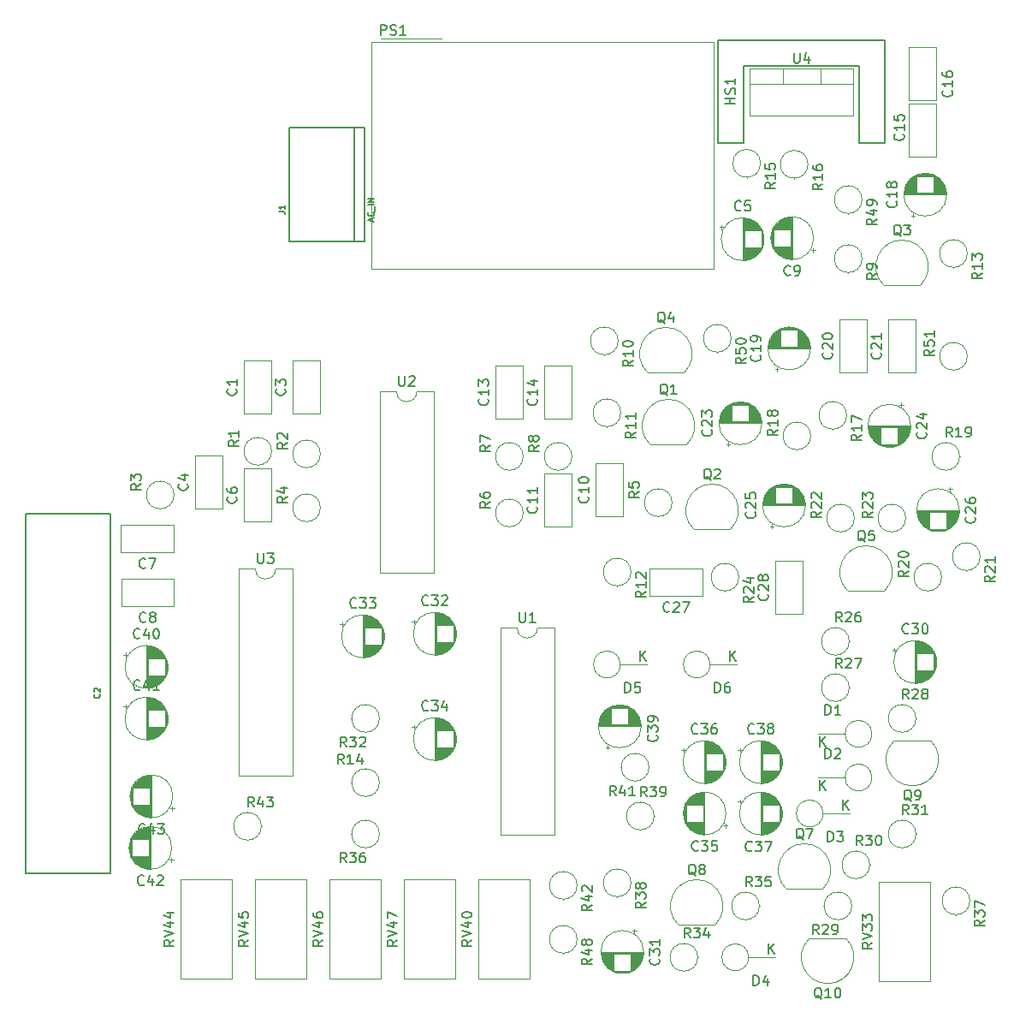
<source format=gbr>
G04 #@! TF.GenerationSoftware,KiCad,Pcbnew,5.1.5-1.fc31*
G04 #@! TF.CreationDate,2020-04-14T19:36:42+03:00*
G04 #@! TF.ProjectId,CBS logic with variable blend,43425320-6c6f-4676-9963-207769746820,rev?*
G04 #@! TF.SameCoordinates,Original*
G04 #@! TF.FileFunction,Legend,Top*
G04 #@! TF.FilePolarity,Positive*
%FSLAX46Y46*%
G04 Gerber Fmt 4.6, Leading zero omitted, Abs format (unit mm)*
G04 Created by KiCad (PCBNEW 5.1.5-1.fc31) date 2020-04-14 19:36:42*
%MOMM*%
%LPD*%
G04 APERTURE LIST*
%ADD10C,0.203200*%
%ADD11C,0.120000*%
%ADD12C,0.150000*%
%ADD13C,0.127000*%
G04 APERTURE END LIST*
D10*
X104510000Y-135680000D02*
X104510000Y-100120000D01*
X96128000Y-100120000D02*
X96128000Y-135680000D01*
X104510000Y-100120000D02*
X96128000Y-100120000D01*
X104510000Y-135680000D02*
X96128000Y-135680000D01*
D11*
X117756000Y-85030000D02*
X120496000Y-85030000D01*
X117756000Y-90270000D02*
X120496000Y-90270000D01*
X120496000Y-90270000D02*
X120496000Y-85030000D01*
X117756000Y-90270000D02*
X117756000Y-85030000D01*
X122582000Y-90270000D02*
X122582000Y-85030000D01*
X125322000Y-90270000D02*
X125322000Y-85030000D01*
X122582000Y-90270000D02*
X125322000Y-90270000D01*
X122582000Y-85030000D02*
X125322000Y-85030000D01*
X112930000Y-99668000D02*
X112930000Y-94428000D01*
X115670000Y-99668000D02*
X115670000Y-94428000D01*
X112930000Y-99668000D02*
X115670000Y-99668000D01*
X112930000Y-94428000D02*
X115670000Y-94428000D01*
X117756000Y-95698000D02*
X120496000Y-95698000D01*
X117756000Y-100938000D02*
X120496000Y-100938000D01*
X120496000Y-100938000D02*
X120496000Y-95698000D01*
X117756000Y-100938000D02*
X117756000Y-95698000D01*
X105564000Y-103986000D02*
X105564000Y-101246000D01*
X110804000Y-103986000D02*
X110804000Y-101246000D01*
X110804000Y-101246000D02*
X105564000Y-101246000D01*
X110804000Y-103986000D02*
X105564000Y-103986000D01*
X110844000Y-109320000D02*
X105604000Y-109320000D01*
X110844000Y-106580000D02*
X105604000Y-106580000D01*
X110844000Y-109320000D02*
X110844000Y-106580000D01*
X105604000Y-109320000D02*
X105604000Y-106580000D01*
X152554000Y-95190000D02*
X155294000Y-95190000D01*
X152554000Y-100430000D02*
X155294000Y-100430000D01*
X155294000Y-100430000D02*
X155294000Y-95190000D01*
X152554000Y-100430000D02*
X152554000Y-95190000D01*
X147474000Y-101446000D02*
X147474000Y-96206000D01*
X150214000Y-101446000D02*
X150214000Y-96206000D01*
X147474000Y-101446000D02*
X150214000Y-101446000D01*
X147474000Y-96206000D02*
X150214000Y-96206000D01*
X142648000Y-90778000D02*
X142648000Y-85538000D01*
X145388000Y-90778000D02*
X145388000Y-85538000D01*
X142648000Y-90778000D02*
X145388000Y-90778000D01*
X142648000Y-85538000D02*
X145388000Y-85538000D01*
X147474000Y-85538000D02*
X150214000Y-85538000D01*
X147474000Y-90778000D02*
X150214000Y-90778000D01*
X150214000Y-90778000D02*
X150214000Y-85538000D01*
X147474000Y-90778000D02*
X147474000Y-85538000D01*
X186282000Y-64830000D02*
X183542000Y-64830000D01*
X186282000Y-59590000D02*
X183542000Y-59590000D01*
X183542000Y-59590000D02*
X183542000Y-64830000D01*
X186282000Y-59590000D02*
X186282000Y-64830000D01*
X186282000Y-54002000D02*
X186282000Y-59242000D01*
X183542000Y-54002000D02*
X183542000Y-59242000D01*
X186282000Y-54002000D02*
X183542000Y-54002000D01*
X186282000Y-59242000D02*
X183542000Y-59242000D01*
X183771000Y-70665801D02*
X184171000Y-70665801D01*
X183971000Y-70865801D02*
X183971000Y-70465801D01*
X184796000Y-66515000D02*
X185536000Y-66515000D01*
X184629000Y-66555000D02*
X185703000Y-66555000D01*
X184502000Y-66595000D02*
X185830000Y-66595000D01*
X184398000Y-66635000D02*
X185934000Y-66635000D01*
X184307000Y-66675000D02*
X186025000Y-66675000D01*
X184226000Y-66715000D02*
X186106000Y-66715000D01*
X184153000Y-66755000D02*
X186179000Y-66755000D01*
X186006000Y-66795000D02*
X186246000Y-66795000D01*
X184086000Y-66795000D02*
X184326000Y-66795000D01*
X186006000Y-66835000D02*
X186308000Y-66835000D01*
X184024000Y-66835000D02*
X184326000Y-66835000D01*
X186006000Y-66875000D02*
X186366000Y-66875000D01*
X183966000Y-66875000D02*
X184326000Y-66875000D01*
X186006000Y-66915000D02*
X186420000Y-66915000D01*
X183912000Y-66915000D02*
X184326000Y-66915000D01*
X186006000Y-66955000D02*
X186470000Y-66955000D01*
X183862000Y-66955000D02*
X184326000Y-66955000D01*
X186006000Y-66995000D02*
X186517000Y-66995000D01*
X183815000Y-66995000D02*
X184326000Y-66995000D01*
X186006000Y-67035000D02*
X186562000Y-67035000D01*
X183770000Y-67035000D02*
X184326000Y-67035000D01*
X186006000Y-67075000D02*
X186604000Y-67075000D01*
X183728000Y-67075000D02*
X184326000Y-67075000D01*
X186006000Y-67115000D02*
X186644000Y-67115000D01*
X183688000Y-67115000D02*
X184326000Y-67115000D01*
X186006000Y-67155000D02*
X186682000Y-67155000D01*
X183650000Y-67155000D02*
X184326000Y-67155000D01*
X186006000Y-67195000D02*
X186718000Y-67195000D01*
X183614000Y-67195000D02*
X184326000Y-67195000D01*
X186006000Y-67235000D02*
X186753000Y-67235000D01*
X183579000Y-67235000D02*
X184326000Y-67235000D01*
X186006000Y-67275000D02*
X186785000Y-67275000D01*
X183547000Y-67275000D02*
X184326000Y-67275000D01*
X186006000Y-67315000D02*
X186816000Y-67315000D01*
X183516000Y-67315000D02*
X184326000Y-67315000D01*
X186006000Y-67355000D02*
X186846000Y-67355000D01*
X183486000Y-67355000D02*
X184326000Y-67355000D01*
X186006000Y-67395000D02*
X186874000Y-67395000D01*
X183458000Y-67395000D02*
X184326000Y-67395000D01*
X186006000Y-67435000D02*
X186901000Y-67435000D01*
X183431000Y-67435000D02*
X184326000Y-67435000D01*
X186006000Y-67475000D02*
X186926000Y-67475000D01*
X183406000Y-67475000D02*
X184326000Y-67475000D01*
X186006000Y-67515000D02*
X186951000Y-67515000D01*
X183381000Y-67515000D02*
X184326000Y-67515000D01*
X186006000Y-67555000D02*
X186974000Y-67555000D01*
X183358000Y-67555000D02*
X184326000Y-67555000D01*
X186006000Y-67595000D02*
X186996000Y-67595000D01*
X183336000Y-67595000D02*
X184326000Y-67595000D01*
X186006000Y-67635000D02*
X187017000Y-67635000D01*
X183315000Y-67635000D02*
X184326000Y-67635000D01*
X186006000Y-67675000D02*
X187036000Y-67675000D01*
X183296000Y-67675000D02*
X184326000Y-67675000D01*
X186006000Y-67715000D02*
X187055000Y-67715000D01*
X183277000Y-67715000D02*
X184326000Y-67715000D01*
X186006000Y-67755000D02*
X187073000Y-67755000D01*
X183259000Y-67755000D02*
X184326000Y-67755000D01*
X186006000Y-67795000D02*
X187090000Y-67795000D01*
X183242000Y-67795000D02*
X184326000Y-67795000D01*
X186006000Y-67835000D02*
X187106000Y-67835000D01*
X183226000Y-67835000D02*
X184326000Y-67835000D01*
X186006000Y-67875000D02*
X187120000Y-67875000D01*
X183212000Y-67875000D02*
X184326000Y-67875000D01*
X186006000Y-67916000D02*
X187134000Y-67916000D01*
X183198000Y-67916000D02*
X184326000Y-67916000D01*
X186006000Y-67956000D02*
X187148000Y-67956000D01*
X183184000Y-67956000D02*
X184326000Y-67956000D01*
X186006000Y-67996000D02*
X187160000Y-67996000D01*
X183172000Y-67996000D02*
X184326000Y-67996000D01*
X186006000Y-68036000D02*
X187171000Y-68036000D01*
X183161000Y-68036000D02*
X184326000Y-68036000D01*
X186006000Y-68076000D02*
X187182000Y-68076000D01*
X183150000Y-68076000D02*
X184326000Y-68076000D01*
X186006000Y-68116000D02*
X187191000Y-68116000D01*
X183141000Y-68116000D02*
X184326000Y-68116000D01*
X186006000Y-68156000D02*
X187200000Y-68156000D01*
X183132000Y-68156000D02*
X184326000Y-68156000D01*
X186006000Y-68196000D02*
X187208000Y-68196000D01*
X183124000Y-68196000D02*
X184326000Y-68196000D01*
X186006000Y-68236000D02*
X187216000Y-68236000D01*
X183116000Y-68236000D02*
X184326000Y-68236000D01*
X186006000Y-68276000D02*
X187222000Y-68276000D01*
X183110000Y-68276000D02*
X184326000Y-68276000D01*
X186006000Y-68316000D02*
X187228000Y-68316000D01*
X183104000Y-68316000D02*
X184326000Y-68316000D01*
X186006000Y-68356000D02*
X187233000Y-68356000D01*
X183099000Y-68356000D02*
X184326000Y-68356000D01*
X186006000Y-68396000D02*
X187237000Y-68396000D01*
X183095000Y-68396000D02*
X184326000Y-68396000D01*
X183092000Y-68436000D02*
X187240000Y-68436000D01*
X183089000Y-68476000D02*
X187243000Y-68476000D01*
X183087000Y-68516000D02*
X187245000Y-68516000D01*
X183086000Y-68556000D02*
X187246000Y-68556000D01*
X183086000Y-68596000D02*
X187246000Y-68596000D01*
X187286000Y-68596000D02*
G75*
G03X187286000Y-68596000I-2120000J0D01*
G01*
X173824000Y-83804000D02*
G75*
G03X173824000Y-83804000I-2120000J0D01*
G01*
X169624000Y-83804000D02*
X173784000Y-83804000D01*
X169624000Y-83764000D02*
X173784000Y-83764000D01*
X169625000Y-83724000D02*
X173783000Y-83724000D01*
X169627000Y-83684000D02*
X173781000Y-83684000D01*
X169630000Y-83644000D02*
X173778000Y-83644000D01*
X169633000Y-83604000D02*
X170864000Y-83604000D01*
X172544000Y-83604000D02*
X173775000Y-83604000D01*
X169637000Y-83564000D02*
X170864000Y-83564000D01*
X172544000Y-83564000D02*
X173771000Y-83564000D01*
X169642000Y-83524000D02*
X170864000Y-83524000D01*
X172544000Y-83524000D02*
X173766000Y-83524000D01*
X169648000Y-83484000D02*
X170864000Y-83484000D01*
X172544000Y-83484000D02*
X173760000Y-83484000D01*
X169654000Y-83444000D02*
X170864000Y-83444000D01*
X172544000Y-83444000D02*
X173754000Y-83444000D01*
X169662000Y-83404000D02*
X170864000Y-83404000D01*
X172544000Y-83404000D02*
X173746000Y-83404000D01*
X169670000Y-83364000D02*
X170864000Y-83364000D01*
X172544000Y-83364000D02*
X173738000Y-83364000D01*
X169679000Y-83324000D02*
X170864000Y-83324000D01*
X172544000Y-83324000D02*
X173729000Y-83324000D01*
X169688000Y-83284000D02*
X170864000Y-83284000D01*
X172544000Y-83284000D02*
X173720000Y-83284000D01*
X169699000Y-83244000D02*
X170864000Y-83244000D01*
X172544000Y-83244000D02*
X173709000Y-83244000D01*
X169710000Y-83204000D02*
X170864000Y-83204000D01*
X172544000Y-83204000D02*
X173698000Y-83204000D01*
X169722000Y-83164000D02*
X170864000Y-83164000D01*
X172544000Y-83164000D02*
X173686000Y-83164000D01*
X169736000Y-83124000D02*
X170864000Y-83124000D01*
X172544000Y-83124000D02*
X173672000Y-83124000D01*
X169750000Y-83083000D02*
X170864000Y-83083000D01*
X172544000Y-83083000D02*
X173658000Y-83083000D01*
X169764000Y-83043000D02*
X170864000Y-83043000D01*
X172544000Y-83043000D02*
X173644000Y-83043000D01*
X169780000Y-83003000D02*
X170864000Y-83003000D01*
X172544000Y-83003000D02*
X173628000Y-83003000D01*
X169797000Y-82963000D02*
X170864000Y-82963000D01*
X172544000Y-82963000D02*
X173611000Y-82963000D01*
X169815000Y-82923000D02*
X170864000Y-82923000D01*
X172544000Y-82923000D02*
X173593000Y-82923000D01*
X169834000Y-82883000D02*
X170864000Y-82883000D01*
X172544000Y-82883000D02*
X173574000Y-82883000D01*
X169853000Y-82843000D02*
X170864000Y-82843000D01*
X172544000Y-82843000D02*
X173555000Y-82843000D01*
X169874000Y-82803000D02*
X170864000Y-82803000D01*
X172544000Y-82803000D02*
X173534000Y-82803000D01*
X169896000Y-82763000D02*
X170864000Y-82763000D01*
X172544000Y-82763000D02*
X173512000Y-82763000D01*
X169919000Y-82723000D02*
X170864000Y-82723000D01*
X172544000Y-82723000D02*
X173489000Y-82723000D01*
X169944000Y-82683000D02*
X170864000Y-82683000D01*
X172544000Y-82683000D02*
X173464000Y-82683000D01*
X169969000Y-82643000D02*
X170864000Y-82643000D01*
X172544000Y-82643000D02*
X173439000Y-82643000D01*
X169996000Y-82603000D02*
X170864000Y-82603000D01*
X172544000Y-82603000D02*
X173412000Y-82603000D01*
X170024000Y-82563000D02*
X170864000Y-82563000D01*
X172544000Y-82563000D02*
X173384000Y-82563000D01*
X170054000Y-82523000D02*
X170864000Y-82523000D01*
X172544000Y-82523000D02*
X173354000Y-82523000D01*
X170085000Y-82483000D02*
X170864000Y-82483000D01*
X172544000Y-82483000D02*
X173323000Y-82483000D01*
X170117000Y-82443000D02*
X170864000Y-82443000D01*
X172544000Y-82443000D02*
X173291000Y-82443000D01*
X170152000Y-82403000D02*
X170864000Y-82403000D01*
X172544000Y-82403000D02*
X173256000Y-82403000D01*
X170188000Y-82363000D02*
X170864000Y-82363000D01*
X172544000Y-82363000D02*
X173220000Y-82363000D01*
X170226000Y-82323000D02*
X170864000Y-82323000D01*
X172544000Y-82323000D02*
X173182000Y-82323000D01*
X170266000Y-82283000D02*
X170864000Y-82283000D01*
X172544000Y-82283000D02*
X173142000Y-82283000D01*
X170308000Y-82243000D02*
X170864000Y-82243000D01*
X172544000Y-82243000D02*
X173100000Y-82243000D01*
X170353000Y-82203000D02*
X170864000Y-82203000D01*
X172544000Y-82203000D02*
X173055000Y-82203000D01*
X170400000Y-82163000D02*
X170864000Y-82163000D01*
X172544000Y-82163000D02*
X173008000Y-82163000D01*
X170450000Y-82123000D02*
X170864000Y-82123000D01*
X172544000Y-82123000D02*
X172958000Y-82123000D01*
X170504000Y-82083000D02*
X170864000Y-82083000D01*
X172544000Y-82083000D02*
X172904000Y-82083000D01*
X170562000Y-82043000D02*
X170864000Y-82043000D01*
X172544000Y-82043000D02*
X172846000Y-82043000D01*
X170624000Y-82003000D02*
X170864000Y-82003000D01*
X172544000Y-82003000D02*
X172784000Y-82003000D01*
X170691000Y-81963000D02*
X172717000Y-81963000D01*
X170764000Y-81923000D02*
X172644000Y-81923000D01*
X170845000Y-81883000D02*
X172563000Y-81883000D01*
X170936000Y-81843000D02*
X172472000Y-81843000D01*
X171040000Y-81803000D02*
X172368000Y-81803000D01*
X171167000Y-81763000D02*
X172241000Y-81763000D01*
X171334000Y-81723000D02*
X172074000Y-81723000D01*
X170509000Y-86073801D02*
X170509000Y-85673801D01*
X170309000Y-85873801D02*
X170709000Y-85873801D01*
X165483000Y-93271801D02*
X165883000Y-93271801D01*
X165683000Y-93471801D02*
X165683000Y-93071801D01*
X166508000Y-89121000D02*
X167248000Y-89121000D01*
X166341000Y-89161000D02*
X167415000Y-89161000D01*
X166214000Y-89201000D02*
X167542000Y-89201000D01*
X166110000Y-89241000D02*
X167646000Y-89241000D01*
X166019000Y-89281000D02*
X167737000Y-89281000D01*
X165938000Y-89321000D02*
X167818000Y-89321000D01*
X165865000Y-89361000D02*
X167891000Y-89361000D01*
X167718000Y-89401000D02*
X167958000Y-89401000D01*
X165798000Y-89401000D02*
X166038000Y-89401000D01*
X167718000Y-89441000D02*
X168020000Y-89441000D01*
X165736000Y-89441000D02*
X166038000Y-89441000D01*
X167718000Y-89481000D02*
X168078000Y-89481000D01*
X165678000Y-89481000D02*
X166038000Y-89481000D01*
X167718000Y-89521000D02*
X168132000Y-89521000D01*
X165624000Y-89521000D02*
X166038000Y-89521000D01*
X167718000Y-89561000D02*
X168182000Y-89561000D01*
X165574000Y-89561000D02*
X166038000Y-89561000D01*
X167718000Y-89601000D02*
X168229000Y-89601000D01*
X165527000Y-89601000D02*
X166038000Y-89601000D01*
X167718000Y-89641000D02*
X168274000Y-89641000D01*
X165482000Y-89641000D02*
X166038000Y-89641000D01*
X167718000Y-89681000D02*
X168316000Y-89681000D01*
X165440000Y-89681000D02*
X166038000Y-89681000D01*
X167718000Y-89721000D02*
X168356000Y-89721000D01*
X165400000Y-89721000D02*
X166038000Y-89721000D01*
X167718000Y-89761000D02*
X168394000Y-89761000D01*
X165362000Y-89761000D02*
X166038000Y-89761000D01*
X167718000Y-89801000D02*
X168430000Y-89801000D01*
X165326000Y-89801000D02*
X166038000Y-89801000D01*
X167718000Y-89841000D02*
X168465000Y-89841000D01*
X165291000Y-89841000D02*
X166038000Y-89841000D01*
X167718000Y-89881000D02*
X168497000Y-89881000D01*
X165259000Y-89881000D02*
X166038000Y-89881000D01*
X167718000Y-89921000D02*
X168528000Y-89921000D01*
X165228000Y-89921000D02*
X166038000Y-89921000D01*
X167718000Y-89961000D02*
X168558000Y-89961000D01*
X165198000Y-89961000D02*
X166038000Y-89961000D01*
X167718000Y-90001000D02*
X168586000Y-90001000D01*
X165170000Y-90001000D02*
X166038000Y-90001000D01*
X167718000Y-90041000D02*
X168613000Y-90041000D01*
X165143000Y-90041000D02*
X166038000Y-90041000D01*
X167718000Y-90081000D02*
X168638000Y-90081000D01*
X165118000Y-90081000D02*
X166038000Y-90081000D01*
X167718000Y-90121000D02*
X168663000Y-90121000D01*
X165093000Y-90121000D02*
X166038000Y-90121000D01*
X167718000Y-90161000D02*
X168686000Y-90161000D01*
X165070000Y-90161000D02*
X166038000Y-90161000D01*
X167718000Y-90201000D02*
X168708000Y-90201000D01*
X165048000Y-90201000D02*
X166038000Y-90201000D01*
X167718000Y-90241000D02*
X168729000Y-90241000D01*
X165027000Y-90241000D02*
X166038000Y-90241000D01*
X167718000Y-90281000D02*
X168748000Y-90281000D01*
X165008000Y-90281000D02*
X166038000Y-90281000D01*
X167718000Y-90321000D02*
X168767000Y-90321000D01*
X164989000Y-90321000D02*
X166038000Y-90321000D01*
X167718000Y-90361000D02*
X168785000Y-90361000D01*
X164971000Y-90361000D02*
X166038000Y-90361000D01*
X167718000Y-90401000D02*
X168802000Y-90401000D01*
X164954000Y-90401000D02*
X166038000Y-90401000D01*
X167718000Y-90441000D02*
X168818000Y-90441000D01*
X164938000Y-90441000D02*
X166038000Y-90441000D01*
X167718000Y-90481000D02*
X168832000Y-90481000D01*
X164924000Y-90481000D02*
X166038000Y-90481000D01*
X167718000Y-90522000D02*
X168846000Y-90522000D01*
X164910000Y-90522000D02*
X166038000Y-90522000D01*
X167718000Y-90562000D02*
X168860000Y-90562000D01*
X164896000Y-90562000D02*
X166038000Y-90562000D01*
X167718000Y-90602000D02*
X168872000Y-90602000D01*
X164884000Y-90602000D02*
X166038000Y-90602000D01*
X167718000Y-90642000D02*
X168883000Y-90642000D01*
X164873000Y-90642000D02*
X166038000Y-90642000D01*
X167718000Y-90682000D02*
X168894000Y-90682000D01*
X164862000Y-90682000D02*
X166038000Y-90682000D01*
X167718000Y-90722000D02*
X168903000Y-90722000D01*
X164853000Y-90722000D02*
X166038000Y-90722000D01*
X167718000Y-90762000D02*
X168912000Y-90762000D01*
X164844000Y-90762000D02*
X166038000Y-90762000D01*
X167718000Y-90802000D02*
X168920000Y-90802000D01*
X164836000Y-90802000D02*
X166038000Y-90802000D01*
X167718000Y-90842000D02*
X168928000Y-90842000D01*
X164828000Y-90842000D02*
X166038000Y-90842000D01*
X167718000Y-90882000D02*
X168934000Y-90882000D01*
X164822000Y-90882000D02*
X166038000Y-90882000D01*
X167718000Y-90922000D02*
X168940000Y-90922000D01*
X164816000Y-90922000D02*
X166038000Y-90922000D01*
X167718000Y-90962000D02*
X168945000Y-90962000D01*
X164811000Y-90962000D02*
X166038000Y-90962000D01*
X167718000Y-91002000D02*
X168949000Y-91002000D01*
X164807000Y-91002000D02*
X166038000Y-91002000D01*
X164804000Y-91042000D02*
X168952000Y-91042000D01*
X164801000Y-91082000D02*
X168955000Y-91082000D01*
X164799000Y-91122000D02*
X168957000Y-91122000D01*
X164798000Y-91162000D02*
X168958000Y-91162000D01*
X164798000Y-91202000D02*
X168958000Y-91202000D01*
X168998000Y-91202000D02*
G75*
G03X168998000Y-91202000I-2120000J0D01*
G01*
X183730000Y-91456000D02*
G75*
G03X183730000Y-91456000I-2120000J0D01*
G01*
X183690000Y-91456000D02*
X179530000Y-91456000D01*
X183690000Y-91496000D02*
X179530000Y-91496000D01*
X183689000Y-91536000D02*
X179531000Y-91536000D01*
X183687000Y-91576000D02*
X179533000Y-91576000D01*
X183684000Y-91616000D02*
X179536000Y-91616000D01*
X183681000Y-91656000D02*
X182450000Y-91656000D01*
X180770000Y-91656000D02*
X179539000Y-91656000D01*
X183677000Y-91696000D02*
X182450000Y-91696000D01*
X180770000Y-91696000D02*
X179543000Y-91696000D01*
X183672000Y-91736000D02*
X182450000Y-91736000D01*
X180770000Y-91736000D02*
X179548000Y-91736000D01*
X183666000Y-91776000D02*
X182450000Y-91776000D01*
X180770000Y-91776000D02*
X179554000Y-91776000D01*
X183660000Y-91816000D02*
X182450000Y-91816000D01*
X180770000Y-91816000D02*
X179560000Y-91816000D01*
X183652000Y-91856000D02*
X182450000Y-91856000D01*
X180770000Y-91856000D02*
X179568000Y-91856000D01*
X183644000Y-91896000D02*
X182450000Y-91896000D01*
X180770000Y-91896000D02*
X179576000Y-91896000D01*
X183635000Y-91936000D02*
X182450000Y-91936000D01*
X180770000Y-91936000D02*
X179585000Y-91936000D01*
X183626000Y-91976000D02*
X182450000Y-91976000D01*
X180770000Y-91976000D02*
X179594000Y-91976000D01*
X183615000Y-92016000D02*
X182450000Y-92016000D01*
X180770000Y-92016000D02*
X179605000Y-92016000D01*
X183604000Y-92056000D02*
X182450000Y-92056000D01*
X180770000Y-92056000D02*
X179616000Y-92056000D01*
X183592000Y-92096000D02*
X182450000Y-92096000D01*
X180770000Y-92096000D02*
X179628000Y-92096000D01*
X183578000Y-92136000D02*
X182450000Y-92136000D01*
X180770000Y-92136000D02*
X179642000Y-92136000D01*
X183564000Y-92177000D02*
X182450000Y-92177000D01*
X180770000Y-92177000D02*
X179656000Y-92177000D01*
X183550000Y-92217000D02*
X182450000Y-92217000D01*
X180770000Y-92217000D02*
X179670000Y-92217000D01*
X183534000Y-92257000D02*
X182450000Y-92257000D01*
X180770000Y-92257000D02*
X179686000Y-92257000D01*
X183517000Y-92297000D02*
X182450000Y-92297000D01*
X180770000Y-92297000D02*
X179703000Y-92297000D01*
X183499000Y-92337000D02*
X182450000Y-92337000D01*
X180770000Y-92337000D02*
X179721000Y-92337000D01*
X183480000Y-92377000D02*
X182450000Y-92377000D01*
X180770000Y-92377000D02*
X179740000Y-92377000D01*
X183461000Y-92417000D02*
X182450000Y-92417000D01*
X180770000Y-92417000D02*
X179759000Y-92417000D01*
X183440000Y-92457000D02*
X182450000Y-92457000D01*
X180770000Y-92457000D02*
X179780000Y-92457000D01*
X183418000Y-92497000D02*
X182450000Y-92497000D01*
X180770000Y-92497000D02*
X179802000Y-92497000D01*
X183395000Y-92537000D02*
X182450000Y-92537000D01*
X180770000Y-92537000D02*
X179825000Y-92537000D01*
X183370000Y-92577000D02*
X182450000Y-92577000D01*
X180770000Y-92577000D02*
X179850000Y-92577000D01*
X183345000Y-92617000D02*
X182450000Y-92617000D01*
X180770000Y-92617000D02*
X179875000Y-92617000D01*
X183318000Y-92657000D02*
X182450000Y-92657000D01*
X180770000Y-92657000D02*
X179902000Y-92657000D01*
X183290000Y-92697000D02*
X182450000Y-92697000D01*
X180770000Y-92697000D02*
X179930000Y-92697000D01*
X183260000Y-92737000D02*
X182450000Y-92737000D01*
X180770000Y-92737000D02*
X179960000Y-92737000D01*
X183229000Y-92777000D02*
X182450000Y-92777000D01*
X180770000Y-92777000D02*
X179991000Y-92777000D01*
X183197000Y-92817000D02*
X182450000Y-92817000D01*
X180770000Y-92817000D02*
X180023000Y-92817000D01*
X183162000Y-92857000D02*
X182450000Y-92857000D01*
X180770000Y-92857000D02*
X180058000Y-92857000D01*
X183126000Y-92897000D02*
X182450000Y-92897000D01*
X180770000Y-92897000D02*
X180094000Y-92897000D01*
X183088000Y-92937000D02*
X182450000Y-92937000D01*
X180770000Y-92937000D02*
X180132000Y-92937000D01*
X183048000Y-92977000D02*
X182450000Y-92977000D01*
X180770000Y-92977000D02*
X180172000Y-92977000D01*
X183006000Y-93017000D02*
X182450000Y-93017000D01*
X180770000Y-93017000D02*
X180214000Y-93017000D01*
X182961000Y-93057000D02*
X182450000Y-93057000D01*
X180770000Y-93057000D02*
X180259000Y-93057000D01*
X182914000Y-93097000D02*
X182450000Y-93097000D01*
X180770000Y-93097000D02*
X180306000Y-93097000D01*
X182864000Y-93137000D02*
X182450000Y-93137000D01*
X180770000Y-93137000D02*
X180356000Y-93137000D01*
X182810000Y-93177000D02*
X182450000Y-93177000D01*
X180770000Y-93177000D02*
X180410000Y-93177000D01*
X182752000Y-93217000D02*
X182450000Y-93217000D01*
X180770000Y-93217000D02*
X180468000Y-93217000D01*
X182690000Y-93257000D02*
X182450000Y-93257000D01*
X180770000Y-93257000D02*
X180530000Y-93257000D01*
X182623000Y-93297000D02*
X180597000Y-93297000D01*
X182550000Y-93337000D02*
X180670000Y-93337000D01*
X182469000Y-93377000D02*
X180751000Y-93377000D01*
X182378000Y-93417000D02*
X180842000Y-93417000D01*
X182274000Y-93457000D02*
X180946000Y-93457000D01*
X182147000Y-93497000D02*
X181073000Y-93497000D01*
X181980000Y-93537000D02*
X181240000Y-93537000D01*
X182805000Y-89186199D02*
X182805000Y-89586199D01*
X183005000Y-89386199D02*
X182605000Y-89386199D01*
X169801000Y-101399801D02*
X170201000Y-101399801D01*
X170001000Y-101599801D02*
X170001000Y-101199801D01*
X170826000Y-97249000D02*
X171566000Y-97249000D01*
X170659000Y-97289000D02*
X171733000Y-97289000D01*
X170532000Y-97329000D02*
X171860000Y-97329000D01*
X170428000Y-97369000D02*
X171964000Y-97369000D01*
X170337000Y-97409000D02*
X172055000Y-97409000D01*
X170256000Y-97449000D02*
X172136000Y-97449000D01*
X170183000Y-97489000D02*
X172209000Y-97489000D01*
X172036000Y-97529000D02*
X172276000Y-97529000D01*
X170116000Y-97529000D02*
X170356000Y-97529000D01*
X172036000Y-97569000D02*
X172338000Y-97569000D01*
X170054000Y-97569000D02*
X170356000Y-97569000D01*
X172036000Y-97609000D02*
X172396000Y-97609000D01*
X169996000Y-97609000D02*
X170356000Y-97609000D01*
X172036000Y-97649000D02*
X172450000Y-97649000D01*
X169942000Y-97649000D02*
X170356000Y-97649000D01*
X172036000Y-97689000D02*
X172500000Y-97689000D01*
X169892000Y-97689000D02*
X170356000Y-97689000D01*
X172036000Y-97729000D02*
X172547000Y-97729000D01*
X169845000Y-97729000D02*
X170356000Y-97729000D01*
X172036000Y-97769000D02*
X172592000Y-97769000D01*
X169800000Y-97769000D02*
X170356000Y-97769000D01*
X172036000Y-97809000D02*
X172634000Y-97809000D01*
X169758000Y-97809000D02*
X170356000Y-97809000D01*
X172036000Y-97849000D02*
X172674000Y-97849000D01*
X169718000Y-97849000D02*
X170356000Y-97849000D01*
X172036000Y-97889000D02*
X172712000Y-97889000D01*
X169680000Y-97889000D02*
X170356000Y-97889000D01*
X172036000Y-97929000D02*
X172748000Y-97929000D01*
X169644000Y-97929000D02*
X170356000Y-97929000D01*
X172036000Y-97969000D02*
X172783000Y-97969000D01*
X169609000Y-97969000D02*
X170356000Y-97969000D01*
X172036000Y-98009000D02*
X172815000Y-98009000D01*
X169577000Y-98009000D02*
X170356000Y-98009000D01*
X172036000Y-98049000D02*
X172846000Y-98049000D01*
X169546000Y-98049000D02*
X170356000Y-98049000D01*
X172036000Y-98089000D02*
X172876000Y-98089000D01*
X169516000Y-98089000D02*
X170356000Y-98089000D01*
X172036000Y-98129000D02*
X172904000Y-98129000D01*
X169488000Y-98129000D02*
X170356000Y-98129000D01*
X172036000Y-98169000D02*
X172931000Y-98169000D01*
X169461000Y-98169000D02*
X170356000Y-98169000D01*
X172036000Y-98209000D02*
X172956000Y-98209000D01*
X169436000Y-98209000D02*
X170356000Y-98209000D01*
X172036000Y-98249000D02*
X172981000Y-98249000D01*
X169411000Y-98249000D02*
X170356000Y-98249000D01*
X172036000Y-98289000D02*
X173004000Y-98289000D01*
X169388000Y-98289000D02*
X170356000Y-98289000D01*
X172036000Y-98329000D02*
X173026000Y-98329000D01*
X169366000Y-98329000D02*
X170356000Y-98329000D01*
X172036000Y-98369000D02*
X173047000Y-98369000D01*
X169345000Y-98369000D02*
X170356000Y-98369000D01*
X172036000Y-98409000D02*
X173066000Y-98409000D01*
X169326000Y-98409000D02*
X170356000Y-98409000D01*
X172036000Y-98449000D02*
X173085000Y-98449000D01*
X169307000Y-98449000D02*
X170356000Y-98449000D01*
X172036000Y-98489000D02*
X173103000Y-98489000D01*
X169289000Y-98489000D02*
X170356000Y-98489000D01*
X172036000Y-98529000D02*
X173120000Y-98529000D01*
X169272000Y-98529000D02*
X170356000Y-98529000D01*
X172036000Y-98569000D02*
X173136000Y-98569000D01*
X169256000Y-98569000D02*
X170356000Y-98569000D01*
X172036000Y-98609000D02*
X173150000Y-98609000D01*
X169242000Y-98609000D02*
X170356000Y-98609000D01*
X172036000Y-98650000D02*
X173164000Y-98650000D01*
X169228000Y-98650000D02*
X170356000Y-98650000D01*
X172036000Y-98690000D02*
X173178000Y-98690000D01*
X169214000Y-98690000D02*
X170356000Y-98690000D01*
X172036000Y-98730000D02*
X173190000Y-98730000D01*
X169202000Y-98730000D02*
X170356000Y-98730000D01*
X172036000Y-98770000D02*
X173201000Y-98770000D01*
X169191000Y-98770000D02*
X170356000Y-98770000D01*
X172036000Y-98810000D02*
X173212000Y-98810000D01*
X169180000Y-98810000D02*
X170356000Y-98810000D01*
X172036000Y-98850000D02*
X173221000Y-98850000D01*
X169171000Y-98850000D02*
X170356000Y-98850000D01*
X172036000Y-98890000D02*
X173230000Y-98890000D01*
X169162000Y-98890000D02*
X170356000Y-98890000D01*
X172036000Y-98930000D02*
X173238000Y-98930000D01*
X169154000Y-98930000D02*
X170356000Y-98930000D01*
X172036000Y-98970000D02*
X173246000Y-98970000D01*
X169146000Y-98970000D02*
X170356000Y-98970000D01*
X172036000Y-99010000D02*
X173252000Y-99010000D01*
X169140000Y-99010000D02*
X170356000Y-99010000D01*
X172036000Y-99050000D02*
X173258000Y-99050000D01*
X169134000Y-99050000D02*
X170356000Y-99050000D01*
X172036000Y-99090000D02*
X173263000Y-99090000D01*
X169129000Y-99090000D02*
X170356000Y-99090000D01*
X172036000Y-99130000D02*
X173267000Y-99130000D01*
X169125000Y-99130000D02*
X170356000Y-99130000D01*
X169122000Y-99170000D02*
X173270000Y-99170000D01*
X169119000Y-99210000D02*
X173273000Y-99210000D01*
X169117000Y-99250000D02*
X173275000Y-99250000D01*
X169116000Y-99290000D02*
X173276000Y-99290000D01*
X169116000Y-99330000D02*
X173276000Y-99330000D01*
X173316000Y-99330000D02*
G75*
G03X173316000Y-99330000I-2120000J0D01*
G01*
X188556000Y-99806000D02*
G75*
G03X188556000Y-99806000I-2120000J0D01*
G01*
X188516000Y-99806000D02*
X184356000Y-99806000D01*
X188516000Y-99846000D02*
X184356000Y-99846000D01*
X188515000Y-99886000D02*
X184357000Y-99886000D01*
X188513000Y-99926000D02*
X184359000Y-99926000D01*
X188510000Y-99966000D02*
X184362000Y-99966000D01*
X188507000Y-100006000D02*
X187276000Y-100006000D01*
X185596000Y-100006000D02*
X184365000Y-100006000D01*
X188503000Y-100046000D02*
X187276000Y-100046000D01*
X185596000Y-100046000D02*
X184369000Y-100046000D01*
X188498000Y-100086000D02*
X187276000Y-100086000D01*
X185596000Y-100086000D02*
X184374000Y-100086000D01*
X188492000Y-100126000D02*
X187276000Y-100126000D01*
X185596000Y-100126000D02*
X184380000Y-100126000D01*
X188486000Y-100166000D02*
X187276000Y-100166000D01*
X185596000Y-100166000D02*
X184386000Y-100166000D01*
X188478000Y-100206000D02*
X187276000Y-100206000D01*
X185596000Y-100206000D02*
X184394000Y-100206000D01*
X188470000Y-100246000D02*
X187276000Y-100246000D01*
X185596000Y-100246000D02*
X184402000Y-100246000D01*
X188461000Y-100286000D02*
X187276000Y-100286000D01*
X185596000Y-100286000D02*
X184411000Y-100286000D01*
X188452000Y-100326000D02*
X187276000Y-100326000D01*
X185596000Y-100326000D02*
X184420000Y-100326000D01*
X188441000Y-100366000D02*
X187276000Y-100366000D01*
X185596000Y-100366000D02*
X184431000Y-100366000D01*
X188430000Y-100406000D02*
X187276000Y-100406000D01*
X185596000Y-100406000D02*
X184442000Y-100406000D01*
X188418000Y-100446000D02*
X187276000Y-100446000D01*
X185596000Y-100446000D02*
X184454000Y-100446000D01*
X188404000Y-100486000D02*
X187276000Y-100486000D01*
X185596000Y-100486000D02*
X184468000Y-100486000D01*
X188390000Y-100527000D02*
X187276000Y-100527000D01*
X185596000Y-100527000D02*
X184482000Y-100527000D01*
X188376000Y-100567000D02*
X187276000Y-100567000D01*
X185596000Y-100567000D02*
X184496000Y-100567000D01*
X188360000Y-100607000D02*
X187276000Y-100607000D01*
X185596000Y-100607000D02*
X184512000Y-100607000D01*
X188343000Y-100647000D02*
X187276000Y-100647000D01*
X185596000Y-100647000D02*
X184529000Y-100647000D01*
X188325000Y-100687000D02*
X187276000Y-100687000D01*
X185596000Y-100687000D02*
X184547000Y-100687000D01*
X188306000Y-100727000D02*
X187276000Y-100727000D01*
X185596000Y-100727000D02*
X184566000Y-100727000D01*
X188287000Y-100767000D02*
X187276000Y-100767000D01*
X185596000Y-100767000D02*
X184585000Y-100767000D01*
X188266000Y-100807000D02*
X187276000Y-100807000D01*
X185596000Y-100807000D02*
X184606000Y-100807000D01*
X188244000Y-100847000D02*
X187276000Y-100847000D01*
X185596000Y-100847000D02*
X184628000Y-100847000D01*
X188221000Y-100887000D02*
X187276000Y-100887000D01*
X185596000Y-100887000D02*
X184651000Y-100887000D01*
X188196000Y-100927000D02*
X187276000Y-100927000D01*
X185596000Y-100927000D02*
X184676000Y-100927000D01*
X188171000Y-100967000D02*
X187276000Y-100967000D01*
X185596000Y-100967000D02*
X184701000Y-100967000D01*
X188144000Y-101007000D02*
X187276000Y-101007000D01*
X185596000Y-101007000D02*
X184728000Y-101007000D01*
X188116000Y-101047000D02*
X187276000Y-101047000D01*
X185596000Y-101047000D02*
X184756000Y-101047000D01*
X188086000Y-101087000D02*
X187276000Y-101087000D01*
X185596000Y-101087000D02*
X184786000Y-101087000D01*
X188055000Y-101127000D02*
X187276000Y-101127000D01*
X185596000Y-101127000D02*
X184817000Y-101127000D01*
X188023000Y-101167000D02*
X187276000Y-101167000D01*
X185596000Y-101167000D02*
X184849000Y-101167000D01*
X187988000Y-101207000D02*
X187276000Y-101207000D01*
X185596000Y-101207000D02*
X184884000Y-101207000D01*
X187952000Y-101247000D02*
X187276000Y-101247000D01*
X185596000Y-101247000D02*
X184920000Y-101247000D01*
X187914000Y-101287000D02*
X187276000Y-101287000D01*
X185596000Y-101287000D02*
X184958000Y-101287000D01*
X187874000Y-101327000D02*
X187276000Y-101327000D01*
X185596000Y-101327000D02*
X184998000Y-101327000D01*
X187832000Y-101367000D02*
X187276000Y-101367000D01*
X185596000Y-101367000D02*
X185040000Y-101367000D01*
X187787000Y-101407000D02*
X187276000Y-101407000D01*
X185596000Y-101407000D02*
X185085000Y-101407000D01*
X187740000Y-101447000D02*
X187276000Y-101447000D01*
X185596000Y-101447000D02*
X185132000Y-101447000D01*
X187690000Y-101487000D02*
X187276000Y-101487000D01*
X185596000Y-101487000D02*
X185182000Y-101487000D01*
X187636000Y-101527000D02*
X187276000Y-101527000D01*
X185596000Y-101527000D02*
X185236000Y-101527000D01*
X187578000Y-101567000D02*
X187276000Y-101567000D01*
X185596000Y-101567000D02*
X185294000Y-101567000D01*
X187516000Y-101607000D02*
X187276000Y-101607000D01*
X185596000Y-101607000D02*
X185356000Y-101607000D01*
X187449000Y-101647000D02*
X185423000Y-101647000D01*
X187376000Y-101687000D02*
X185496000Y-101687000D01*
X187295000Y-101727000D02*
X185577000Y-101727000D01*
X187204000Y-101767000D02*
X185668000Y-101767000D01*
X187100000Y-101807000D02*
X185772000Y-101807000D01*
X186973000Y-101847000D02*
X185899000Y-101847000D01*
X186806000Y-101887000D02*
X186066000Y-101887000D01*
X187631000Y-97536199D02*
X187631000Y-97936199D01*
X187831000Y-97736199D02*
X187431000Y-97736199D01*
X182096199Y-113413000D02*
X182096199Y-113813000D01*
X181896199Y-113613000D02*
X182296199Y-113613000D01*
X186247000Y-114438000D02*
X186247000Y-115178000D01*
X186207000Y-114271000D02*
X186207000Y-115345000D01*
X186167000Y-114144000D02*
X186167000Y-115472000D01*
X186127000Y-114040000D02*
X186127000Y-115576000D01*
X186087000Y-113949000D02*
X186087000Y-115667000D01*
X186047000Y-113868000D02*
X186047000Y-115748000D01*
X186007000Y-113795000D02*
X186007000Y-115821000D01*
X185967000Y-115648000D02*
X185967000Y-115888000D01*
X185967000Y-113728000D02*
X185967000Y-113968000D01*
X185927000Y-115648000D02*
X185927000Y-115950000D01*
X185927000Y-113666000D02*
X185927000Y-113968000D01*
X185887000Y-115648000D02*
X185887000Y-116008000D01*
X185887000Y-113608000D02*
X185887000Y-113968000D01*
X185847000Y-115648000D02*
X185847000Y-116062000D01*
X185847000Y-113554000D02*
X185847000Y-113968000D01*
X185807000Y-115648000D02*
X185807000Y-116112000D01*
X185807000Y-113504000D02*
X185807000Y-113968000D01*
X185767000Y-115648000D02*
X185767000Y-116159000D01*
X185767000Y-113457000D02*
X185767000Y-113968000D01*
X185727000Y-115648000D02*
X185727000Y-116204000D01*
X185727000Y-113412000D02*
X185727000Y-113968000D01*
X185687000Y-115648000D02*
X185687000Y-116246000D01*
X185687000Y-113370000D02*
X185687000Y-113968000D01*
X185647000Y-115648000D02*
X185647000Y-116286000D01*
X185647000Y-113330000D02*
X185647000Y-113968000D01*
X185607000Y-115648000D02*
X185607000Y-116324000D01*
X185607000Y-113292000D02*
X185607000Y-113968000D01*
X185567000Y-115648000D02*
X185567000Y-116360000D01*
X185567000Y-113256000D02*
X185567000Y-113968000D01*
X185527000Y-115648000D02*
X185527000Y-116395000D01*
X185527000Y-113221000D02*
X185527000Y-113968000D01*
X185487000Y-115648000D02*
X185487000Y-116427000D01*
X185487000Y-113189000D02*
X185487000Y-113968000D01*
X185447000Y-115648000D02*
X185447000Y-116458000D01*
X185447000Y-113158000D02*
X185447000Y-113968000D01*
X185407000Y-115648000D02*
X185407000Y-116488000D01*
X185407000Y-113128000D02*
X185407000Y-113968000D01*
X185367000Y-115648000D02*
X185367000Y-116516000D01*
X185367000Y-113100000D02*
X185367000Y-113968000D01*
X185327000Y-115648000D02*
X185327000Y-116543000D01*
X185327000Y-113073000D02*
X185327000Y-113968000D01*
X185287000Y-115648000D02*
X185287000Y-116568000D01*
X185287000Y-113048000D02*
X185287000Y-113968000D01*
X185247000Y-115648000D02*
X185247000Y-116593000D01*
X185247000Y-113023000D02*
X185247000Y-113968000D01*
X185207000Y-115648000D02*
X185207000Y-116616000D01*
X185207000Y-113000000D02*
X185207000Y-113968000D01*
X185167000Y-115648000D02*
X185167000Y-116638000D01*
X185167000Y-112978000D02*
X185167000Y-113968000D01*
X185127000Y-115648000D02*
X185127000Y-116659000D01*
X185127000Y-112957000D02*
X185127000Y-113968000D01*
X185087000Y-115648000D02*
X185087000Y-116678000D01*
X185087000Y-112938000D02*
X185087000Y-113968000D01*
X185047000Y-115648000D02*
X185047000Y-116697000D01*
X185047000Y-112919000D02*
X185047000Y-113968000D01*
X185007000Y-115648000D02*
X185007000Y-116715000D01*
X185007000Y-112901000D02*
X185007000Y-113968000D01*
X184967000Y-115648000D02*
X184967000Y-116732000D01*
X184967000Y-112884000D02*
X184967000Y-113968000D01*
X184927000Y-115648000D02*
X184927000Y-116748000D01*
X184927000Y-112868000D02*
X184927000Y-113968000D01*
X184887000Y-115648000D02*
X184887000Y-116762000D01*
X184887000Y-112854000D02*
X184887000Y-113968000D01*
X184846000Y-115648000D02*
X184846000Y-116776000D01*
X184846000Y-112840000D02*
X184846000Y-113968000D01*
X184806000Y-115648000D02*
X184806000Y-116790000D01*
X184806000Y-112826000D02*
X184806000Y-113968000D01*
X184766000Y-115648000D02*
X184766000Y-116802000D01*
X184766000Y-112814000D02*
X184766000Y-113968000D01*
X184726000Y-115648000D02*
X184726000Y-116813000D01*
X184726000Y-112803000D02*
X184726000Y-113968000D01*
X184686000Y-115648000D02*
X184686000Y-116824000D01*
X184686000Y-112792000D02*
X184686000Y-113968000D01*
X184646000Y-115648000D02*
X184646000Y-116833000D01*
X184646000Y-112783000D02*
X184646000Y-113968000D01*
X184606000Y-115648000D02*
X184606000Y-116842000D01*
X184606000Y-112774000D02*
X184606000Y-113968000D01*
X184566000Y-115648000D02*
X184566000Y-116850000D01*
X184566000Y-112766000D02*
X184566000Y-113968000D01*
X184526000Y-115648000D02*
X184526000Y-116858000D01*
X184526000Y-112758000D02*
X184526000Y-113968000D01*
X184486000Y-115648000D02*
X184486000Y-116864000D01*
X184486000Y-112752000D02*
X184486000Y-113968000D01*
X184446000Y-115648000D02*
X184446000Y-116870000D01*
X184446000Y-112746000D02*
X184446000Y-113968000D01*
X184406000Y-115648000D02*
X184406000Y-116875000D01*
X184406000Y-112741000D02*
X184406000Y-113968000D01*
X184366000Y-115648000D02*
X184366000Y-116879000D01*
X184366000Y-112737000D02*
X184366000Y-113968000D01*
X184326000Y-112734000D02*
X184326000Y-116882000D01*
X184286000Y-112731000D02*
X184286000Y-116885000D01*
X184246000Y-112729000D02*
X184246000Y-116887000D01*
X184206000Y-112728000D02*
X184206000Y-116888000D01*
X184166000Y-112728000D02*
X184166000Y-116888000D01*
X186286000Y-114808000D02*
G75*
G03X186286000Y-114808000I-2120000J0D01*
G01*
X157314000Y-143494000D02*
G75*
G03X157314000Y-143494000I-2120000J0D01*
G01*
X157274000Y-143494000D02*
X153114000Y-143494000D01*
X157274000Y-143534000D02*
X153114000Y-143534000D01*
X157273000Y-143574000D02*
X153115000Y-143574000D01*
X157271000Y-143614000D02*
X153117000Y-143614000D01*
X157268000Y-143654000D02*
X153120000Y-143654000D01*
X157265000Y-143694000D02*
X156034000Y-143694000D01*
X154354000Y-143694000D02*
X153123000Y-143694000D01*
X157261000Y-143734000D02*
X156034000Y-143734000D01*
X154354000Y-143734000D02*
X153127000Y-143734000D01*
X157256000Y-143774000D02*
X156034000Y-143774000D01*
X154354000Y-143774000D02*
X153132000Y-143774000D01*
X157250000Y-143814000D02*
X156034000Y-143814000D01*
X154354000Y-143814000D02*
X153138000Y-143814000D01*
X157244000Y-143854000D02*
X156034000Y-143854000D01*
X154354000Y-143854000D02*
X153144000Y-143854000D01*
X157236000Y-143894000D02*
X156034000Y-143894000D01*
X154354000Y-143894000D02*
X153152000Y-143894000D01*
X157228000Y-143934000D02*
X156034000Y-143934000D01*
X154354000Y-143934000D02*
X153160000Y-143934000D01*
X157219000Y-143974000D02*
X156034000Y-143974000D01*
X154354000Y-143974000D02*
X153169000Y-143974000D01*
X157210000Y-144014000D02*
X156034000Y-144014000D01*
X154354000Y-144014000D02*
X153178000Y-144014000D01*
X157199000Y-144054000D02*
X156034000Y-144054000D01*
X154354000Y-144054000D02*
X153189000Y-144054000D01*
X157188000Y-144094000D02*
X156034000Y-144094000D01*
X154354000Y-144094000D02*
X153200000Y-144094000D01*
X157176000Y-144134000D02*
X156034000Y-144134000D01*
X154354000Y-144134000D02*
X153212000Y-144134000D01*
X157162000Y-144174000D02*
X156034000Y-144174000D01*
X154354000Y-144174000D02*
X153226000Y-144174000D01*
X157148000Y-144215000D02*
X156034000Y-144215000D01*
X154354000Y-144215000D02*
X153240000Y-144215000D01*
X157134000Y-144255000D02*
X156034000Y-144255000D01*
X154354000Y-144255000D02*
X153254000Y-144255000D01*
X157118000Y-144295000D02*
X156034000Y-144295000D01*
X154354000Y-144295000D02*
X153270000Y-144295000D01*
X157101000Y-144335000D02*
X156034000Y-144335000D01*
X154354000Y-144335000D02*
X153287000Y-144335000D01*
X157083000Y-144375000D02*
X156034000Y-144375000D01*
X154354000Y-144375000D02*
X153305000Y-144375000D01*
X157064000Y-144415000D02*
X156034000Y-144415000D01*
X154354000Y-144415000D02*
X153324000Y-144415000D01*
X157045000Y-144455000D02*
X156034000Y-144455000D01*
X154354000Y-144455000D02*
X153343000Y-144455000D01*
X157024000Y-144495000D02*
X156034000Y-144495000D01*
X154354000Y-144495000D02*
X153364000Y-144495000D01*
X157002000Y-144535000D02*
X156034000Y-144535000D01*
X154354000Y-144535000D02*
X153386000Y-144535000D01*
X156979000Y-144575000D02*
X156034000Y-144575000D01*
X154354000Y-144575000D02*
X153409000Y-144575000D01*
X156954000Y-144615000D02*
X156034000Y-144615000D01*
X154354000Y-144615000D02*
X153434000Y-144615000D01*
X156929000Y-144655000D02*
X156034000Y-144655000D01*
X154354000Y-144655000D02*
X153459000Y-144655000D01*
X156902000Y-144695000D02*
X156034000Y-144695000D01*
X154354000Y-144695000D02*
X153486000Y-144695000D01*
X156874000Y-144735000D02*
X156034000Y-144735000D01*
X154354000Y-144735000D02*
X153514000Y-144735000D01*
X156844000Y-144775000D02*
X156034000Y-144775000D01*
X154354000Y-144775000D02*
X153544000Y-144775000D01*
X156813000Y-144815000D02*
X156034000Y-144815000D01*
X154354000Y-144815000D02*
X153575000Y-144815000D01*
X156781000Y-144855000D02*
X156034000Y-144855000D01*
X154354000Y-144855000D02*
X153607000Y-144855000D01*
X156746000Y-144895000D02*
X156034000Y-144895000D01*
X154354000Y-144895000D02*
X153642000Y-144895000D01*
X156710000Y-144935000D02*
X156034000Y-144935000D01*
X154354000Y-144935000D02*
X153678000Y-144935000D01*
X156672000Y-144975000D02*
X156034000Y-144975000D01*
X154354000Y-144975000D02*
X153716000Y-144975000D01*
X156632000Y-145015000D02*
X156034000Y-145015000D01*
X154354000Y-145015000D02*
X153756000Y-145015000D01*
X156590000Y-145055000D02*
X156034000Y-145055000D01*
X154354000Y-145055000D02*
X153798000Y-145055000D01*
X156545000Y-145095000D02*
X156034000Y-145095000D01*
X154354000Y-145095000D02*
X153843000Y-145095000D01*
X156498000Y-145135000D02*
X156034000Y-145135000D01*
X154354000Y-145135000D02*
X153890000Y-145135000D01*
X156448000Y-145175000D02*
X156034000Y-145175000D01*
X154354000Y-145175000D02*
X153940000Y-145175000D01*
X156394000Y-145215000D02*
X156034000Y-145215000D01*
X154354000Y-145215000D02*
X153994000Y-145215000D01*
X156336000Y-145255000D02*
X156034000Y-145255000D01*
X154354000Y-145255000D02*
X154052000Y-145255000D01*
X156274000Y-145295000D02*
X156034000Y-145295000D01*
X154354000Y-145295000D02*
X154114000Y-145295000D01*
X156207000Y-145335000D02*
X154181000Y-145335000D01*
X156134000Y-145375000D02*
X154254000Y-145375000D01*
X156053000Y-145415000D02*
X154335000Y-145415000D01*
X155962000Y-145455000D02*
X154426000Y-145455000D01*
X155858000Y-145495000D02*
X154530000Y-145495000D01*
X155731000Y-145535000D02*
X154657000Y-145535000D01*
X155564000Y-145575000D02*
X154824000Y-145575000D01*
X156389000Y-141224199D02*
X156389000Y-141624199D01*
X156589000Y-141424199D02*
X156189000Y-141424199D01*
X134566199Y-110619000D02*
X134566199Y-111019000D01*
X134366199Y-110819000D02*
X134766199Y-110819000D01*
X138717000Y-111644000D02*
X138717000Y-112384000D01*
X138677000Y-111477000D02*
X138677000Y-112551000D01*
X138637000Y-111350000D02*
X138637000Y-112678000D01*
X138597000Y-111246000D02*
X138597000Y-112782000D01*
X138557000Y-111155000D02*
X138557000Y-112873000D01*
X138517000Y-111074000D02*
X138517000Y-112954000D01*
X138477000Y-111001000D02*
X138477000Y-113027000D01*
X138437000Y-112854000D02*
X138437000Y-113094000D01*
X138437000Y-110934000D02*
X138437000Y-111174000D01*
X138397000Y-112854000D02*
X138397000Y-113156000D01*
X138397000Y-110872000D02*
X138397000Y-111174000D01*
X138357000Y-112854000D02*
X138357000Y-113214000D01*
X138357000Y-110814000D02*
X138357000Y-111174000D01*
X138317000Y-112854000D02*
X138317000Y-113268000D01*
X138317000Y-110760000D02*
X138317000Y-111174000D01*
X138277000Y-112854000D02*
X138277000Y-113318000D01*
X138277000Y-110710000D02*
X138277000Y-111174000D01*
X138237000Y-112854000D02*
X138237000Y-113365000D01*
X138237000Y-110663000D02*
X138237000Y-111174000D01*
X138197000Y-112854000D02*
X138197000Y-113410000D01*
X138197000Y-110618000D02*
X138197000Y-111174000D01*
X138157000Y-112854000D02*
X138157000Y-113452000D01*
X138157000Y-110576000D02*
X138157000Y-111174000D01*
X138117000Y-112854000D02*
X138117000Y-113492000D01*
X138117000Y-110536000D02*
X138117000Y-111174000D01*
X138077000Y-112854000D02*
X138077000Y-113530000D01*
X138077000Y-110498000D02*
X138077000Y-111174000D01*
X138037000Y-112854000D02*
X138037000Y-113566000D01*
X138037000Y-110462000D02*
X138037000Y-111174000D01*
X137997000Y-112854000D02*
X137997000Y-113601000D01*
X137997000Y-110427000D02*
X137997000Y-111174000D01*
X137957000Y-112854000D02*
X137957000Y-113633000D01*
X137957000Y-110395000D02*
X137957000Y-111174000D01*
X137917000Y-112854000D02*
X137917000Y-113664000D01*
X137917000Y-110364000D02*
X137917000Y-111174000D01*
X137877000Y-112854000D02*
X137877000Y-113694000D01*
X137877000Y-110334000D02*
X137877000Y-111174000D01*
X137837000Y-112854000D02*
X137837000Y-113722000D01*
X137837000Y-110306000D02*
X137837000Y-111174000D01*
X137797000Y-112854000D02*
X137797000Y-113749000D01*
X137797000Y-110279000D02*
X137797000Y-111174000D01*
X137757000Y-112854000D02*
X137757000Y-113774000D01*
X137757000Y-110254000D02*
X137757000Y-111174000D01*
X137717000Y-112854000D02*
X137717000Y-113799000D01*
X137717000Y-110229000D02*
X137717000Y-111174000D01*
X137677000Y-112854000D02*
X137677000Y-113822000D01*
X137677000Y-110206000D02*
X137677000Y-111174000D01*
X137637000Y-112854000D02*
X137637000Y-113844000D01*
X137637000Y-110184000D02*
X137637000Y-111174000D01*
X137597000Y-112854000D02*
X137597000Y-113865000D01*
X137597000Y-110163000D02*
X137597000Y-111174000D01*
X137557000Y-112854000D02*
X137557000Y-113884000D01*
X137557000Y-110144000D02*
X137557000Y-111174000D01*
X137517000Y-112854000D02*
X137517000Y-113903000D01*
X137517000Y-110125000D02*
X137517000Y-111174000D01*
X137477000Y-112854000D02*
X137477000Y-113921000D01*
X137477000Y-110107000D02*
X137477000Y-111174000D01*
X137437000Y-112854000D02*
X137437000Y-113938000D01*
X137437000Y-110090000D02*
X137437000Y-111174000D01*
X137397000Y-112854000D02*
X137397000Y-113954000D01*
X137397000Y-110074000D02*
X137397000Y-111174000D01*
X137357000Y-112854000D02*
X137357000Y-113968000D01*
X137357000Y-110060000D02*
X137357000Y-111174000D01*
X137316000Y-112854000D02*
X137316000Y-113982000D01*
X137316000Y-110046000D02*
X137316000Y-111174000D01*
X137276000Y-112854000D02*
X137276000Y-113996000D01*
X137276000Y-110032000D02*
X137276000Y-111174000D01*
X137236000Y-112854000D02*
X137236000Y-114008000D01*
X137236000Y-110020000D02*
X137236000Y-111174000D01*
X137196000Y-112854000D02*
X137196000Y-114019000D01*
X137196000Y-110009000D02*
X137196000Y-111174000D01*
X137156000Y-112854000D02*
X137156000Y-114030000D01*
X137156000Y-109998000D02*
X137156000Y-111174000D01*
X137116000Y-112854000D02*
X137116000Y-114039000D01*
X137116000Y-109989000D02*
X137116000Y-111174000D01*
X137076000Y-112854000D02*
X137076000Y-114048000D01*
X137076000Y-109980000D02*
X137076000Y-111174000D01*
X137036000Y-112854000D02*
X137036000Y-114056000D01*
X137036000Y-109972000D02*
X137036000Y-111174000D01*
X136996000Y-112854000D02*
X136996000Y-114064000D01*
X136996000Y-109964000D02*
X136996000Y-111174000D01*
X136956000Y-112854000D02*
X136956000Y-114070000D01*
X136956000Y-109958000D02*
X136956000Y-111174000D01*
X136916000Y-112854000D02*
X136916000Y-114076000D01*
X136916000Y-109952000D02*
X136916000Y-111174000D01*
X136876000Y-112854000D02*
X136876000Y-114081000D01*
X136876000Y-109947000D02*
X136876000Y-111174000D01*
X136836000Y-112854000D02*
X136836000Y-114085000D01*
X136836000Y-109943000D02*
X136836000Y-111174000D01*
X136796000Y-109940000D02*
X136796000Y-114088000D01*
X136756000Y-109937000D02*
X136756000Y-114091000D01*
X136716000Y-109935000D02*
X136716000Y-114093000D01*
X136676000Y-109934000D02*
X136676000Y-114094000D01*
X136636000Y-109934000D02*
X136636000Y-114094000D01*
X138756000Y-112014000D02*
G75*
G03X138756000Y-112014000I-2120000J0D01*
G01*
X131644000Y-112268000D02*
G75*
G03X131644000Y-112268000I-2120000J0D01*
G01*
X129524000Y-110188000D02*
X129524000Y-114348000D01*
X129564000Y-110188000D02*
X129564000Y-114348000D01*
X129604000Y-110189000D02*
X129604000Y-114347000D01*
X129644000Y-110191000D02*
X129644000Y-114345000D01*
X129684000Y-110194000D02*
X129684000Y-114342000D01*
X129724000Y-110197000D02*
X129724000Y-111428000D01*
X129724000Y-113108000D02*
X129724000Y-114339000D01*
X129764000Y-110201000D02*
X129764000Y-111428000D01*
X129764000Y-113108000D02*
X129764000Y-114335000D01*
X129804000Y-110206000D02*
X129804000Y-111428000D01*
X129804000Y-113108000D02*
X129804000Y-114330000D01*
X129844000Y-110212000D02*
X129844000Y-111428000D01*
X129844000Y-113108000D02*
X129844000Y-114324000D01*
X129884000Y-110218000D02*
X129884000Y-111428000D01*
X129884000Y-113108000D02*
X129884000Y-114318000D01*
X129924000Y-110226000D02*
X129924000Y-111428000D01*
X129924000Y-113108000D02*
X129924000Y-114310000D01*
X129964000Y-110234000D02*
X129964000Y-111428000D01*
X129964000Y-113108000D02*
X129964000Y-114302000D01*
X130004000Y-110243000D02*
X130004000Y-111428000D01*
X130004000Y-113108000D02*
X130004000Y-114293000D01*
X130044000Y-110252000D02*
X130044000Y-111428000D01*
X130044000Y-113108000D02*
X130044000Y-114284000D01*
X130084000Y-110263000D02*
X130084000Y-111428000D01*
X130084000Y-113108000D02*
X130084000Y-114273000D01*
X130124000Y-110274000D02*
X130124000Y-111428000D01*
X130124000Y-113108000D02*
X130124000Y-114262000D01*
X130164000Y-110286000D02*
X130164000Y-111428000D01*
X130164000Y-113108000D02*
X130164000Y-114250000D01*
X130204000Y-110300000D02*
X130204000Y-111428000D01*
X130204000Y-113108000D02*
X130204000Y-114236000D01*
X130245000Y-110314000D02*
X130245000Y-111428000D01*
X130245000Y-113108000D02*
X130245000Y-114222000D01*
X130285000Y-110328000D02*
X130285000Y-111428000D01*
X130285000Y-113108000D02*
X130285000Y-114208000D01*
X130325000Y-110344000D02*
X130325000Y-111428000D01*
X130325000Y-113108000D02*
X130325000Y-114192000D01*
X130365000Y-110361000D02*
X130365000Y-111428000D01*
X130365000Y-113108000D02*
X130365000Y-114175000D01*
X130405000Y-110379000D02*
X130405000Y-111428000D01*
X130405000Y-113108000D02*
X130405000Y-114157000D01*
X130445000Y-110398000D02*
X130445000Y-111428000D01*
X130445000Y-113108000D02*
X130445000Y-114138000D01*
X130485000Y-110417000D02*
X130485000Y-111428000D01*
X130485000Y-113108000D02*
X130485000Y-114119000D01*
X130525000Y-110438000D02*
X130525000Y-111428000D01*
X130525000Y-113108000D02*
X130525000Y-114098000D01*
X130565000Y-110460000D02*
X130565000Y-111428000D01*
X130565000Y-113108000D02*
X130565000Y-114076000D01*
X130605000Y-110483000D02*
X130605000Y-111428000D01*
X130605000Y-113108000D02*
X130605000Y-114053000D01*
X130645000Y-110508000D02*
X130645000Y-111428000D01*
X130645000Y-113108000D02*
X130645000Y-114028000D01*
X130685000Y-110533000D02*
X130685000Y-111428000D01*
X130685000Y-113108000D02*
X130685000Y-114003000D01*
X130725000Y-110560000D02*
X130725000Y-111428000D01*
X130725000Y-113108000D02*
X130725000Y-113976000D01*
X130765000Y-110588000D02*
X130765000Y-111428000D01*
X130765000Y-113108000D02*
X130765000Y-113948000D01*
X130805000Y-110618000D02*
X130805000Y-111428000D01*
X130805000Y-113108000D02*
X130805000Y-113918000D01*
X130845000Y-110649000D02*
X130845000Y-111428000D01*
X130845000Y-113108000D02*
X130845000Y-113887000D01*
X130885000Y-110681000D02*
X130885000Y-111428000D01*
X130885000Y-113108000D02*
X130885000Y-113855000D01*
X130925000Y-110716000D02*
X130925000Y-111428000D01*
X130925000Y-113108000D02*
X130925000Y-113820000D01*
X130965000Y-110752000D02*
X130965000Y-111428000D01*
X130965000Y-113108000D02*
X130965000Y-113784000D01*
X131005000Y-110790000D02*
X131005000Y-111428000D01*
X131005000Y-113108000D02*
X131005000Y-113746000D01*
X131045000Y-110830000D02*
X131045000Y-111428000D01*
X131045000Y-113108000D02*
X131045000Y-113706000D01*
X131085000Y-110872000D02*
X131085000Y-111428000D01*
X131085000Y-113108000D02*
X131085000Y-113664000D01*
X131125000Y-110917000D02*
X131125000Y-111428000D01*
X131125000Y-113108000D02*
X131125000Y-113619000D01*
X131165000Y-110964000D02*
X131165000Y-111428000D01*
X131165000Y-113108000D02*
X131165000Y-113572000D01*
X131205000Y-111014000D02*
X131205000Y-111428000D01*
X131205000Y-113108000D02*
X131205000Y-113522000D01*
X131245000Y-111068000D02*
X131245000Y-111428000D01*
X131245000Y-113108000D02*
X131245000Y-113468000D01*
X131285000Y-111126000D02*
X131285000Y-111428000D01*
X131285000Y-113108000D02*
X131285000Y-113410000D01*
X131325000Y-111188000D02*
X131325000Y-111428000D01*
X131325000Y-113108000D02*
X131325000Y-113348000D01*
X131365000Y-111255000D02*
X131365000Y-113281000D01*
X131405000Y-111328000D02*
X131405000Y-113208000D01*
X131445000Y-111409000D02*
X131445000Y-113127000D01*
X131485000Y-111500000D02*
X131485000Y-113036000D01*
X131525000Y-111604000D02*
X131525000Y-112932000D01*
X131565000Y-111731000D02*
X131565000Y-112805000D01*
X131605000Y-111898000D02*
X131605000Y-112638000D01*
X127254199Y-111073000D02*
X127654199Y-111073000D01*
X127454199Y-110873000D02*
X127454199Y-111273000D01*
X134566199Y-121033000D02*
X134566199Y-121433000D01*
X134366199Y-121233000D02*
X134766199Y-121233000D01*
X138717000Y-122058000D02*
X138717000Y-122798000D01*
X138677000Y-121891000D02*
X138677000Y-122965000D01*
X138637000Y-121764000D02*
X138637000Y-123092000D01*
X138597000Y-121660000D02*
X138597000Y-123196000D01*
X138557000Y-121569000D02*
X138557000Y-123287000D01*
X138517000Y-121488000D02*
X138517000Y-123368000D01*
X138477000Y-121415000D02*
X138477000Y-123441000D01*
X138437000Y-123268000D02*
X138437000Y-123508000D01*
X138437000Y-121348000D02*
X138437000Y-121588000D01*
X138397000Y-123268000D02*
X138397000Y-123570000D01*
X138397000Y-121286000D02*
X138397000Y-121588000D01*
X138357000Y-123268000D02*
X138357000Y-123628000D01*
X138357000Y-121228000D02*
X138357000Y-121588000D01*
X138317000Y-123268000D02*
X138317000Y-123682000D01*
X138317000Y-121174000D02*
X138317000Y-121588000D01*
X138277000Y-123268000D02*
X138277000Y-123732000D01*
X138277000Y-121124000D02*
X138277000Y-121588000D01*
X138237000Y-123268000D02*
X138237000Y-123779000D01*
X138237000Y-121077000D02*
X138237000Y-121588000D01*
X138197000Y-123268000D02*
X138197000Y-123824000D01*
X138197000Y-121032000D02*
X138197000Y-121588000D01*
X138157000Y-123268000D02*
X138157000Y-123866000D01*
X138157000Y-120990000D02*
X138157000Y-121588000D01*
X138117000Y-123268000D02*
X138117000Y-123906000D01*
X138117000Y-120950000D02*
X138117000Y-121588000D01*
X138077000Y-123268000D02*
X138077000Y-123944000D01*
X138077000Y-120912000D02*
X138077000Y-121588000D01*
X138037000Y-123268000D02*
X138037000Y-123980000D01*
X138037000Y-120876000D02*
X138037000Y-121588000D01*
X137997000Y-123268000D02*
X137997000Y-124015000D01*
X137997000Y-120841000D02*
X137997000Y-121588000D01*
X137957000Y-123268000D02*
X137957000Y-124047000D01*
X137957000Y-120809000D02*
X137957000Y-121588000D01*
X137917000Y-123268000D02*
X137917000Y-124078000D01*
X137917000Y-120778000D02*
X137917000Y-121588000D01*
X137877000Y-123268000D02*
X137877000Y-124108000D01*
X137877000Y-120748000D02*
X137877000Y-121588000D01*
X137837000Y-123268000D02*
X137837000Y-124136000D01*
X137837000Y-120720000D02*
X137837000Y-121588000D01*
X137797000Y-123268000D02*
X137797000Y-124163000D01*
X137797000Y-120693000D02*
X137797000Y-121588000D01*
X137757000Y-123268000D02*
X137757000Y-124188000D01*
X137757000Y-120668000D02*
X137757000Y-121588000D01*
X137717000Y-123268000D02*
X137717000Y-124213000D01*
X137717000Y-120643000D02*
X137717000Y-121588000D01*
X137677000Y-123268000D02*
X137677000Y-124236000D01*
X137677000Y-120620000D02*
X137677000Y-121588000D01*
X137637000Y-123268000D02*
X137637000Y-124258000D01*
X137637000Y-120598000D02*
X137637000Y-121588000D01*
X137597000Y-123268000D02*
X137597000Y-124279000D01*
X137597000Y-120577000D02*
X137597000Y-121588000D01*
X137557000Y-123268000D02*
X137557000Y-124298000D01*
X137557000Y-120558000D02*
X137557000Y-121588000D01*
X137517000Y-123268000D02*
X137517000Y-124317000D01*
X137517000Y-120539000D02*
X137517000Y-121588000D01*
X137477000Y-123268000D02*
X137477000Y-124335000D01*
X137477000Y-120521000D02*
X137477000Y-121588000D01*
X137437000Y-123268000D02*
X137437000Y-124352000D01*
X137437000Y-120504000D02*
X137437000Y-121588000D01*
X137397000Y-123268000D02*
X137397000Y-124368000D01*
X137397000Y-120488000D02*
X137397000Y-121588000D01*
X137357000Y-123268000D02*
X137357000Y-124382000D01*
X137357000Y-120474000D02*
X137357000Y-121588000D01*
X137316000Y-123268000D02*
X137316000Y-124396000D01*
X137316000Y-120460000D02*
X137316000Y-121588000D01*
X137276000Y-123268000D02*
X137276000Y-124410000D01*
X137276000Y-120446000D02*
X137276000Y-121588000D01*
X137236000Y-123268000D02*
X137236000Y-124422000D01*
X137236000Y-120434000D02*
X137236000Y-121588000D01*
X137196000Y-123268000D02*
X137196000Y-124433000D01*
X137196000Y-120423000D02*
X137196000Y-121588000D01*
X137156000Y-123268000D02*
X137156000Y-124444000D01*
X137156000Y-120412000D02*
X137156000Y-121588000D01*
X137116000Y-123268000D02*
X137116000Y-124453000D01*
X137116000Y-120403000D02*
X137116000Y-121588000D01*
X137076000Y-123268000D02*
X137076000Y-124462000D01*
X137076000Y-120394000D02*
X137076000Y-121588000D01*
X137036000Y-123268000D02*
X137036000Y-124470000D01*
X137036000Y-120386000D02*
X137036000Y-121588000D01*
X136996000Y-123268000D02*
X136996000Y-124478000D01*
X136996000Y-120378000D02*
X136996000Y-121588000D01*
X136956000Y-123268000D02*
X136956000Y-124484000D01*
X136956000Y-120372000D02*
X136956000Y-121588000D01*
X136916000Y-123268000D02*
X136916000Y-124490000D01*
X136916000Y-120366000D02*
X136916000Y-121588000D01*
X136876000Y-123268000D02*
X136876000Y-124495000D01*
X136876000Y-120361000D02*
X136876000Y-121588000D01*
X136836000Y-123268000D02*
X136836000Y-124499000D01*
X136836000Y-120357000D02*
X136836000Y-121588000D01*
X136796000Y-120354000D02*
X136796000Y-124502000D01*
X136756000Y-120351000D02*
X136756000Y-124505000D01*
X136716000Y-120349000D02*
X136716000Y-124507000D01*
X136676000Y-120348000D02*
X136676000Y-124508000D01*
X136636000Y-120348000D02*
X136636000Y-124508000D01*
X138756000Y-122428000D02*
G75*
G03X138756000Y-122428000I-2120000J0D01*
G01*
X165407801Y-131189000D02*
X165407801Y-130789000D01*
X165607801Y-130989000D02*
X165207801Y-130989000D01*
X161257000Y-130164000D02*
X161257000Y-129424000D01*
X161297000Y-130331000D02*
X161297000Y-129257000D01*
X161337000Y-130458000D02*
X161337000Y-129130000D01*
X161377000Y-130562000D02*
X161377000Y-129026000D01*
X161417000Y-130653000D02*
X161417000Y-128935000D01*
X161457000Y-130734000D02*
X161457000Y-128854000D01*
X161497000Y-130807000D02*
X161497000Y-128781000D01*
X161537000Y-128954000D02*
X161537000Y-128714000D01*
X161537000Y-130874000D02*
X161537000Y-130634000D01*
X161577000Y-128954000D02*
X161577000Y-128652000D01*
X161577000Y-130936000D02*
X161577000Y-130634000D01*
X161617000Y-128954000D02*
X161617000Y-128594000D01*
X161617000Y-130994000D02*
X161617000Y-130634000D01*
X161657000Y-128954000D02*
X161657000Y-128540000D01*
X161657000Y-131048000D02*
X161657000Y-130634000D01*
X161697000Y-128954000D02*
X161697000Y-128490000D01*
X161697000Y-131098000D02*
X161697000Y-130634000D01*
X161737000Y-128954000D02*
X161737000Y-128443000D01*
X161737000Y-131145000D02*
X161737000Y-130634000D01*
X161777000Y-128954000D02*
X161777000Y-128398000D01*
X161777000Y-131190000D02*
X161777000Y-130634000D01*
X161817000Y-128954000D02*
X161817000Y-128356000D01*
X161817000Y-131232000D02*
X161817000Y-130634000D01*
X161857000Y-128954000D02*
X161857000Y-128316000D01*
X161857000Y-131272000D02*
X161857000Y-130634000D01*
X161897000Y-128954000D02*
X161897000Y-128278000D01*
X161897000Y-131310000D02*
X161897000Y-130634000D01*
X161937000Y-128954000D02*
X161937000Y-128242000D01*
X161937000Y-131346000D02*
X161937000Y-130634000D01*
X161977000Y-128954000D02*
X161977000Y-128207000D01*
X161977000Y-131381000D02*
X161977000Y-130634000D01*
X162017000Y-128954000D02*
X162017000Y-128175000D01*
X162017000Y-131413000D02*
X162017000Y-130634000D01*
X162057000Y-128954000D02*
X162057000Y-128144000D01*
X162057000Y-131444000D02*
X162057000Y-130634000D01*
X162097000Y-128954000D02*
X162097000Y-128114000D01*
X162097000Y-131474000D02*
X162097000Y-130634000D01*
X162137000Y-128954000D02*
X162137000Y-128086000D01*
X162137000Y-131502000D02*
X162137000Y-130634000D01*
X162177000Y-128954000D02*
X162177000Y-128059000D01*
X162177000Y-131529000D02*
X162177000Y-130634000D01*
X162217000Y-128954000D02*
X162217000Y-128034000D01*
X162217000Y-131554000D02*
X162217000Y-130634000D01*
X162257000Y-128954000D02*
X162257000Y-128009000D01*
X162257000Y-131579000D02*
X162257000Y-130634000D01*
X162297000Y-128954000D02*
X162297000Y-127986000D01*
X162297000Y-131602000D02*
X162297000Y-130634000D01*
X162337000Y-128954000D02*
X162337000Y-127964000D01*
X162337000Y-131624000D02*
X162337000Y-130634000D01*
X162377000Y-128954000D02*
X162377000Y-127943000D01*
X162377000Y-131645000D02*
X162377000Y-130634000D01*
X162417000Y-128954000D02*
X162417000Y-127924000D01*
X162417000Y-131664000D02*
X162417000Y-130634000D01*
X162457000Y-128954000D02*
X162457000Y-127905000D01*
X162457000Y-131683000D02*
X162457000Y-130634000D01*
X162497000Y-128954000D02*
X162497000Y-127887000D01*
X162497000Y-131701000D02*
X162497000Y-130634000D01*
X162537000Y-128954000D02*
X162537000Y-127870000D01*
X162537000Y-131718000D02*
X162537000Y-130634000D01*
X162577000Y-128954000D02*
X162577000Y-127854000D01*
X162577000Y-131734000D02*
X162577000Y-130634000D01*
X162617000Y-128954000D02*
X162617000Y-127840000D01*
X162617000Y-131748000D02*
X162617000Y-130634000D01*
X162658000Y-128954000D02*
X162658000Y-127826000D01*
X162658000Y-131762000D02*
X162658000Y-130634000D01*
X162698000Y-128954000D02*
X162698000Y-127812000D01*
X162698000Y-131776000D02*
X162698000Y-130634000D01*
X162738000Y-128954000D02*
X162738000Y-127800000D01*
X162738000Y-131788000D02*
X162738000Y-130634000D01*
X162778000Y-128954000D02*
X162778000Y-127789000D01*
X162778000Y-131799000D02*
X162778000Y-130634000D01*
X162818000Y-128954000D02*
X162818000Y-127778000D01*
X162818000Y-131810000D02*
X162818000Y-130634000D01*
X162858000Y-128954000D02*
X162858000Y-127769000D01*
X162858000Y-131819000D02*
X162858000Y-130634000D01*
X162898000Y-128954000D02*
X162898000Y-127760000D01*
X162898000Y-131828000D02*
X162898000Y-130634000D01*
X162938000Y-128954000D02*
X162938000Y-127752000D01*
X162938000Y-131836000D02*
X162938000Y-130634000D01*
X162978000Y-128954000D02*
X162978000Y-127744000D01*
X162978000Y-131844000D02*
X162978000Y-130634000D01*
X163018000Y-128954000D02*
X163018000Y-127738000D01*
X163018000Y-131850000D02*
X163018000Y-130634000D01*
X163058000Y-128954000D02*
X163058000Y-127732000D01*
X163058000Y-131856000D02*
X163058000Y-130634000D01*
X163098000Y-128954000D02*
X163098000Y-127727000D01*
X163098000Y-131861000D02*
X163098000Y-130634000D01*
X163138000Y-128954000D02*
X163138000Y-127723000D01*
X163138000Y-131865000D02*
X163138000Y-130634000D01*
X163178000Y-131868000D02*
X163178000Y-127720000D01*
X163218000Y-131871000D02*
X163218000Y-127717000D01*
X163258000Y-131873000D02*
X163258000Y-127715000D01*
X163298000Y-131874000D02*
X163298000Y-127714000D01*
X163338000Y-131874000D02*
X163338000Y-127714000D01*
X165458000Y-129794000D02*
G75*
G03X165458000Y-129794000I-2120000J0D01*
G01*
X165426000Y-124714000D02*
G75*
G03X165426000Y-124714000I-2120000J0D01*
G01*
X163306000Y-122634000D02*
X163306000Y-126794000D01*
X163346000Y-122634000D02*
X163346000Y-126794000D01*
X163386000Y-122635000D02*
X163386000Y-126793000D01*
X163426000Y-122637000D02*
X163426000Y-126791000D01*
X163466000Y-122640000D02*
X163466000Y-126788000D01*
X163506000Y-122643000D02*
X163506000Y-123874000D01*
X163506000Y-125554000D02*
X163506000Y-126785000D01*
X163546000Y-122647000D02*
X163546000Y-123874000D01*
X163546000Y-125554000D02*
X163546000Y-126781000D01*
X163586000Y-122652000D02*
X163586000Y-123874000D01*
X163586000Y-125554000D02*
X163586000Y-126776000D01*
X163626000Y-122658000D02*
X163626000Y-123874000D01*
X163626000Y-125554000D02*
X163626000Y-126770000D01*
X163666000Y-122664000D02*
X163666000Y-123874000D01*
X163666000Y-125554000D02*
X163666000Y-126764000D01*
X163706000Y-122672000D02*
X163706000Y-123874000D01*
X163706000Y-125554000D02*
X163706000Y-126756000D01*
X163746000Y-122680000D02*
X163746000Y-123874000D01*
X163746000Y-125554000D02*
X163746000Y-126748000D01*
X163786000Y-122689000D02*
X163786000Y-123874000D01*
X163786000Y-125554000D02*
X163786000Y-126739000D01*
X163826000Y-122698000D02*
X163826000Y-123874000D01*
X163826000Y-125554000D02*
X163826000Y-126730000D01*
X163866000Y-122709000D02*
X163866000Y-123874000D01*
X163866000Y-125554000D02*
X163866000Y-126719000D01*
X163906000Y-122720000D02*
X163906000Y-123874000D01*
X163906000Y-125554000D02*
X163906000Y-126708000D01*
X163946000Y-122732000D02*
X163946000Y-123874000D01*
X163946000Y-125554000D02*
X163946000Y-126696000D01*
X163986000Y-122746000D02*
X163986000Y-123874000D01*
X163986000Y-125554000D02*
X163986000Y-126682000D01*
X164027000Y-122760000D02*
X164027000Y-123874000D01*
X164027000Y-125554000D02*
X164027000Y-126668000D01*
X164067000Y-122774000D02*
X164067000Y-123874000D01*
X164067000Y-125554000D02*
X164067000Y-126654000D01*
X164107000Y-122790000D02*
X164107000Y-123874000D01*
X164107000Y-125554000D02*
X164107000Y-126638000D01*
X164147000Y-122807000D02*
X164147000Y-123874000D01*
X164147000Y-125554000D02*
X164147000Y-126621000D01*
X164187000Y-122825000D02*
X164187000Y-123874000D01*
X164187000Y-125554000D02*
X164187000Y-126603000D01*
X164227000Y-122844000D02*
X164227000Y-123874000D01*
X164227000Y-125554000D02*
X164227000Y-126584000D01*
X164267000Y-122863000D02*
X164267000Y-123874000D01*
X164267000Y-125554000D02*
X164267000Y-126565000D01*
X164307000Y-122884000D02*
X164307000Y-123874000D01*
X164307000Y-125554000D02*
X164307000Y-126544000D01*
X164347000Y-122906000D02*
X164347000Y-123874000D01*
X164347000Y-125554000D02*
X164347000Y-126522000D01*
X164387000Y-122929000D02*
X164387000Y-123874000D01*
X164387000Y-125554000D02*
X164387000Y-126499000D01*
X164427000Y-122954000D02*
X164427000Y-123874000D01*
X164427000Y-125554000D02*
X164427000Y-126474000D01*
X164467000Y-122979000D02*
X164467000Y-123874000D01*
X164467000Y-125554000D02*
X164467000Y-126449000D01*
X164507000Y-123006000D02*
X164507000Y-123874000D01*
X164507000Y-125554000D02*
X164507000Y-126422000D01*
X164547000Y-123034000D02*
X164547000Y-123874000D01*
X164547000Y-125554000D02*
X164547000Y-126394000D01*
X164587000Y-123064000D02*
X164587000Y-123874000D01*
X164587000Y-125554000D02*
X164587000Y-126364000D01*
X164627000Y-123095000D02*
X164627000Y-123874000D01*
X164627000Y-125554000D02*
X164627000Y-126333000D01*
X164667000Y-123127000D02*
X164667000Y-123874000D01*
X164667000Y-125554000D02*
X164667000Y-126301000D01*
X164707000Y-123162000D02*
X164707000Y-123874000D01*
X164707000Y-125554000D02*
X164707000Y-126266000D01*
X164747000Y-123198000D02*
X164747000Y-123874000D01*
X164747000Y-125554000D02*
X164747000Y-126230000D01*
X164787000Y-123236000D02*
X164787000Y-123874000D01*
X164787000Y-125554000D02*
X164787000Y-126192000D01*
X164827000Y-123276000D02*
X164827000Y-123874000D01*
X164827000Y-125554000D02*
X164827000Y-126152000D01*
X164867000Y-123318000D02*
X164867000Y-123874000D01*
X164867000Y-125554000D02*
X164867000Y-126110000D01*
X164907000Y-123363000D02*
X164907000Y-123874000D01*
X164907000Y-125554000D02*
X164907000Y-126065000D01*
X164947000Y-123410000D02*
X164947000Y-123874000D01*
X164947000Y-125554000D02*
X164947000Y-126018000D01*
X164987000Y-123460000D02*
X164987000Y-123874000D01*
X164987000Y-125554000D02*
X164987000Y-125968000D01*
X165027000Y-123514000D02*
X165027000Y-123874000D01*
X165027000Y-125554000D02*
X165027000Y-125914000D01*
X165067000Y-123572000D02*
X165067000Y-123874000D01*
X165067000Y-125554000D02*
X165067000Y-125856000D01*
X165107000Y-123634000D02*
X165107000Y-123874000D01*
X165107000Y-125554000D02*
X165107000Y-125794000D01*
X165147000Y-123701000D02*
X165147000Y-125727000D01*
X165187000Y-123774000D02*
X165187000Y-125654000D01*
X165227000Y-123855000D02*
X165227000Y-125573000D01*
X165267000Y-123946000D02*
X165267000Y-125482000D01*
X165307000Y-124050000D02*
X165307000Y-125378000D01*
X165347000Y-124177000D02*
X165347000Y-125251000D01*
X165387000Y-124344000D02*
X165387000Y-125084000D01*
X161036199Y-123519000D02*
X161436199Y-123519000D01*
X161236199Y-123319000D02*
X161236199Y-123719000D01*
X171014000Y-129794000D02*
G75*
G03X171014000Y-129794000I-2120000J0D01*
G01*
X168894000Y-127714000D02*
X168894000Y-131874000D01*
X168934000Y-127714000D02*
X168934000Y-131874000D01*
X168974000Y-127715000D02*
X168974000Y-131873000D01*
X169014000Y-127717000D02*
X169014000Y-131871000D01*
X169054000Y-127720000D02*
X169054000Y-131868000D01*
X169094000Y-127723000D02*
X169094000Y-128954000D01*
X169094000Y-130634000D02*
X169094000Y-131865000D01*
X169134000Y-127727000D02*
X169134000Y-128954000D01*
X169134000Y-130634000D02*
X169134000Y-131861000D01*
X169174000Y-127732000D02*
X169174000Y-128954000D01*
X169174000Y-130634000D02*
X169174000Y-131856000D01*
X169214000Y-127738000D02*
X169214000Y-128954000D01*
X169214000Y-130634000D02*
X169214000Y-131850000D01*
X169254000Y-127744000D02*
X169254000Y-128954000D01*
X169254000Y-130634000D02*
X169254000Y-131844000D01*
X169294000Y-127752000D02*
X169294000Y-128954000D01*
X169294000Y-130634000D02*
X169294000Y-131836000D01*
X169334000Y-127760000D02*
X169334000Y-128954000D01*
X169334000Y-130634000D02*
X169334000Y-131828000D01*
X169374000Y-127769000D02*
X169374000Y-128954000D01*
X169374000Y-130634000D02*
X169374000Y-131819000D01*
X169414000Y-127778000D02*
X169414000Y-128954000D01*
X169414000Y-130634000D02*
X169414000Y-131810000D01*
X169454000Y-127789000D02*
X169454000Y-128954000D01*
X169454000Y-130634000D02*
X169454000Y-131799000D01*
X169494000Y-127800000D02*
X169494000Y-128954000D01*
X169494000Y-130634000D02*
X169494000Y-131788000D01*
X169534000Y-127812000D02*
X169534000Y-128954000D01*
X169534000Y-130634000D02*
X169534000Y-131776000D01*
X169574000Y-127826000D02*
X169574000Y-128954000D01*
X169574000Y-130634000D02*
X169574000Y-131762000D01*
X169615000Y-127840000D02*
X169615000Y-128954000D01*
X169615000Y-130634000D02*
X169615000Y-131748000D01*
X169655000Y-127854000D02*
X169655000Y-128954000D01*
X169655000Y-130634000D02*
X169655000Y-131734000D01*
X169695000Y-127870000D02*
X169695000Y-128954000D01*
X169695000Y-130634000D02*
X169695000Y-131718000D01*
X169735000Y-127887000D02*
X169735000Y-128954000D01*
X169735000Y-130634000D02*
X169735000Y-131701000D01*
X169775000Y-127905000D02*
X169775000Y-128954000D01*
X169775000Y-130634000D02*
X169775000Y-131683000D01*
X169815000Y-127924000D02*
X169815000Y-128954000D01*
X169815000Y-130634000D02*
X169815000Y-131664000D01*
X169855000Y-127943000D02*
X169855000Y-128954000D01*
X169855000Y-130634000D02*
X169855000Y-131645000D01*
X169895000Y-127964000D02*
X169895000Y-128954000D01*
X169895000Y-130634000D02*
X169895000Y-131624000D01*
X169935000Y-127986000D02*
X169935000Y-128954000D01*
X169935000Y-130634000D02*
X169935000Y-131602000D01*
X169975000Y-128009000D02*
X169975000Y-128954000D01*
X169975000Y-130634000D02*
X169975000Y-131579000D01*
X170015000Y-128034000D02*
X170015000Y-128954000D01*
X170015000Y-130634000D02*
X170015000Y-131554000D01*
X170055000Y-128059000D02*
X170055000Y-128954000D01*
X170055000Y-130634000D02*
X170055000Y-131529000D01*
X170095000Y-128086000D02*
X170095000Y-128954000D01*
X170095000Y-130634000D02*
X170095000Y-131502000D01*
X170135000Y-128114000D02*
X170135000Y-128954000D01*
X170135000Y-130634000D02*
X170135000Y-131474000D01*
X170175000Y-128144000D02*
X170175000Y-128954000D01*
X170175000Y-130634000D02*
X170175000Y-131444000D01*
X170215000Y-128175000D02*
X170215000Y-128954000D01*
X170215000Y-130634000D02*
X170215000Y-131413000D01*
X170255000Y-128207000D02*
X170255000Y-128954000D01*
X170255000Y-130634000D02*
X170255000Y-131381000D01*
X170295000Y-128242000D02*
X170295000Y-128954000D01*
X170295000Y-130634000D02*
X170295000Y-131346000D01*
X170335000Y-128278000D02*
X170335000Y-128954000D01*
X170335000Y-130634000D02*
X170335000Y-131310000D01*
X170375000Y-128316000D02*
X170375000Y-128954000D01*
X170375000Y-130634000D02*
X170375000Y-131272000D01*
X170415000Y-128356000D02*
X170415000Y-128954000D01*
X170415000Y-130634000D02*
X170415000Y-131232000D01*
X170455000Y-128398000D02*
X170455000Y-128954000D01*
X170455000Y-130634000D02*
X170455000Y-131190000D01*
X170495000Y-128443000D02*
X170495000Y-128954000D01*
X170495000Y-130634000D02*
X170495000Y-131145000D01*
X170535000Y-128490000D02*
X170535000Y-128954000D01*
X170535000Y-130634000D02*
X170535000Y-131098000D01*
X170575000Y-128540000D02*
X170575000Y-128954000D01*
X170575000Y-130634000D02*
X170575000Y-131048000D01*
X170615000Y-128594000D02*
X170615000Y-128954000D01*
X170615000Y-130634000D02*
X170615000Y-130994000D01*
X170655000Y-128652000D02*
X170655000Y-128954000D01*
X170655000Y-130634000D02*
X170655000Y-130936000D01*
X170695000Y-128714000D02*
X170695000Y-128954000D01*
X170695000Y-130634000D02*
X170695000Y-130874000D01*
X170735000Y-128781000D02*
X170735000Y-130807000D01*
X170775000Y-128854000D02*
X170775000Y-130734000D01*
X170815000Y-128935000D02*
X170815000Y-130653000D01*
X170855000Y-129026000D02*
X170855000Y-130562000D01*
X170895000Y-129130000D02*
X170895000Y-130458000D01*
X170935000Y-129257000D02*
X170935000Y-130331000D01*
X170975000Y-129424000D02*
X170975000Y-130164000D01*
X166624199Y-128599000D02*
X167024199Y-128599000D01*
X166824199Y-128399000D02*
X166824199Y-128799000D01*
X166824199Y-123319000D02*
X166824199Y-123719000D01*
X166624199Y-123519000D02*
X167024199Y-123519000D01*
X170975000Y-124344000D02*
X170975000Y-125084000D01*
X170935000Y-124177000D02*
X170935000Y-125251000D01*
X170895000Y-124050000D02*
X170895000Y-125378000D01*
X170855000Y-123946000D02*
X170855000Y-125482000D01*
X170815000Y-123855000D02*
X170815000Y-125573000D01*
X170775000Y-123774000D02*
X170775000Y-125654000D01*
X170735000Y-123701000D02*
X170735000Y-125727000D01*
X170695000Y-125554000D02*
X170695000Y-125794000D01*
X170695000Y-123634000D02*
X170695000Y-123874000D01*
X170655000Y-125554000D02*
X170655000Y-125856000D01*
X170655000Y-123572000D02*
X170655000Y-123874000D01*
X170615000Y-125554000D02*
X170615000Y-125914000D01*
X170615000Y-123514000D02*
X170615000Y-123874000D01*
X170575000Y-125554000D02*
X170575000Y-125968000D01*
X170575000Y-123460000D02*
X170575000Y-123874000D01*
X170535000Y-125554000D02*
X170535000Y-126018000D01*
X170535000Y-123410000D02*
X170535000Y-123874000D01*
X170495000Y-125554000D02*
X170495000Y-126065000D01*
X170495000Y-123363000D02*
X170495000Y-123874000D01*
X170455000Y-125554000D02*
X170455000Y-126110000D01*
X170455000Y-123318000D02*
X170455000Y-123874000D01*
X170415000Y-125554000D02*
X170415000Y-126152000D01*
X170415000Y-123276000D02*
X170415000Y-123874000D01*
X170375000Y-125554000D02*
X170375000Y-126192000D01*
X170375000Y-123236000D02*
X170375000Y-123874000D01*
X170335000Y-125554000D02*
X170335000Y-126230000D01*
X170335000Y-123198000D02*
X170335000Y-123874000D01*
X170295000Y-125554000D02*
X170295000Y-126266000D01*
X170295000Y-123162000D02*
X170295000Y-123874000D01*
X170255000Y-125554000D02*
X170255000Y-126301000D01*
X170255000Y-123127000D02*
X170255000Y-123874000D01*
X170215000Y-125554000D02*
X170215000Y-126333000D01*
X170215000Y-123095000D02*
X170215000Y-123874000D01*
X170175000Y-125554000D02*
X170175000Y-126364000D01*
X170175000Y-123064000D02*
X170175000Y-123874000D01*
X170135000Y-125554000D02*
X170135000Y-126394000D01*
X170135000Y-123034000D02*
X170135000Y-123874000D01*
X170095000Y-125554000D02*
X170095000Y-126422000D01*
X170095000Y-123006000D02*
X170095000Y-123874000D01*
X170055000Y-125554000D02*
X170055000Y-126449000D01*
X170055000Y-122979000D02*
X170055000Y-123874000D01*
X170015000Y-125554000D02*
X170015000Y-126474000D01*
X170015000Y-122954000D02*
X170015000Y-123874000D01*
X169975000Y-125554000D02*
X169975000Y-126499000D01*
X169975000Y-122929000D02*
X169975000Y-123874000D01*
X169935000Y-125554000D02*
X169935000Y-126522000D01*
X169935000Y-122906000D02*
X169935000Y-123874000D01*
X169895000Y-125554000D02*
X169895000Y-126544000D01*
X169895000Y-122884000D02*
X169895000Y-123874000D01*
X169855000Y-125554000D02*
X169855000Y-126565000D01*
X169855000Y-122863000D02*
X169855000Y-123874000D01*
X169815000Y-125554000D02*
X169815000Y-126584000D01*
X169815000Y-122844000D02*
X169815000Y-123874000D01*
X169775000Y-125554000D02*
X169775000Y-126603000D01*
X169775000Y-122825000D02*
X169775000Y-123874000D01*
X169735000Y-125554000D02*
X169735000Y-126621000D01*
X169735000Y-122807000D02*
X169735000Y-123874000D01*
X169695000Y-125554000D02*
X169695000Y-126638000D01*
X169695000Y-122790000D02*
X169695000Y-123874000D01*
X169655000Y-125554000D02*
X169655000Y-126654000D01*
X169655000Y-122774000D02*
X169655000Y-123874000D01*
X169615000Y-125554000D02*
X169615000Y-126668000D01*
X169615000Y-122760000D02*
X169615000Y-123874000D01*
X169574000Y-125554000D02*
X169574000Y-126682000D01*
X169574000Y-122746000D02*
X169574000Y-123874000D01*
X169534000Y-125554000D02*
X169534000Y-126696000D01*
X169534000Y-122732000D02*
X169534000Y-123874000D01*
X169494000Y-125554000D02*
X169494000Y-126708000D01*
X169494000Y-122720000D02*
X169494000Y-123874000D01*
X169454000Y-125554000D02*
X169454000Y-126719000D01*
X169454000Y-122709000D02*
X169454000Y-123874000D01*
X169414000Y-125554000D02*
X169414000Y-126730000D01*
X169414000Y-122698000D02*
X169414000Y-123874000D01*
X169374000Y-125554000D02*
X169374000Y-126739000D01*
X169374000Y-122689000D02*
X169374000Y-123874000D01*
X169334000Y-125554000D02*
X169334000Y-126748000D01*
X169334000Y-122680000D02*
X169334000Y-123874000D01*
X169294000Y-125554000D02*
X169294000Y-126756000D01*
X169294000Y-122672000D02*
X169294000Y-123874000D01*
X169254000Y-125554000D02*
X169254000Y-126764000D01*
X169254000Y-122664000D02*
X169254000Y-123874000D01*
X169214000Y-125554000D02*
X169214000Y-126770000D01*
X169214000Y-122658000D02*
X169214000Y-123874000D01*
X169174000Y-125554000D02*
X169174000Y-126776000D01*
X169174000Y-122652000D02*
X169174000Y-123874000D01*
X169134000Y-125554000D02*
X169134000Y-126781000D01*
X169134000Y-122647000D02*
X169134000Y-123874000D01*
X169094000Y-125554000D02*
X169094000Y-126785000D01*
X169094000Y-122643000D02*
X169094000Y-123874000D01*
X169054000Y-122640000D02*
X169054000Y-126788000D01*
X169014000Y-122637000D02*
X169014000Y-126791000D01*
X168974000Y-122635000D02*
X168974000Y-126793000D01*
X168934000Y-122634000D02*
X168934000Y-126794000D01*
X168894000Y-122634000D02*
X168894000Y-126794000D01*
X171014000Y-124714000D02*
G75*
G03X171014000Y-124714000I-2120000J0D01*
G01*
X157060000Y-121174000D02*
G75*
G03X157060000Y-121174000I-2120000J0D01*
G01*
X152860000Y-121174000D02*
X157020000Y-121174000D01*
X152860000Y-121134000D02*
X157020000Y-121134000D01*
X152861000Y-121094000D02*
X157019000Y-121094000D01*
X152863000Y-121054000D02*
X157017000Y-121054000D01*
X152866000Y-121014000D02*
X157014000Y-121014000D01*
X152869000Y-120974000D02*
X154100000Y-120974000D01*
X155780000Y-120974000D02*
X157011000Y-120974000D01*
X152873000Y-120934000D02*
X154100000Y-120934000D01*
X155780000Y-120934000D02*
X157007000Y-120934000D01*
X152878000Y-120894000D02*
X154100000Y-120894000D01*
X155780000Y-120894000D02*
X157002000Y-120894000D01*
X152884000Y-120854000D02*
X154100000Y-120854000D01*
X155780000Y-120854000D02*
X156996000Y-120854000D01*
X152890000Y-120814000D02*
X154100000Y-120814000D01*
X155780000Y-120814000D02*
X156990000Y-120814000D01*
X152898000Y-120774000D02*
X154100000Y-120774000D01*
X155780000Y-120774000D02*
X156982000Y-120774000D01*
X152906000Y-120734000D02*
X154100000Y-120734000D01*
X155780000Y-120734000D02*
X156974000Y-120734000D01*
X152915000Y-120694000D02*
X154100000Y-120694000D01*
X155780000Y-120694000D02*
X156965000Y-120694000D01*
X152924000Y-120654000D02*
X154100000Y-120654000D01*
X155780000Y-120654000D02*
X156956000Y-120654000D01*
X152935000Y-120614000D02*
X154100000Y-120614000D01*
X155780000Y-120614000D02*
X156945000Y-120614000D01*
X152946000Y-120574000D02*
X154100000Y-120574000D01*
X155780000Y-120574000D02*
X156934000Y-120574000D01*
X152958000Y-120534000D02*
X154100000Y-120534000D01*
X155780000Y-120534000D02*
X156922000Y-120534000D01*
X152972000Y-120494000D02*
X154100000Y-120494000D01*
X155780000Y-120494000D02*
X156908000Y-120494000D01*
X152986000Y-120453000D02*
X154100000Y-120453000D01*
X155780000Y-120453000D02*
X156894000Y-120453000D01*
X153000000Y-120413000D02*
X154100000Y-120413000D01*
X155780000Y-120413000D02*
X156880000Y-120413000D01*
X153016000Y-120373000D02*
X154100000Y-120373000D01*
X155780000Y-120373000D02*
X156864000Y-120373000D01*
X153033000Y-120333000D02*
X154100000Y-120333000D01*
X155780000Y-120333000D02*
X156847000Y-120333000D01*
X153051000Y-120293000D02*
X154100000Y-120293000D01*
X155780000Y-120293000D02*
X156829000Y-120293000D01*
X153070000Y-120253000D02*
X154100000Y-120253000D01*
X155780000Y-120253000D02*
X156810000Y-120253000D01*
X153089000Y-120213000D02*
X154100000Y-120213000D01*
X155780000Y-120213000D02*
X156791000Y-120213000D01*
X153110000Y-120173000D02*
X154100000Y-120173000D01*
X155780000Y-120173000D02*
X156770000Y-120173000D01*
X153132000Y-120133000D02*
X154100000Y-120133000D01*
X155780000Y-120133000D02*
X156748000Y-120133000D01*
X153155000Y-120093000D02*
X154100000Y-120093000D01*
X155780000Y-120093000D02*
X156725000Y-120093000D01*
X153180000Y-120053000D02*
X154100000Y-120053000D01*
X155780000Y-120053000D02*
X156700000Y-120053000D01*
X153205000Y-120013000D02*
X154100000Y-120013000D01*
X155780000Y-120013000D02*
X156675000Y-120013000D01*
X153232000Y-119973000D02*
X154100000Y-119973000D01*
X155780000Y-119973000D02*
X156648000Y-119973000D01*
X153260000Y-119933000D02*
X154100000Y-119933000D01*
X155780000Y-119933000D02*
X156620000Y-119933000D01*
X153290000Y-119893000D02*
X154100000Y-119893000D01*
X155780000Y-119893000D02*
X156590000Y-119893000D01*
X153321000Y-119853000D02*
X154100000Y-119853000D01*
X155780000Y-119853000D02*
X156559000Y-119853000D01*
X153353000Y-119813000D02*
X154100000Y-119813000D01*
X155780000Y-119813000D02*
X156527000Y-119813000D01*
X153388000Y-119773000D02*
X154100000Y-119773000D01*
X155780000Y-119773000D02*
X156492000Y-119773000D01*
X153424000Y-119733000D02*
X154100000Y-119733000D01*
X155780000Y-119733000D02*
X156456000Y-119733000D01*
X153462000Y-119693000D02*
X154100000Y-119693000D01*
X155780000Y-119693000D02*
X156418000Y-119693000D01*
X153502000Y-119653000D02*
X154100000Y-119653000D01*
X155780000Y-119653000D02*
X156378000Y-119653000D01*
X153544000Y-119613000D02*
X154100000Y-119613000D01*
X155780000Y-119613000D02*
X156336000Y-119613000D01*
X153589000Y-119573000D02*
X154100000Y-119573000D01*
X155780000Y-119573000D02*
X156291000Y-119573000D01*
X153636000Y-119533000D02*
X154100000Y-119533000D01*
X155780000Y-119533000D02*
X156244000Y-119533000D01*
X153686000Y-119493000D02*
X154100000Y-119493000D01*
X155780000Y-119493000D02*
X156194000Y-119493000D01*
X153740000Y-119453000D02*
X154100000Y-119453000D01*
X155780000Y-119453000D02*
X156140000Y-119453000D01*
X153798000Y-119413000D02*
X154100000Y-119413000D01*
X155780000Y-119413000D02*
X156082000Y-119413000D01*
X153860000Y-119373000D02*
X154100000Y-119373000D01*
X155780000Y-119373000D02*
X156020000Y-119373000D01*
X153927000Y-119333000D02*
X155953000Y-119333000D01*
X154000000Y-119293000D02*
X155880000Y-119293000D01*
X154081000Y-119253000D02*
X155799000Y-119253000D01*
X154172000Y-119213000D02*
X155708000Y-119213000D01*
X154276000Y-119173000D02*
X155604000Y-119173000D01*
X154403000Y-119133000D02*
X155477000Y-119133000D01*
X154570000Y-119093000D02*
X155310000Y-119093000D01*
X153745000Y-123443801D02*
X153745000Y-123043801D01*
X153545000Y-123243801D02*
X153945000Y-123243801D01*
X157966000Y-93290000D02*
X161566000Y-93290000D01*
X157927522Y-93278478D02*
G75*
G02X159766000Y-88840000I1838478J1838478D01*
G01*
X161604478Y-93278478D02*
G75*
G03X159766000Y-88840000I-1838478J1838478D01*
G01*
X165922478Y-101660478D02*
G75*
G03X164084000Y-97222000I-1838478J1838478D01*
G01*
X162245522Y-101660478D02*
G75*
G02X164084000Y-97222000I1838478J1838478D01*
G01*
X162284000Y-101672000D02*
X165884000Y-101672000D01*
X181080000Y-77542000D02*
X184680000Y-77542000D01*
X181041522Y-77530478D02*
G75*
G02X182880000Y-73092000I1838478J1838478D01*
G01*
X184718478Y-77530478D02*
G75*
G03X182880000Y-73092000I-1838478J1838478D01*
G01*
X161350478Y-86166478D02*
G75*
G03X159512000Y-81728000I-1838478J1838478D01*
G01*
X157673522Y-86166478D02*
G75*
G02X159512000Y-81728000I1838478J1838478D01*
G01*
X157712000Y-86178000D02*
X161312000Y-86178000D01*
X177524000Y-107768000D02*
X181124000Y-107768000D01*
X177485522Y-107756478D02*
G75*
G02X179324000Y-103318000I1838478J1838478D01*
G01*
X181162478Y-107756478D02*
G75*
G03X179324000Y-103318000I-1838478J1838478D01*
G01*
X175066478Y-137220478D02*
G75*
G03X173228000Y-132782000I-1838478J1838478D01*
G01*
X171389522Y-137220478D02*
G75*
G02X173228000Y-132782000I1838478J1838478D01*
G01*
X171428000Y-137232000D02*
X175028000Y-137232000D01*
X160760000Y-140788000D02*
X164360000Y-140788000D01*
X160721522Y-140776478D02*
G75*
G02X162560000Y-136338000I1838478J1838478D01*
G01*
X164398478Y-140776478D02*
G75*
G03X162560000Y-136338000I-1838478J1838478D01*
G01*
X185696000Y-122610000D02*
X182096000Y-122610000D01*
X185734478Y-122621522D02*
G75*
G02X183896000Y-127060000I-1838478J-1838478D01*
G01*
X182057522Y-122621522D02*
G75*
G03X183896000Y-127060000I1838478J-1838478D01*
G01*
X173675522Y-142179522D02*
G75*
G03X175514000Y-146618000I1838478J-1838478D01*
G01*
X177352478Y-142179522D02*
G75*
G02X175514000Y-146618000I-1838478J-1838478D01*
G01*
X177314000Y-142168000D02*
X173714000Y-142168000D01*
X119126000Y-92610000D02*
X119126000Y-92540000D01*
X120496000Y-93980000D02*
G75*
G03X120496000Y-93980000I-1370000J0D01*
G01*
X125322000Y-94234000D02*
G75*
G03X125322000Y-94234000I-1370000J0D01*
G01*
X123952000Y-92864000D02*
X123952000Y-92794000D01*
X109474000Y-96928000D02*
X109474000Y-96858000D01*
X110844000Y-98298000D02*
G75*
G03X110844000Y-98298000I-1370000J0D01*
G01*
X125322000Y-99568000D02*
G75*
G03X125322000Y-99568000I-1370000J0D01*
G01*
X123952000Y-98198000D02*
X123952000Y-98128000D01*
X158750000Y-97690000D02*
X158750000Y-97620000D01*
X160120000Y-99060000D02*
G75*
G03X160120000Y-99060000I-1370000J0D01*
G01*
X144018000Y-98706000D02*
X144018000Y-98636000D01*
X145388000Y-100076000D02*
G75*
G03X145388000Y-100076000I-1370000J0D01*
G01*
X144018000Y-93118000D02*
X144018000Y-93048000D01*
X145388000Y-94488000D02*
G75*
G03X145388000Y-94488000I-1370000J0D01*
G01*
X150214000Y-94488000D02*
G75*
G03X150214000Y-94488000I-1370000J0D01*
G01*
X148844000Y-93118000D02*
X148844000Y-93048000D01*
X178916000Y-74930000D02*
G75*
G03X178916000Y-74930000I-1370000J0D01*
G01*
X177546000Y-76300000D02*
X177546000Y-76370000D01*
X154786000Y-83058000D02*
G75*
G03X154786000Y-83058000I-1370000J0D01*
G01*
X153416000Y-84428000D02*
X153416000Y-84498000D01*
X153670000Y-91540000D02*
X153670000Y-91610000D01*
X155040000Y-90170000D02*
G75*
G03X155040000Y-90170000I-1370000J0D01*
G01*
X156056000Y-105918000D02*
G75*
G03X156056000Y-105918000I-1370000J0D01*
G01*
X154686000Y-107288000D02*
X154686000Y-107358000D01*
X189330000Y-74422000D02*
G75*
G03X189330000Y-74422000I-1370000J0D01*
G01*
X187960000Y-75792000D02*
X187960000Y-75862000D01*
X131164000Y-126746000D02*
G75*
G03X131164000Y-126746000I-1370000J0D01*
G01*
X128424000Y-126746000D02*
X128354000Y-126746000D01*
X176022000Y-91794000D02*
X176022000Y-91864000D01*
X177392000Y-90424000D02*
G75*
G03X177392000Y-90424000I-1370000J0D01*
G01*
X172466000Y-91086000D02*
X172466000Y-91016000D01*
X173836000Y-92456000D02*
G75*
G03X173836000Y-92456000I-1370000J0D01*
G01*
X188568000Y-94488000D02*
X188638000Y-94488000D01*
X188568000Y-94488000D02*
G75*
G03X188568000Y-94488000I-1370000J0D01*
G01*
X185420000Y-105056000D02*
X185420000Y-104986000D01*
X186790000Y-106426000D02*
G75*
G03X186790000Y-106426000I-1370000J0D01*
G01*
X190600000Y-104394000D02*
G75*
G03X190600000Y-104394000I-1370000J0D01*
G01*
X189230000Y-105764000D02*
X189230000Y-105834000D01*
X176784000Y-99214000D02*
X176784000Y-99144000D01*
X178154000Y-100584000D02*
G75*
G03X178154000Y-100584000I-1370000J0D01*
G01*
X183234000Y-100584000D02*
G75*
G03X183234000Y-100584000I-1370000J0D01*
G01*
X181864000Y-99214000D02*
X181864000Y-99144000D01*
X166724000Y-106426000D02*
G75*
G03X166724000Y-106426000I-1370000J0D01*
G01*
X165354000Y-107796000D02*
X165354000Y-107866000D01*
X177646000Y-112776000D02*
X177716000Y-112776000D01*
X177646000Y-112776000D02*
G75*
G03X177646000Y-112776000I-1370000J0D01*
G01*
X177646000Y-117348000D02*
G75*
G03X177646000Y-117348000I-1370000J0D01*
G01*
X177646000Y-117348000D02*
X177716000Y-117348000D01*
X184250000Y-120396000D02*
G75*
G03X184250000Y-120396000I-1370000J0D01*
G01*
X184250000Y-120396000D02*
X184320000Y-120396000D01*
X177900000Y-138938000D02*
G75*
G03X177900000Y-138938000I-1370000J0D01*
G01*
X175160000Y-138938000D02*
X175090000Y-138938000D01*
X179678000Y-134874000D02*
G75*
G03X179678000Y-134874000I-1370000J0D01*
G01*
X179678000Y-134874000D02*
X179748000Y-134874000D01*
X184250000Y-131826000D02*
X184320000Y-131826000D01*
X184250000Y-131826000D02*
G75*
G03X184250000Y-131826000I-1370000J0D01*
G01*
X128424000Y-120396000D02*
X128354000Y-120396000D01*
X131164000Y-120396000D02*
G75*
G03X131164000Y-120396000I-1370000J0D01*
G01*
X162660000Y-144018000D02*
X162730000Y-144018000D01*
X162660000Y-144018000D02*
G75*
G03X162660000Y-144018000I-1370000J0D01*
G01*
X168756000Y-138938000D02*
G75*
G03X168756000Y-138938000I-1370000J0D01*
G01*
X168756000Y-138938000D02*
X168826000Y-138938000D01*
X131164000Y-131826000D02*
G75*
G03X131164000Y-131826000I-1370000J0D01*
G01*
X128424000Y-131826000D02*
X128354000Y-131826000D01*
X188214000Y-139800000D02*
X188214000Y-139870000D01*
X189584000Y-138430000D02*
G75*
G03X189584000Y-138430000I-1370000J0D01*
G01*
X154686000Y-138022000D02*
X154686000Y-138092000D01*
X156056000Y-136652000D02*
G75*
G03X156056000Y-136652000I-1370000J0D01*
G01*
X158342000Y-130048000D02*
X158412000Y-130048000D01*
X158342000Y-130048000D02*
G75*
G03X158342000Y-130048000I-1370000J0D01*
G01*
X157834000Y-125222000D02*
G75*
G03X157834000Y-125222000I-1370000J0D01*
G01*
X155094000Y-125222000D02*
X155024000Y-125222000D01*
X149352000Y-138276000D02*
X149352000Y-138346000D01*
X150722000Y-136906000D02*
G75*
G03X150722000Y-136906000I-1370000J0D01*
G01*
X119480000Y-131064000D02*
G75*
G03X119480000Y-131064000I-1370000J0D01*
G01*
X119480000Y-131064000D02*
X119550000Y-131064000D01*
X149352000Y-143610000D02*
X149352000Y-143680000D01*
X150722000Y-142240000D02*
G75*
G03X150722000Y-142240000I-1370000J0D01*
G01*
X177546000Y-70458000D02*
X177546000Y-70528000D01*
X178916000Y-69088000D02*
G75*
G03X178916000Y-69088000I-1370000J0D01*
G01*
X165962000Y-82804000D02*
G75*
G03X165962000Y-82804000I-1370000J0D01*
G01*
X164592000Y-84174000D02*
X164592000Y-84244000D01*
X189330000Y-84582000D02*
G75*
G03X189330000Y-84582000I-1370000J0D01*
G01*
X187960000Y-83212000D02*
X187960000Y-83142000D01*
X180604000Y-146363000D02*
X180604000Y-136593000D01*
X185674000Y-146363000D02*
X185674000Y-136593000D01*
X180604000Y-146363000D02*
X185674000Y-146363000D01*
X180604000Y-136593000D02*
X185674000Y-136593000D01*
X140980000Y-146109000D02*
X140980000Y-136339000D01*
X146050000Y-146109000D02*
X146050000Y-136339000D01*
X140980000Y-146109000D02*
X146050000Y-146109000D01*
X140980000Y-136339000D02*
X146050000Y-136339000D01*
X111516000Y-136339000D02*
X116586000Y-136339000D01*
X111516000Y-146109000D02*
X116586000Y-146109000D01*
X116586000Y-146109000D02*
X116586000Y-136339000D01*
X111516000Y-146109000D02*
X111516000Y-136339000D01*
X118882000Y-136339000D02*
X123952000Y-136339000D01*
X118882000Y-146109000D02*
X123952000Y-146109000D01*
X123952000Y-146109000D02*
X123952000Y-136339000D01*
X118882000Y-146109000D02*
X118882000Y-136339000D01*
X126248000Y-146109000D02*
X126248000Y-136339000D01*
X131318000Y-146109000D02*
X131318000Y-136339000D01*
X126248000Y-146109000D02*
X131318000Y-146109000D01*
X126248000Y-136339000D02*
X131318000Y-136339000D01*
X133614000Y-136339000D02*
X138684000Y-136339000D01*
X133614000Y-146109000D02*
X138684000Y-146109000D01*
X138684000Y-146109000D02*
X138684000Y-136339000D01*
X133614000Y-146109000D02*
X133614000Y-136339000D01*
X146796000Y-111446000D02*
G75*
G02X144796000Y-111446000I-1000000J0D01*
G01*
X144796000Y-111446000D02*
X143146000Y-111446000D01*
X143146000Y-111446000D02*
X143146000Y-131886000D01*
X143146000Y-131886000D02*
X148446000Y-131886000D01*
X148446000Y-131886000D02*
X148446000Y-111446000D01*
X148446000Y-111446000D02*
X146796000Y-111446000D01*
X134858000Y-88078000D02*
G75*
G02X132858000Y-88078000I-1000000J0D01*
G01*
X132858000Y-88078000D02*
X131208000Y-88078000D01*
X131208000Y-88078000D02*
X131208000Y-105978000D01*
X131208000Y-105978000D02*
X136508000Y-105978000D01*
X136508000Y-105978000D02*
X136508000Y-88078000D01*
X136508000Y-88078000D02*
X134858000Y-88078000D01*
X122538000Y-105604000D02*
X120888000Y-105604000D01*
X122538000Y-126044000D02*
X122538000Y-105604000D01*
X117238000Y-126044000D02*
X122538000Y-126044000D01*
X117238000Y-105604000D02*
X117238000Y-126044000D01*
X118888000Y-105604000D02*
X117238000Y-105604000D01*
X120888000Y-105604000D02*
G75*
G02X118888000Y-105604000I-1000000J0D01*
G01*
X130330000Y-75970000D02*
X130330000Y-53530000D01*
X164270000Y-53530000D02*
X164270000Y-75970000D01*
X130330000Y-53530000D02*
X164270000Y-53530000D01*
X130330000Y-75970000D02*
X164270000Y-75970000D01*
X131300000Y-53200000D02*
X137300000Y-53200000D01*
X165030199Y-71605000D02*
X165030199Y-72005000D01*
X164830199Y-71805000D02*
X165230199Y-71805000D01*
X169181000Y-72630000D02*
X169181000Y-73370000D01*
X169141000Y-72463000D02*
X169141000Y-73537000D01*
X169101000Y-72336000D02*
X169101000Y-73664000D01*
X169061000Y-72232000D02*
X169061000Y-73768000D01*
X169021000Y-72141000D02*
X169021000Y-73859000D01*
X168981000Y-72060000D02*
X168981000Y-73940000D01*
X168941000Y-71987000D02*
X168941000Y-74013000D01*
X168901000Y-73840000D02*
X168901000Y-74080000D01*
X168901000Y-71920000D02*
X168901000Y-72160000D01*
X168861000Y-73840000D02*
X168861000Y-74142000D01*
X168861000Y-71858000D02*
X168861000Y-72160000D01*
X168821000Y-73840000D02*
X168821000Y-74200000D01*
X168821000Y-71800000D02*
X168821000Y-72160000D01*
X168781000Y-73840000D02*
X168781000Y-74254000D01*
X168781000Y-71746000D02*
X168781000Y-72160000D01*
X168741000Y-73840000D02*
X168741000Y-74304000D01*
X168741000Y-71696000D02*
X168741000Y-72160000D01*
X168701000Y-73840000D02*
X168701000Y-74351000D01*
X168701000Y-71649000D02*
X168701000Y-72160000D01*
X168661000Y-73840000D02*
X168661000Y-74396000D01*
X168661000Y-71604000D02*
X168661000Y-72160000D01*
X168621000Y-73840000D02*
X168621000Y-74438000D01*
X168621000Y-71562000D02*
X168621000Y-72160000D01*
X168581000Y-73840000D02*
X168581000Y-74478000D01*
X168581000Y-71522000D02*
X168581000Y-72160000D01*
X168541000Y-73840000D02*
X168541000Y-74516000D01*
X168541000Y-71484000D02*
X168541000Y-72160000D01*
X168501000Y-73840000D02*
X168501000Y-74552000D01*
X168501000Y-71448000D02*
X168501000Y-72160000D01*
X168461000Y-73840000D02*
X168461000Y-74587000D01*
X168461000Y-71413000D02*
X168461000Y-72160000D01*
X168421000Y-73840000D02*
X168421000Y-74619000D01*
X168421000Y-71381000D02*
X168421000Y-72160000D01*
X168381000Y-73840000D02*
X168381000Y-74650000D01*
X168381000Y-71350000D02*
X168381000Y-72160000D01*
X168341000Y-73840000D02*
X168341000Y-74680000D01*
X168341000Y-71320000D02*
X168341000Y-72160000D01*
X168301000Y-73840000D02*
X168301000Y-74708000D01*
X168301000Y-71292000D02*
X168301000Y-72160000D01*
X168261000Y-73840000D02*
X168261000Y-74735000D01*
X168261000Y-71265000D02*
X168261000Y-72160000D01*
X168221000Y-73840000D02*
X168221000Y-74760000D01*
X168221000Y-71240000D02*
X168221000Y-72160000D01*
X168181000Y-73840000D02*
X168181000Y-74785000D01*
X168181000Y-71215000D02*
X168181000Y-72160000D01*
X168141000Y-73840000D02*
X168141000Y-74808000D01*
X168141000Y-71192000D02*
X168141000Y-72160000D01*
X168101000Y-73840000D02*
X168101000Y-74830000D01*
X168101000Y-71170000D02*
X168101000Y-72160000D01*
X168061000Y-73840000D02*
X168061000Y-74851000D01*
X168061000Y-71149000D02*
X168061000Y-72160000D01*
X168021000Y-73840000D02*
X168021000Y-74870000D01*
X168021000Y-71130000D02*
X168021000Y-72160000D01*
X167981000Y-73840000D02*
X167981000Y-74889000D01*
X167981000Y-71111000D02*
X167981000Y-72160000D01*
X167941000Y-73840000D02*
X167941000Y-74907000D01*
X167941000Y-71093000D02*
X167941000Y-72160000D01*
X167901000Y-73840000D02*
X167901000Y-74924000D01*
X167901000Y-71076000D02*
X167901000Y-72160000D01*
X167861000Y-73840000D02*
X167861000Y-74940000D01*
X167861000Y-71060000D02*
X167861000Y-72160000D01*
X167821000Y-73840000D02*
X167821000Y-74954000D01*
X167821000Y-71046000D02*
X167821000Y-72160000D01*
X167780000Y-73840000D02*
X167780000Y-74968000D01*
X167780000Y-71032000D02*
X167780000Y-72160000D01*
X167740000Y-73840000D02*
X167740000Y-74982000D01*
X167740000Y-71018000D02*
X167740000Y-72160000D01*
X167700000Y-73840000D02*
X167700000Y-74994000D01*
X167700000Y-71006000D02*
X167700000Y-72160000D01*
X167660000Y-73840000D02*
X167660000Y-75005000D01*
X167660000Y-70995000D02*
X167660000Y-72160000D01*
X167620000Y-73840000D02*
X167620000Y-75016000D01*
X167620000Y-70984000D02*
X167620000Y-72160000D01*
X167580000Y-73840000D02*
X167580000Y-75025000D01*
X167580000Y-70975000D02*
X167580000Y-72160000D01*
X167540000Y-73840000D02*
X167540000Y-75034000D01*
X167540000Y-70966000D02*
X167540000Y-72160000D01*
X167500000Y-73840000D02*
X167500000Y-75042000D01*
X167500000Y-70958000D02*
X167500000Y-72160000D01*
X167460000Y-73840000D02*
X167460000Y-75050000D01*
X167460000Y-70950000D02*
X167460000Y-72160000D01*
X167420000Y-73840000D02*
X167420000Y-75056000D01*
X167420000Y-70944000D02*
X167420000Y-72160000D01*
X167380000Y-73840000D02*
X167380000Y-75062000D01*
X167380000Y-70938000D02*
X167380000Y-72160000D01*
X167340000Y-73840000D02*
X167340000Y-75067000D01*
X167340000Y-70933000D02*
X167340000Y-72160000D01*
X167300000Y-73840000D02*
X167300000Y-75071000D01*
X167300000Y-70929000D02*
X167300000Y-72160000D01*
X167260000Y-70926000D02*
X167260000Y-75074000D01*
X167220000Y-70923000D02*
X167220000Y-75077000D01*
X167180000Y-70921000D02*
X167180000Y-75079000D01*
X167140000Y-70920000D02*
X167140000Y-75080000D01*
X167100000Y-70920000D02*
X167100000Y-75080000D01*
X169220000Y-73000000D02*
G75*
G03X169220000Y-73000000I-2120000J0D01*
G01*
X174120000Y-72900000D02*
G75*
G03X174120000Y-72900000I-2120000J0D01*
G01*
X172000000Y-74980000D02*
X172000000Y-70820000D01*
X171960000Y-74980000D02*
X171960000Y-70820000D01*
X171920000Y-74979000D02*
X171920000Y-70821000D01*
X171880000Y-74977000D02*
X171880000Y-70823000D01*
X171840000Y-74974000D02*
X171840000Y-70826000D01*
X171800000Y-74971000D02*
X171800000Y-73740000D01*
X171800000Y-72060000D02*
X171800000Y-70829000D01*
X171760000Y-74967000D02*
X171760000Y-73740000D01*
X171760000Y-72060000D02*
X171760000Y-70833000D01*
X171720000Y-74962000D02*
X171720000Y-73740000D01*
X171720000Y-72060000D02*
X171720000Y-70838000D01*
X171680000Y-74956000D02*
X171680000Y-73740000D01*
X171680000Y-72060000D02*
X171680000Y-70844000D01*
X171640000Y-74950000D02*
X171640000Y-73740000D01*
X171640000Y-72060000D02*
X171640000Y-70850000D01*
X171600000Y-74942000D02*
X171600000Y-73740000D01*
X171600000Y-72060000D02*
X171600000Y-70858000D01*
X171560000Y-74934000D02*
X171560000Y-73740000D01*
X171560000Y-72060000D02*
X171560000Y-70866000D01*
X171520000Y-74925000D02*
X171520000Y-73740000D01*
X171520000Y-72060000D02*
X171520000Y-70875000D01*
X171480000Y-74916000D02*
X171480000Y-73740000D01*
X171480000Y-72060000D02*
X171480000Y-70884000D01*
X171440000Y-74905000D02*
X171440000Y-73740000D01*
X171440000Y-72060000D02*
X171440000Y-70895000D01*
X171400000Y-74894000D02*
X171400000Y-73740000D01*
X171400000Y-72060000D02*
X171400000Y-70906000D01*
X171360000Y-74882000D02*
X171360000Y-73740000D01*
X171360000Y-72060000D02*
X171360000Y-70918000D01*
X171320000Y-74868000D02*
X171320000Y-73740000D01*
X171320000Y-72060000D02*
X171320000Y-70932000D01*
X171279000Y-74854000D02*
X171279000Y-73740000D01*
X171279000Y-72060000D02*
X171279000Y-70946000D01*
X171239000Y-74840000D02*
X171239000Y-73740000D01*
X171239000Y-72060000D02*
X171239000Y-70960000D01*
X171199000Y-74824000D02*
X171199000Y-73740000D01*
X171199000Y-72060000D02*
X171199000Y-70976000D01*
X171159000Y-74807000D02*
X171159000Y-73740000D01*
X171159000Y-72060000D02*
X171159000Y-70993000D01*
X171119000Y-74789000D02*
X171119000Y-73740000D01*
X171119000Y-72060000D02*
X171119000Y-71011000D01*
X171079000Y-74770000D02*
X171079000Y-73740000D01*
X171079000Y-72060000D02*
X171079000Y-71030000D01*
X171039000Y-74751000D02*
X171039000Y-73740000D01*
X171039000Y-72060000D02*
X171039000Y-71049000D01*
X170999000Y-74730000D02*
X170999000Y-73740000D01*
X170999000Y-72060000D02*
X170999000Y-71070000D01*
X170959000Y-74708000D02*
X170959000Y-73740000D01*
X170959000Y-72060000D02*
X170959000Y-71092000D01*
X170919000Y-74685000D02*
X170919000Y-73740000D01*
X170919000Y-72060000D02*
X170919000Y-71115000D01*
X170879000Y-74660000D02*
X170879000Y-73740000D01*
X170879000Y-72060000D02*
X170879000Y-71140000D01*
X170839000Y-74635000D02*
X170839000Y-73740000D01*
X170839000Y-72060000D02*
X170839000Y-71165000D01*
X170799000Y-74608000D02*
X170799000Y-73740000D01*
X170799000Y-72060000D02*
X170799000Y-71192000D01*
X170759000Y-74580000D02*
X170759000Y-73740000D01*
X170759000Y-72060000D02*
X170759000Y-71220000D01*
X170719000Y-74550000D02*
X170719000Y-73740000D01*
X170719000Y-72060000D02*
X170719000Y-71250000D01*
X170679000Y-74519000D02*
X170679000Y-73740000D01*
X170679000Y-72060000D02*
X170679000Y-71281000D01*
X170639000Y-74487000D02*
X170639000Y-73740000D01*
X170639000Y-72060000D02*
X170639000Y-71313000D01*
X170599000Y-74452000D02*
X170599000Y-73740000D01*
X170599000Y-72060000D02*
X170599000Y-71348000D01*
X170559000Y-74416000D02*
X170559000Y-73740000D01*
X170559000Y-72060000D02*
X170559000Y-71384000D01*
X170519000Y-74378000D02*
X170519000Y-73740000D01*
X170519000Y-72060000D02*
X170519000Y-71422000D01*
X170479000Y-74338000D02*
X170479000Y-73740000D01*
X170479000Y-72060000D02*
X170479000Y-71462000D01*
X170439000Y-74296000D02*
X170439000Y-73740000D01*
X170439000Y-72060000D02*
X170439000Y-71504000D01*
X170399000Y-74251000D02*
X170399000Y-73740000D01*
X170399000Y-72060000D02*
X170399000Y-71549000D01*
X170359000Y-74204000D02*
X170359000Y-73740000D01*
X170359000Y-72060000D02*
X170359000Y-71596000D01*
X170319000Y-74154000D02*
X170319000Y-73740000D01*
X170319000Y-72060000D02*
X170319000Y-71646000D01*
X170279000Y-74100000D02*
X170279000Y-73740000D01*
X170279000Y-72060000D02*
X170279000Y-71700000D01*
X170239000Y-74042000D02*
X170239000Y-73740000D01*
X170239000Y-72060000D02*
X170239000Y-71758000D01*
X170199000Y-73980000D02*
X170199000Y-73740000D01*
X170199000Y-72060000D02*
X170199000Y-71820000D01*
X170159000Y-73913000D02*
X170159000Y-71887000D01*
X170119000Y-73840000D02*
X170119000Y-71960000D01*
X170079000Y-73759000D02*
X170079000Y-72041000D01*
X170039000Y-73668000D02*
X170039000Y-72132000D01*
X169999000Y-73564000D02*
X169999000Y-72236000D01*
X169959000Y-73437000D02*
X169959000Y-72363000D01*
X169919000Y-73270000D02*
X169919000Y-72530000D01*
X174269801Y-74095000D02*
X173869801Y-74095000D01*
X174069801Y-74295000D02*
X174069801Y-73895000D01*
D12*
X167185000Y-55860000D02*
X178615000Y-55860000D01*
X178615000Y-55860000D02*
X178615000Y-63480000D01*
X178615000Y-63480000D02*
X181155000Y-63480000D01*
X181155000Y-63480000D02*
X181155000Y-53320000D01*
X181155000Y-53320000D02*
X164645000Y-53320000D01*
X164645000Y-53320000D02*
X164645000Y-63480000D01*
X164645000Y-63480000D02*
X167185000Y-63480000D01*
X167185000Y-63480000D02*
X167185000Y-55860000D01*
D10*
X122201380Y-73198800D02*
X122201380Y-62002480D01*
X122201380Y-62002480D02*
X128698700Y-62002480D01*
X128698700Y-62002480D02*
X129699460Y-62002480D01*
X129699460Y-62002480D02*
X129699460Y-73198800D01*
X129699460Y-73198800D02*
X128698700Y-73198800D01*
X128698700Y-73198800D02*
X122201380Y-73198800D01*
X128698700Y-62002480D02*
X128698700Y-73198800D01*
D11*
X167500000Y-66870000D02*
X167500000Y-66940000D01*
X168870000Y-65500000D02*
G75*
G03X168870000Y-65500000I-1370000J0D01*
G01*
X173570000Y-65600000D02*
G75*
G03X173570000Y-65600000I-1370000J0D01*
G01*
X172200000Y-66970000D02*
X172200000Y-67040000D01*
X167820000Y-56130000D02*
X178060000Y-56130000D01*
X167820000Y-60771000D02*
X178060000Y-60771000D01*
X167820000Y-56130000D02*
X167820000Y-60771000D01*
X178060000Y-56130000D02*
X178060000Y-60771000D01*
X167820000Y-57640000D02*
X178060000Y-57640000D01*
X171090000Y-56130000D02*
X171090000Y-57640000D01*
X174791000Y-56130000D02*
X174791000Y-57640000D01*
X176684000Y-86206000D02*
X176684000Y-80966000D01*
X179424000Y-86206000D02*
X179424000Y-80966000D01*
X176684000Y-86206000D02*
X179424000Y-86206000D01*
X176684000Y-80966000D02*
X179424000Y-80966000D01*
X181510000Y-80966000D02*
X184250000Y-80966000D01*
X181510000Y-86206000D02*
X184250000Y-86206000D01*
X184250000Y-86206000D02*
X184250000Y-80966000D01*
X181510000Y-86206000D02*
X181510000Y-80966000D01*
X163136000Y-108304000D02*
X157896000Y-108304000D01*
X163136000Y-105564000D02*
X157896000Y-105564000D01*
X163136000Y-108304000D02*
X163136000Y-105564000D01*
X157896000Y-108304000D02*
X157896000Y-105564000D01*
X170334000Y-104842000D02*
X173074000Y-104842000D01*
X170334000Y-110082000D02*
X173074000Y-110082000D01*
X173074000Y-110082000D02*
X173074000Y-104842000D01*
X170334000Y-110082000D02*
X170334000Y-104842000D01*
X110220000Y-115300000D02*
G75*
G03X110220000Y-115300000I-2120000J0D01*
G01*
X108100000Y-113220000D02*
X108100000Y-117380000D01*
X108140000Y-113220000D02*
X108140000Y-117380000D01*
X108180000Y-113221000D02*
X108180000Y-117379000D01*
X108220000Y-113223000D02*
X108220000Y-117377000D01*
X108260000Y-113226000D02*
X108260000Y-117374000D01*
X108300000Y-113229000D02*
X108300000Y-114460000D01*
X108300000Y-116140000D02*
X108300000Y-117371000D01*
X108340000Y-113233000D02*
X108340000Y-114460000D01*
X108340000Y-116140000D02*
X108340000Y-117367000D01*
X108380000Y-113238000D02*
X108380000Y-114460000D01*
X108380000Y-116140000D02*
X108380000Y-117362000D01*
X108420000Y-113244000D02*
X108420000Y-114460000D01*
X108420000Y-116140000D02*
X108420000Y-117356000D01*
X108460000Y-113250000D02*
X108460000Y-114460000D01*
X108460000Y-116140000D02*
X108460000Y-117350000D01*
X108500000Y-113258000D02*
X108500000Y-114460000D01*
X108500000Y-116140000D02*
X108500000Y-117342000D01*
X108540000Y-113266000D02*
X108540000Y-114460000D01*
X108540000Y-116140000D02*
X108540000Y-117334000D01*
X108580000Y-113275000D02*
X108580000Y-114460000D01*
X108580000Y-116140000D02*
X108580000Y-117325000D01*
X108620000Y-113284000D02*
X108620000Y-114460000D01*
X108620000Y-116140000D02*
X108620000Y-117316000D01*
X108660000Y-113295000D02*
X108660000Y-114460000D01*
X108660000Y-116140000D02*
X108660000Y-117305000D01*
X108700000Y-113306000D02*
X108700000Y-114460000D01*
X108700000Y-116140000D02*
X108700000Y-117294000D01*
X108740000Y-113318000D02*
X108740000Y-114460000D01*
X108740000Y-116140000D02*
X108740000Y-117282000D01*
X108780000Y-113332000D02*
X108780000Y-114460000D01*
X108780000Y-116140000D02*
X108780000Y-117268000D01*
X108821000Y-113346000D02*
X108821000Y-114460000D01*
X108821000Y-116140000D02*
X108821000Y-117254000D01*
X108861000Y-113360000D02*
X108861000Y-114460000D01*
X108861000Y-116140000D02*
X108861000Y-117240000D01*
X108901000Y-113376000D02*
X108901000Y-114460000D01*
X108901000Y-116140000D02*
X108901000Y-117224000D01*
X108941000Y-113393000D02*
X108941000Y-114460000D01*
X108941000Y-116140000D02*
X108941000Y-117207000D01*
X108981000Y-113411000D02*
X108981000Y-114460000D01*
X108981000Y-116140000D02*
X108981000Y-117189000D01*
X109021000Y-113430000D02*
X109021000Y-114460000D01*
X109021000Y-116140000D02*
X109021000Y-117170000D01*
X109061000Y-113449000D02*
X109061000Y-114460000D01*
X109061000Y-116140000D02*
X109061000Y-117151000D01*
X109101000Y-113470000D02*
X109101000Y-114460000D01*
X109101000Y-116140000D02*
X109101000Y-117130000D01*
X109141000Y-113492000D02*
X109141000Y-114460000D01*
X109141000Y-116140000D02*
X109141000Y-117108000D01*
X109181000Y-113515000D02*
X109181000Y-114460000D01*
X109181000Y-116140000D02*
X109181000Y-117085000D01*
X109221000Y-113540000D02*
X109221000Y-114460000D01*
X109221000Y-116140000D02*
X109221000Y-117060000D01*
X109261000Y-113565000D02*
X109261000Y-114460000D01*
X109261000Y-116140000D02*
X109261000Y-117035000D01*
X109301000Y-113592000D02*
X109301000Y-114460000D01*
X109301000Y-116140000D02*
X109301000Y-117008000D01*
X109341000Y-113620000D02*
X109341000Y-114460000D01*
X109341000Y-116140000D02*
X109341000Y-116980000D01*
X109381000Y-113650000D02*
X109381000Y-114460000D01*
X109381000Y-116140000D02*
X109381000Y-116950000D01*
X109421000Y-113681000D02*
X109421000Y-114460000D01*
X109421000Y-116140000D02*
X109421000Y-116919000D01*
X109461000Y-113713000D02*
X109461000Y-114460000D01*
X109461000Y-116140000D02*
X109461000Y-116887000D01*
X109501000Y-113748000D02*
X109501000Y-114460000D01*
X109501000Y-116140000D02*
X109501000Y-116852000D01*
X109541000Y-113784000D02*
X109541000Y-114460000D01*
X109541000Y-116140000D02*
X109541000Y-116816000D01*
X109581000Y-113822000D02*
X109581000Y-114460000D01*
X109581000Y-116140000D02*
X109581000Y-116778000D01*
X109621000Y-113862000D02*
X109621000Y-114460000D01*
X109621000Y-116140000D02*
X109621000Y-116738000D01*
X109661000Y-113904000D02*
X109661000Y-114460000D01*
X109661000Y-116140000D02*
X109661000Y-116696000D01*
X109701000Y-113949000D02*
X109701000Y-114460000D01*
X109701000Y-116140000D02*
X109701000Y-116651000D01*
X109741000Y-113996000D02*
X109741000Y-114460000D01*
X109741000Y-116140000D02*
X109741000Y-116604000D01*
X109781000Y-114046000D02*
X109781000Y-114460000D01*
X109781000Y-116140000D02*
X109781000Y-116554000D01*
X109821000Y-114100000D02*
X109821000Y-114460000D01*
X109821000Y-116140000D02*
X109821000Y-116500000D01*
X109861000Y-114158000D02*
X109861000Y-114460000D01*
X109861000Y-116140000D02*
X109861000Y-116442000D01*
X109901000Y-114220000D02*
X109901000Y-114460000D01*
X109901000Y-116140000D02*
X109901000Y-116380000D01*
X109941000Y-114287000D02*
X109941000Y-116313000D01*
X109981000Y-114360000D02*
X109981000Y-116240000D01*
X110021000Y-114441000D02*
X110021000Y-116159000D01*
X110061000Y-114532000D02*
X110061000Y-116068000D01*
X110101000Y-114636000D02*
X110101000Y-115964000D01*
X110141000Y-114763000D02*
X110141000Y-115837000D01*
X110181000Y-114930000D02*
X110181000Y-115670000D01*
X105830199Y-114105000D02*
X106230199Y-114105000D01*
X106030199Y-113905000D02*
X106030199Y-114305000D01*
X106030199Y-119005000D02*
X106030199Y-119405000D01*
X105830199Y-119205000D02*
X106230199Y-119205000D01*
X110181000Y-120030000D02*
X110181000Y-120770000D01*
X110141000Y-119863000D02*
X110141000Y-120937000D01*
X110101000Y-119736000D02*
X110101000Y-121064000D01*
X110061000Y-119632000D02*
X110061000Y-121168000D01*
X110021000Y-119541000D02*
X110021000Y-121259000D01*
X109981000Y-119460000D02*
X109981000Y-121340000D01*
X109941000Y-119387000D02*
X109941000Y-121413000D01*
X109901000Y-121240000D02*
X109901000Y-121480000D01*
X109901000Y-119320000D02*
X109901000Y-119560000D01*
X109861000Y-121240000D02*
X109861000Y-121542000D01*
X109861000Y-119258000D02*
X109861000Y-119560000D01*
X109821000Y-121240000D02*
X109821000Y-121600000D01*
X109821000Y-119200000D02*
X109821000Y-119560000D01*
X109781000Y-121240000D02*
X109781000Y-121654000D01*
X109781000Y-119146000D02*
X109781000Y-119560000D01*
X109741000Y-121240000D02*
X109741000Y-121704000D01*
X109741000Y-119096000D02*
X109741000Y-119560000D01*
X109701000Y-121240000D02*
X109701000Y-121751000D01*
X109701000Y-119049000D02*
X109701000Y-119560000D01*
X109661000Y-121240000D02*
X109661000Y-121796000D01*
X109661000Y-119004000D02*
X109661000Y-119560000D01*
X109621000Y-121240000D02*
X109621000Y-121838000D01*
X109621000Y-118962000D02*
X109621000Y-119560000D01*
X109581000Y-121240000D02*
X109581000Y-121878000D01*
X109581000Y-118922000D02*
X109581000Y-119560000D01*
X109541000Y-121240000D02*
X109541000Y-121916000D01*
X109541000Y-118884000D02*
X109541000Y-119560000D01*
X109501000Y-121240000D02*
X109501000Y-121952000D01*
X109501000Y-118848000D02*
X109501000Y-119560000D01*
X109461000Y-121240000D02*
X109461000Y-121987000D01*
X109461000Y-118813000D02*
X109461000Y-119560000D01*
X109421000Y-121240000D02*
X109421000Y-122019000D01*
X109421000Y-118781000D02*
X109421000Y-119560000D01*
X109381000Y-121240000D02*
X109381000Y-122050000D01*
X109381000Y-118750000D02*
X109381000Y-119560000D01*
X109341000Y-121240000D02*
X109341000Y-122080000D01*
X109341000Y-118720000D02*
X109341000Y-119560000D01*
X109301000Y-121240000D02*
X109301000Y-122108000D01*
X109301000Y-118692000D02*
X109301000Y-119560000D01*
X109261000Y-121240000D02*
X109261000Y-122135000D01*
X109261000Y-118665000D02*
X109261000Y-119560000D01*
X109221000Y-121240000D02*
X109221000Y-122160000D01*
X109221000Y-118640000D02*
X109221000Y-119560000D01*
X109181000Y-121240000D02*
X109181000Y-122185000D01*
X109181000Y-118615000D02*
X109181000Y-119560000D01*
X109141000Y-121240000D02*
X109141000Y-122208000D01*
X109141000Y-118592000D02*
X109141000Y-119560000D01*
X109101000Y-121240000D02*
X109101000Y-122230000D01*
X109101000Y-118570000D02*
X109101000Y-119560000D01*
X109061000Y-121240000D02*
X109061000Y-122251000D01*
X109061000Y-118549000D02*
X109061000Y-119560000D01*
X109021000Y-121240000D02*
X109021000Y-122270000D01*
X109021000Y-118530000D02*
X109021000Y-119560000D01*
X108981000Y-121240000D02*
X108981000Y-122289000D01*
X108981000Y-118511000D02*
X108981000Y-119560000D01*
X108941000Y-121240000D02*
X108941000Y-122307000D01*
X108941000Y-118493000D02*
X108941000Y-119560000D01*
X108901000Y-121240000D02*
X108901000Y-122324000D01*
X108901000Y-118476000D02*
X108901000Y-119560000D01*
X108861000Y-121240000D02*
X108861000Y-122340000D01*
X108861000Y-118460000D02*
X108861000Y-119560000D01*
X108821000Y-121240000D02*
X108821000Y-122354000D01*
X108821000Y-118446000D02*
X108821000Y-119560000D01*
X108780000Y-121240000D02*
X108780000Y-122368000D01*
X108780000Y-118432000D02*
X108780000Y-119560000D01*
X108740000Y-121240000D02*
X108740000Y-122382000D01*
X108740000Y-118418000D02*
X108740000Y-119560000D01*
X108700000Y-121240000D02*
X108700000Y-122394000D01*
X108700000Y-118406000D02*
X108700000Y-119560000D01*
X108660000Y-121240000D02*
X108660000Y-122405000D01*
X108660000Y-118395000D02*
X108660000Y-119560000D01*
X108620000Y-121240000D02*
X108620000Y-122416000D01*
X108620000Y-118384000D02*
X108620000Y-119560000D01*
X108580000Y-121240000D02*
X108580000Y-122425000D01*
X108580000Y-118375000D02*
X108580000Y-119560000D01*
X108540000Y-121240000D02*
X108540000Y-122434000D01*
X108540000Y-118366000D02*
X108540000Y-119560000D01*
X108500000Y-121240000D02*
X108500000Y-122442000D01*
X108500000Y-118358000D02*
X108500000Y-119560000D01*
X108460000Y-121240000D02*
X108460000Y-122450000D01*
X108460000Y-118350000D02*
X108460000Y-119560000D01*
X108420000Y-121240000D02*
X108420000Y-122456000D01*
X108420000Y-118344000D02*
X108420000Y-119560000D01*
X108380000Y-121240000D02*
X108380000Y-122462000D01*
X108380000Y-118338000D02*
X108380000Y-119560000D01*
X108340000Y-121240000D02*
X108340000Y-122467000D01*
X108340000Y-118333000D02*
X108340000Y-119560000D01*
X108300000Y-121240000D02*
X108300000Y-122471000D01*
X108300000Y-118329000D02*
X108300000Y-119560000D01*
X108260000Y-118326000D02*
X108260000Y-122474000D01*
X108220000Y-118323000D02*
X108220000Y-122477000D01*
X108180000Y-118321000D02*
X108180000Y-122479000D01*
X108140000Y-118320000D02*
X108140000Y-122480000D01*
X108100000Y-118320000D02*
X108100000Y-122480000D01*
X110220000Y-120400000D02*
G75*
G03X110220000Y-120400000I-2120000J0D01*
G01*
X110620000Y-133200000D02*
G75*
G03X110620000Y-133200000I-2120000J0D01*
G01*
X108500000Y-135280000D02*
X108500000Y-131120000D01*
X108460000Y-135280000D02*
X108460000Y-131120000D01*
X108420000Y-135279000D02*
X108420000Y-131121000D01*
X108380000Y-135277000D02*
X108380000Y-131123000D01*
X108340000Y-135274000D02*
X108340000Y-131126000D01*
X108300000Y-135271000D02*
X108300000Y-134040000D01*
X108300000Y-132360000D02*
X108300000Y-131129000D01*
X108260000Y-135267000D02*
X108260000Y-134040000D01*
X108260000Y-132360000D02*
X108260000Y-131133000D01*
X108220000Y-135262000D02*
X108220000Y-134040000D01*
X108220000Y-132360000D02*
X108220000Y-131138000D01*
X108180000Y-135256000D02*
X108180000Y-134040000D01*
X108180000Y-132360000D02*
X108180000Y-131144000D01*
X108140000Y-135250000D02*
X108140000Y-134040000D01*
X108140000Y-132360000D02*
X108140000Y-131150000D01*
X108100000Y-135242000D02*
X108100000Y-134040000D01*
X108100000Y-132360000D02*
X108100000Y-131158000D01*
X108060000Y-135234000D02*
X108060000Y-134040000D01*
X108060000Y-132360000D02*
X108060000Y-131166000D01*
X108020000Y-135225000D02*
X108020000Y-134040000D01*
X108020000Y-132360000D02*
X108020000Y-131175000D01*
X107980000Y-135216000D02*
X107980000Y-134040000D01*
X107980000Y-132360000D02*
X107980000Y-131184000D01*
X107940000Y-135205000D02*
X107940000Y-134040000D01*
X107940000Y-132360000D02*
X107940000Y-131195000D01*
X107900000Y-135194000D02*
X107900000Y-134040000D01*
X107900000Y-132360000D02*
X107900000Y-131206000D01*
X107860000Y-135182000D02*
X107860000Y-134040000D01*
X107860000Y-132360000D02*
X107860000Y-131218000D01*
X107820000Y-135168000D02*
X107820000Y-134040000D01*
X107820000Y-132360000D02*
X107820000Y-131232000D01*
X107779000Y-135154000D02*
X107779000Y-134040000D01*
X107779000Y-132360000D02*
X107779000Y-131246000D01*
X107739000Y-135140000D02*
X107739000Y-134040000D01*
X107739000Y-132360000D02*
X107739000Y-131260000D01*
X107699000Y-135124000D02*
X107699000Y-134040000D01*
X107699000Y-132360000D02*
X107699000Y-131276000D01*
X107659000Y-135107000D02*
X107659000Y-134040000D01*
X107659000Y-132360000D02*
X107659000Y-131293000D01*
X107619000Y-135089000D02*
X107619000Y-134040000D01*
X107619000Y-132360000D02*
X107619000Y-131311000D01*
X107579000Y-135070000D02*
X107579000Y-134040000D01*
X107579000Y-132360000D02*
X107579000Y-131330000D01*
X107539000Y-135051000D02*
X107539000Y-134040000D01*
X107539000Y-132360000D02*
X107539000Y-131349000D01*
X107499000Y-135030000D02*
X107499000Y-134040000D01*
X107499000Y-132360000D02*
X107499000Y-131370000D01*
X107459000Y-135008000D02*
X107459000Y-134040000D01*
X107459000Y-132360000D02*
X107459000Y-131392000D01*
X107419000Y-134985000D02*
X107419000Y-134040000D01*
X107419000Y-132360000D02*
X107419000Y-131415000D01*
X107379000Y-134960000D02*
X107379000Y-134040000D01*
X107379000Y-132360000D02*
X107379000Y-131440000D01*
X107339000Y-134935000D02*
X107339000Y-134040000D01*
X107339000Y-132360000D02*
X107339000Y-131465000D01*
X107299000Y-134908000D02*
X107299000Y-134040000D01*
X107299000Y-132360000D02*
X107299000Y-131492000D01*
X107259000Y-134880000D02*
X107259000Y-134040000D01*
X107259000Y-132360000D02*
X107259000Y-131520000D01*
X107219000Y-134850000D02*
X107219000Y-134040000D01*
X107219000Y-132360000D02*
X107219000Y-131550000D01*
X107179000Y-134819000D02*
X107179000Y-134040000D01*
X107179000Y-132360000D02*
X107179000Y-131581000D01*
X107139000Y-134787000D02*
X107139000Y-134040000D01*
X107139000Y-132360000D02*
X107139000Y-131613000D01*
X107099000Y-134752000D02*
X107099000Y-134040000D01*
X107099000Y-132360000D02*
X107099000Y-131648000D01*
X107059000Y-134716000D02*
X107059000Y-134040000D01*
X107059000Y-132360000D02*
X107059000Y-131684000D01*
X107019000Y-134678000D02*
X107019000Y-134040000D01*
X107019000Y-132360000D02*
X107019000Y-131722000D01*
X106979000Y-134638000D02*
X106979000Y-134040000D01*
X106979000Y-132360000D02*
X106979000Y-131762000D01*
X106939000Y-134596000D02*
X106939000Y-134040000D01*
X106939000Y-132360000D02*
X106939000Y-131804000D01*
X106899000Y-134551000D02*
X106899000Y-134040000D01*
X106899000Y-132360000D02*
X106899000Y-131849000D01*
X106859000Y-134504000D02*
X106859000Y-134040000D01*
X106859000Y-132360000D02*
X106859000Y-131896000D01*
X106819000Y-134454000D02*
X106819000Y-134040000D01*
X106819000Y-132360000D02*
X106819000Y-131946000D01*
X106779000Y-134400000D02*
X106779000Y-134040000D01*
X106779000Y-132360000D02*
X106779000Y-132000000D01*
X106739000Y-134342000D02*
X106739000Y-134040000D01*
X106739000Y-132360000D02*
X106739000Y-132058000D01*
X106699000Y-134280000D02*
X106699000Y-134040000D01*
X106699000Y-132360000D02*
X106699000Y-132120000D01*
X106659000Y-134213000D02*
X106659000Y-132187000D01*
X106619000Y-134140000D02*
X106619000Y-132260000D01*
X106579000Y-134059000D02*
X106579000Y-132341000D01*
X106539000Y-133968000D02*
X106539000Y-132432000D01*
X106499000Y-133864000D02*
X106499000Y-132536000D01*
X106459000Y-133737000D02*
X106459000Y-132663000D01*
X106419000Y-133570000D02*
X106419000Y-132830000D01*
X110769801Y-134395000D02*
X110369801Y-134395000D01*
X110569801Y-134595000D02*
X110569801Y-134195000D01*
X110669801Y-129495000D02*
X110669801Y-129095000D01*
X110869801Y-129295000D02*
X110469801Y-129295000D01*
X106519000Y-128470000D02*
X106519000Y-127730000D01*
X106559000Y-128637000D02*
X106559000Y-127563000D01*
X106599000Y-128764000D02*
X106599000Y-127436000D01*
X106639000Y-128868000D02*
X106639000Y-127332000D01*
X106679000Y-128959000D02*
X106679000Y-127241000D01*
X106719000Y-129040000D02*
X106719000Y-127160000D01*
X106759000Y-129113000D02*
X106759000Y-127087000D01*
X106799000Y-127260000D02*
X106799000Y-127020000D01*
X106799000Y-129180000D02*
X106799000Y-128940000D01*
X106839000Y-127260000D02*
X106839000Y-126958000D01*
X106839000Y-129242000D02*
X106839000Y-128940000D01*
X106879000Y-127260000D02*
X106879000Y-126900000D01*
X106879000Y-129300000D02*
X106879000Y-128940000D01*
X106919000Y-127260000D02*
X106919000Y-126846000D01*
X106919000Y-129354000D02*
X106919000Y-128940000D01*
X106959000Y-127260000D02*
X106959000Y-126796000D01*
X106959000Y-129404000D02*
X106959000Y-128940000D01*
X106999000Y-127260000D02*
X106999000Y-126749000D01*
X106999000Y-129451000D02*
X106999000Y-128940000D01*
X107039000Y-127260000D02*
X107039000Y-126704000D01*
X107039000Y-129496000D02*
X107039000Y-128940000D01*
X107079000Y-127260000D02*
X107079000Y-126662000D01*
X107079000Y-129538000D02*
X107079000Y-128940000D01*
X107119000Y-127260000D02*
X107119000Y-126622000D01*
X107119000Y-129578000D02*
X107119000Y-128940000D01*
X107159000Y-127260000D02*
X107159000Y-126584000D01*
X107159000Y-129616000D02*
X107159000Y-128940000D01*
X107199000Y-127260000D02*
X107199000Y-126548000D01*
X107199000Y-129652000D02*
X107199000Y-128940000D01*
X107239000Y-127260000D02*
X107239000Y-126513000D01*
X107239000Y-129687000D02*
X107239000Y-128940000D01*
X107279000Y-127260000D02*
X107279000Y-126481000D01*
X107279000Y-129719000D02*
X107279000Y-128940000D01*
X107319000Y-127260000D02*
X107319000Y-126450000D01*
X107319000Y-129750000D02*
X107319000Y-128940000D01*
X107359000Y-127260000D02*
X107359000Y-126420000D01*
X107359000Y-129780000D02*
X107359000Y-128940000D01*
X107399000Y-127260000D02*
X107399000Y-126392000D01*
X107399000Y-129808000D02*
X107399000Y-128940000D01*
X107439000Y-127260000D02*
X107439000Y-126365000D01*
X107439000Y-129835000D02*
X107439000Y-128940000D01*
X107479000Y-127260000D02*
X107479000Y-126340000D01*
X107479000Y-129860000D02*
X107479000Y-128940000D01*
X107519000Y-127260000D02*
X107519000Y-126315000D01*
X107519000Y-129885000D02*
X107519000Y-128940000D01*
X107559000Y-127260000D02*
X107559000Y-126292000D01*
X107559000Y-129908000D02*
X107559000Y-128940000D01*
X107599000Y-127260000D02*
X107599000Y-126270000D01*
X107599000Y-129930000D02*
X107599000Y-128940000D01*
X107639000Y-127260000D02*
X107639000Y-126249000D01*
X107639000Y-129951000D02*
X107639000Y-128940000D01*
X107679000Y-127260000D02*
X107679000Y-126230000D01*
X107679000Y-129970000D02*
X107679000Y-128940000D01*
X107719000Y-127260000D02*
X107719000Y-126211000D01*
X107719000Y-129989000D02*
X107719000Y-128940000D01*
X107759000Y-127260000D02*
X107759000Y-126193000D01*
X107759000Y-130007000D02*
X107759000Y-128940000D01*
X107799000Y-127260000D02*
X107799000Y-126176000D01*
X107799000Y-130024000D02*
X107799000Y-128940000D01*
X107839000Y-127260000D02*
X107839000Y-126160000D01*
X107839000Y-130040000D02*
X107839000Y-128940000D01*
X107879000Y-127260000D02*
X107879000Y-126146000D01*
X107879000Y-130054000D02*
X107879000Y-128940000D01*
X107920000Y-127260000D02*
X107920000Y-126132000D01*
X107920000Y-130068000D02*
X107920000Y-128940000D01*
X107960000Y-127260000D02*
X107960000Y-126118000D01*
X107960000Y-130082000D02*
X107960000Y-128940000D01*
X108000000Y-127260000D02*
X108000000Y-126106000D01*
X108000000Y-130094000D02*
X108000000Y-128940000D01*
X108040000Y-127260000D02*
X108040000Y-126095000D01*
X108040000Y-130105000D02*
X108040000Y-128940000D01*
X108080000Y-127260000D02*
X108080000Y-126084000D01*
X108080000Y-130116000D02*
X108080000Y-128940000D01*
X108120000Y-127260000D02*
X108120000Y-126075000D01*
X108120000Y-130125000D02*
X108120000Y-128940000D01*
X108160000Y-127260000D02*
X108160000Y-126066000D01*
X108160000Y-130134000D02*
X108160000Y-128940000D01*
X108200000Y-127260000D02*
X108200000Y-126058000D01*
X108200000Y-130142000D02*
X108200000Y-128940000D01*
X108240000Y-127260000D02*
X108240000Y-126050000D01*
X108240000Y-130150000D02*
X108240000Y-128940000D01*
X108280000Y-127260000D02*
X108280000Y-126044000D01*
X108280000Y-130156000D02*
X108280000Y-128940000D01*
X108320000Y-127260000D02*
X108320000Y-126038000D01*
X108320000Y-130162000D02*
X108320000Y-128940000D01*
X108360000Y-127260000D02*
X108360000Y-126033000D01*
X108360000Y-130167000D02*
X108360000Y-128940000D01*
X108400000Y-127260000D02*
X108400000Y-126029000D01*
X108400000Y-130171000D02*
X108400000Y-128940000D01*
X108440000Y-130174000D02*
X108440000Y-126026000D01*
X108480000Y-130177000D02*
X108480000Y-126023000D01*
X108520000Y-130179000D02*
X108520000Y-126021000D01*
X108560000Y-130180000D02*
X108560000Y-126020000D01*
X108600000Y-130180000D02*
X108600000Y-126020000D01*
X110720000Y-128100000D02*
G75*
G03X110720000Y-128100000I-2120000J0D01*
G01*
X179888371Y-121920000D02*
G75*
G03X179888371Y-121920000I-1326371J0D01*
G01*
X177235629Y-121920000D02*
X174582000Y-121920000D01*
X179888371Y-126238000D02*
G75*
G03X179888371Y-126238000I-1326371J0D01*
G01*
X177235629Y-126238000D02*
X174582000Y-126238000D01*
X175062371Y-129794000D02*
X177716000Y-129794000D01*
X175062371Y-129794000D02*
G75*
G03X175062371Y-129794000I-1326371J0D01*
G01*
X167696371Y-144018000D02*
X170350000Y-144018000D01*
X167696371Y-144018000D02*
G75*
G03X167696371Y-144018000I-1326371J0D01*
G01*
X154996371Y-115062000D02*
X157650000Y-115062000D01*
X154996371Y-115062000D02*
G75*
G03X154996371Y-115062000I-1326371J0D01*
G01*
X163886371Y-115062000D02*
G75*
G03X163886371Y-115062000I-1326371J0D01*
G01*
X163886371Y-115062000D02*
X166540000Y-115062000D01*
D13*
X103457714Y-118001600D02*
X103486742Y-118030628D01*
X103515771Y-118117714D01*
X103515771Y-118175771D01*
X103486742Y-118262857D01*
X103428685Y-118320914D01*
X103370628Y-118349942D01*
X103254514Y-118378971D01*
X103167428Y-118378971D01*
X103051314Y-118349942D01*
X102993257Y-118320914D01*
X102935200Y-118262857D01*
X102906171Y-118175771D01*
X102906171Y-118117714D01*
X102935200Y-118030628D01*
X102964228Y-118001600D01*
X102964228Y-117769371D02*
X102935200Y-117740342D01*
X102906171Y-117682285D01*
X102906171Y-117537142D01*
X102935200Y-117479085D01*
X102964228Y-117450057D01*
X103022285Y-117421028D01*
X103080342Y-117421028D01*
X103167428Y-117450057D01*
X103515771Y-117798400D01*
X103515771Y-117421028D01*
D12*
X116983142Y-87816666D02*
X117030761Y-87864285D01*
X117078380Y-88007142D01*
X117078380Y-88102380D01*
X117030761Y-88245238D01*
X116935523Y-88340476D01*
X116840285Y-88388095D01*
X116649809Y-88435714D01*
X116506952Y-88435714D01*
X116316476Y-88388095D01*
X116221238Y-88340476D01*
X116126000Y-88245238D01*
X116078380Y-88102380D01*
X116078380Y-88007142D01*
X116126000Y-87864285D01*
X116173619Y-87816666D01*
X117078380Y-86864285D02*
X117078380Y-87435714D01*
X117078380Y-87150000D02*
X116078380Y-87150000D01*
X116221238Y-87245238D01*
X116316476Y-87340476D01*
X116364095Y-87435714D01*
X121809142Y-87816666D02*
X121856761Y-87864285D01*
X121904380Y-88007142D01*
X121904380Y-88102380D01*
X121856761Y-88245238D01*
X121761523Y-88340476D01*
X121666285Y-88388095D01*
X121475809Y-88435714D01*
X121332952Y-88435714D01*
X121142476Y-88388095D01*
X121047238Y-88340476D01*
X120952000Y-88245238D01*
X120904380Y-88102380D01*
X120904380Y-88007142D01*
X120952000Y-87864285D01*
X120999619Y-87816666D01*
X120904380Y-87483333D02*
X120904380Y-86864285D01*
X121285333Y-87197619D01*
X121285333Y-87054761D01*
X121332952Y-86959523D01*
X121380571Y-86911904D01*
X121475809Y-86864285D01*
X121713904Y-86864285D01*
X121809142Y-86911904D01*
X121856761Y-86959523D01*
X121904380Y-87054761D01*
X121904380Y-87340476D01*
X121856761Y-87435714D01*
X121809142Y-87483333D01*
X112157142Y-97214666D02*
X112204761Y-97262285D01*
X112252380Y-97405142D01*
X112252380Y-97500380D01*
X112204761Y-97643238D01*
X112109523Y-97738476D01*
X112014285Y-97786095D01*
X111823809Y-97833714D01*
X111680952Y-97833714D01*
X111490476Y-97786095D01*
X111395238Y-97738476D01*
X111300000Y-97643238D01*
X111252380Y-97500380D01*
X111252380Y-97405142D01*
X111300000Y-97262285D01*
X111347619Y-97214666D01*
X111585714Y-96357523D02*
X112252380Y-96357523D01*
X111204761Y-96595619D02*
X111919047Y-96833714D01*
X111919047Y-96214666D01*
X116983142Y-98484666D02*
X117030761Y-98532285D01*
X117078380Y-98675142D01*
X117078380Y-98770380D01*
X117030761Y-98913238D01*
X116935523Y-99008476D01*
X116840285Y-99056095D01*
X116649809Y-99103714D01*
X116506952Y-99103714D01*
X116316476Y-99056095D01*
X116221238Y-99008476D01*
X116126000Y-98913238D01*
X116078380Y-98770380D01*
X116078380Y-98675142D01*
X116126000Y-98532285D01*
X116173619Y-98484666D01*
X116078380Y-97627523D02*
X116078380Y-97818000D01*
X116126000Y-97913238D01*
X116173619Y-97960857D01*
X116316476Y-98056095D01*
X116506952Y-98103714D01*
X116887904Y-98103714D01*
X116983142Y-98056095D01*
X117030761Y-98008476D01*
X117078380Y-97913238D01*
X117078380Y-97722761D01*
X117030761Y-97627523D01*
X116983142Y-97579904D01*
X116887904Y-97532285D01*
X116649809Y-97532285D01*
X116554571Y-97579904D01*
X116506952Y-97627523D01*
X116459333Y-97722761D01*
X116459333Y-97913238D01*
X116506952Y-98008476D01*
X116554571Y-98056095D01*
X116649809Y-98103714D01*
X108017333Y-105473142D02*
X107969714Y-105520761D01*
X107826857Y-105568380D01*
X107731619Y-105568380D01*
X107588761Y-105520761D01*
X107493523Y-105425523D01*
X107445904Y-105330285D01*
X107398285Y-105139809D01*
X107398285Y-104996952D01*
X107445904Y-104806476D01*
X107493523Y-104711238D01*
X107588761Y-104616000D01*
X107731619Y-104568380D01*
X107826857Y-104568380D01*
X107969714Y-104616000D01*
X108017333Y-104663619D01*
X108350666Y-104568380D02*
X109017333Y-104568380D01*
X108588761Y-105568380D01*
X108057333Y-110807142D02*
X108009714Y-110854761D01*
X107866857Y-110902380D01*
X107771619Y-110902380D01*
X107628761Y-110854761D01*
X107533523Y-110759523D01*
X107485904Y-110664285D01*
X107438285Y-110473809D01*
X107438285Y-110330952D01*
X107485904Y-110140476D01*
X107533523Y-110045238D01*
X107628761Y-109950000D01*
X107771619Y-109902380D01*
X107866857Y-109902380D01*
X108009714Y-109950000D01*
X108057333Y-109997619D01*
X108628761Y-110330952D02*
X108533523Y-110283333D01*
X108485904Y-110235714D01*
X108438285Y-110140476D01*
X108438285Y-110092857D01*
X108485904Y-109997619D01*
X108533523Y-109950000D01*
X108628761Y-109902380D01*
X108819238Y-109902380D01*
X108914476Y-109950000D01*
X108962095Y-109997619D01*
X109009714Y-110092857D01*
X109009714Y-110140476D01*
X108962095Y-110235714D01*
X108914476Y-110283333D01*
X108819238Y-110330952D01*
X108628761Y-110330952D01*
X108533523Y-110378571D01*
X108485904Y-110426190D01*
X108438285Y-110521428D01*
X108438285Y-110711904D01*
X108485904Y-110807142D01*
X108533523Y-110854761D01*
X108628761Y-110902380D01*
X108819238Y-110902380D01*
X108914476Y-110854761D01*
X108962095Y-110807142D01*
X109009714Y-110711904D01*
X109009714Y-110521428D01*
X108962095Y-110426190D01*
X108914476Y-110378571D01*
X108819238Y-110330952D01*
X151781142Y-98452857D02*
X151828761Y-98500476D01*
X151876380Y-98643333D01*
X151876380Y-98738571D01*
X151828761Y-98881428D01*
X151733523Y-98976666D01*
X151638285Y-99024285D01*
X151447809Y-99071904D01*
X151304952Y-99071904D01*
X151114476Y-99024285D01*
X151019238Y-98976666D01*
X150924000Y-98881428D01*
X150876380Y-98738571D01*
X150876380Y-98643333D01*
X150924000Y-98500476D01*
X150971619Y-98452857D01*
X151876380Y-97500476D02*
X151876380Y-98071904D01*
X151876380Y-97786190D02*
X150876380Y-97786190D01*
X151019238Y-97881428D01*
X151114476Y-97976666D01*
X151162095Y-98071904D01*
X150876380Y-96881428D02*
X150876380Y-96786190D01*
X150924000Y-96690952D01*
X150971619Y-96643333D01*
X151066857Y-96595714D01*
X151257333Y-96548095D01*
X151495428Y-96548095D01*
X151685904Y-96595714D01*
X151781142Y-96643333D01*
X151828761Y-96690952D01*
X151876380Y-96786190D01*
X151876380Y-96881428D01*
X151828761Y-96976666D01*
X151781142Y-97024285D01*
X151685904Y-97071904D01*
X151495428Y-97119523D01*
X151257333Y-97119523D01*
X151066857Y-97071904D01*
X150971619Y-97024285D01*
X150924000Y-96976666D01*
X150876380Y-96881428D01*
X146701142Y-99468857D02*
X146748761Y-99516476D01*
X146796380Y-99659333D01*
X146796380Y-99754571D01*
X146748761Y-99897428D01*
X146653523Y-99992666D01*
X146558285Y-100040285D01*
X146367809Y-100087904D01*
X146224952Y-100087904D01*
X146034476Y-100040285D01*
X145939238Y-99992666D01*
X145844000Y-99897428D01*
X145796380Y-99754571D01*
X145796380Y-99659333D01*
X145844000Y-99516476D01*
X145891619Y-99468857D01*
X146796380Y-98516476D02*
X146796380Y-99087904D01*
X146796380Y-98802190D02*
X145796380Y-98802190D01*
X145939238Y-98897428D01*
X146034476Y-98992666D01*
X146082095Y-99087904D01*
X146796380Y-97564095D02*
X146796380Y-98135523D01*
X146796380Y-97849809D02*
X145796380Y-97849809D01*
X145939238Y-97945047D01*
X146034476Y-98040285D01*
X146082095Y-98135523D01*
X141875142Y-88800857D02*
X141922761Y-88848476D01*
X141970380Y-88991333D01*
X141970380Y-89086571D01*
X141922761Y-89229428D01*
X141827523Y-89324666D01*
X141732285Y-89372285D01*
X141541809Y-89419904D01*
X141398952Y-89419904D01*
X141208476Y-89372285D01*
X141113238Y-89324666D01*
X141018000Y-89229428D01*
X140970380Y-89086571D01*
X140970380Y-88991333D01*
X141018000Y-88848476D01*
X141065619Y-88800857D01*
X141970380Y-87848476D02*
X141970380Y-88419904D01*
X141970380Y-88134190D02*
X140970380Y-88134190D01*
X141113238Y-88229428D01*
X141208476Y-88324666D01*
X141256095Y-88419904D01*
X140970380Y-87515142D02*
X140970380Y-86896095D01*
X141351333Y-87229428D01*
X141351333Y-87086571D01*
X141398952Y-86991333D01*
X141446571Y-86943714D01*
X141541809Y-86896095D01*
X141779904Y-86896095D01*
X141875142Y-86943714D01*
X141922761Y-86991333D01*
X141970380Y-87086571D01*
X141970380Y-87372285D01*
X141922761Y-87467523D01*
X141875142Y-87515142D01*
X146701142Y-88800857D02*
X146748761Y-88848476D01*
X146796380Y-88991333D01*
X146796380Y-89086571D01*
X146748761Y-89229428D01*
X146653523Y-89324666D01*
X146558285Y-89372285D01*
X146367809Y-89419904D01*
X146224952Y-89419904D01*
X146034476Y-89372285D01*
X145939238Y-89324666D01*
X145844000Y-89229428D01*
X145796380Y-89086571D01*
X145796380Y-88991333D01*
X145844000Y-88848476D01*
X145891619Y-88800857D01*
X146796380Y-87848476D02*
X146796380Y-88419904D01*
X146796380Y-88134190D02*
X145796380Y-88134190D01*
X145939238Y-88229428D01*
X146034476Y-88324666D01*
X146082095Y-88419904D01*
X146129714Y-86991333D02*
X146796380Y-86991333D01*
X145748761Y-87229428D02*
X146463047Y-87467523D01*
X146463047Y-86848476D01*
X182983142Y-62618857D02*
X183030761Y-62666476D01*
X183078380Y-62809333D01*
X183078380Y-62904571D01*
X183030761Y-63047428D01*
X182935523Y-63142666D01*
X182840285Y-63190285D01*
X182649809Y-63237904D01*
X182506952Y-63237904D01*
X182316476Y-63190285D01*
X182221238Y-63142666D01*
X182126000Y-63047428D01*
X182078380Y-62904571D01*
X182078380Y-62809333D01*
X182126000Y-62666476D01*
X182173619Y-62618857D01*
X183078380Y-61666476D02*
X183078380Y-62237904D01*
X183078380Y-61952190D02*
X182078380Y-61952190D01*
X182221238Y-62047428D01*
X182316476Y-62142666D01*
X182364095Y-62237904D01*
X182078380Y-60761714D02*
X182078380Y-61237904D01*
X182554571Y-61285523D01*
X182506952Y-61237904D01*
X182459333Y-61142666D01*
X182459333Y-60904571D01*
X182506952Y-60809333D01*
X182554571Y-60761714D01*
X182649809Y-60714095D01*
X182887904Y-60714095D01*
X182983142Y-60761714D01*
X183030761Y-60809333D01*
X183078380Y-60904571D01*
X183078380Y-61142666D01*
X183030761Y-61237904D01*
X182983142Y-61285523D01*
X187769142Y-58300857D02*
X187816761Y-58348476D01*
X187864380Y-58491333D01*
X187864380Y-58586571D01*
X187816761Y-58729428D01*
X187721523Y-58824666D01*
X187626285Y-58872285D01*
X187435809Y-58919904D01*
X187292952Y-58919904D01*
X187102476Y-58872285D01*
X187007238Y-58824666D01*
X186912000Y-58729428D01*
X186864380Y-58586571D01*
X186864380Y-58491333D01*
X186912000Y-58348476D01*
X186959619Y-58300857D01*
X187864380Y-57348476D02*
X187864380Y-57919904D01*
X187864380Y-57634190D02*
X186864380Y-57634190D01*
X187007238Y-57729428D01*
X187102476Y-57824666D01*
X187150095Y-57919904D01*
X186864380Y-56491333D02*
X186864380Y-56681809D01*
X186912000Y-56777047D01*
X186959619Y-56824666D01*
X187102476Y-56919904D01*
X187292952Y-56967523D01*
X187673904Y-56967523D01*
X187769142Y-56919904D01*
X187816761Y-56872285D01*
X187864380Y-56777047D01*
X187864380Y-56586571D01*
X187816761Y-56491333D01*
X187769142Y-56443714D01*
X187673904Y-56396095D01*
X187435809Y-56396095D01*
X187340571Y-56443714D01*
X187292952Y-56491333D01*
X187245333Y-56586571D01*
X187245333Y-56777047D01*
X187292952Y-56872285D01*
X187340571Y-56919904D01*
X187435809Y-56967523D01*
X182273142Y-69238857D02*
X182320761Y-69286476D01*
X182368380Y-69429333D01*
X182368380Y-69524571D01*
X182320761Y-69667428D01*
X182225523Y-69762666D01*
X182130285Y-69810285D01*
X181939809Y-69857904D01*
X181796952Y-69857904D01*
X181606476Y-69810285D01*
X181511238Y-69762666D01*
X181416000Y-69667428D01*
X181368380Y-69524571D01*
X181368380Y-69429333D01*
X181416000Y-69286476D01*
X181463619Y-69238857D01*
X182368380Y-68286476D02*
X182368380Y-68857904D01*
X182368380Y-68572190D02*
X181368380Y-68572190D01*
X181511238Y-68667428D01*
X181606476Y-68762666D01*
X181654095Y-68857904D01*
X181796952Y-67715047D02*
X181749333Y-67810285D01*
X181701714Y-67857904D01*
X181606476Y-67905523D01*
X181558857Y-67905523D01*
X181463619Y-67857904D01*
X181416000Y-67810285D01*
X181368380Y-67715047D01*
X181368380Y-67524571D01*
X181416000Y-67429333D01*
X181463619Y-67381714D01*
X181558857Y-67334095D01*
X181606476Y-67334095D01*
X181701714Y-67381714D01*
X181749333Y-67429333D01*
X181796952Y-67524571D01*
X181796952Y-67715047D01*
X181844571Y-67810285D01*
X181892190Y-67857904D01*
X181987428Y-67905523D01*
X182177904Y-67905523D01*
X182273142Y-67857904D01*
X182320761Y-67810285D01*
X182368380Y-67715047D01*
X182368380Y-67524571D01*
X182320761Y-67429333D01*
X182273142Y-67381714D01*
X182177904Y-67334095D01*
X181987428Y-67334095D01*
X181892190Y-67381714D01*
X181844571Y-67429333D01*
X181796952Y-67524571D01*
X168811142Y-84446857D02*
X168858761Y-84494476D01*
X168906380Y-84637333D01*
X168906380Y-84732571D01*
X168858761Y-84875428D01*
X168763523Y-84970666D01*
X168668285Y-85018285D01*
X168477809Y-85065904D01*
X168334952Y-85065904D01*
X168144476Y-85018285D01*
X168049238Y-84970666D01*
X167954000Y-84875428D01*
X167906380Y-84732571D01*
X167906380Y-84637333D01*
X167954000Y-84494476D01*
X168001619Y-84446857D01*
X168906380Y-83494476D02*
X168906380Y-84065904D01*
X168906380Y-83780190D02*
X167906380Y-83780190D01*
X168049238Y-83875428D01*
X168144476Y-83970666D01*
X168192095Y-84065904D01*
X168906380Y-83018285D02*
X168906380Y-82827809D01*
X168858761Y-82732571D01*
X168811142Y-82684952D01*
X168668285Y-82589714D01*
X168477809Y-82542095D01*
X168096857Y-82542095D01*
X168001619Y-82589714D01*
X167954000Y-82637333D01*
X167906380Y-82732571D01*
X167906380Y-82923047D01*
X167954000Y-83018285D01*
X168001619Y-83065904D01*
X168096857Y-83113523D01*
X168334952Y-83113523D01*
X168430190Y-83065904D01*
X168477809Y-83018285D01*
X168525428Y-82923047D01*
X168525428Y-82732571D01*
X168477809Y-82637333D01*
X168430190Y-82589714D01*
X168334952Y-82542095D01*
X163985142Y-91844857D02*
X164032761Y-91892476D01*
X164080380Y-92035333D01*
X164080380Y-92130571D01*
X164032761Y-92273428D01*
X163937523Y-92368666D01*
X163842285Y-92416285D01*
X163651809Y-92463904D01*
X163508952Y-92463904D01*
X163318476Y-92416285D01*
X163223238Y-92368666D01*
X163128000Y-92273428D01*
X163080380Y-92130571D01*
X163080380Y-92035333D01*
X163128000Y-91892476D01*
X163175619Y-91844857D01*
X163175619Y-91463904D02*
X163128000Y-91416285D01*
X163080380Y-91321047D01*
X163080380Y-91082952D01*
X163128000Y-90987714D01*
X163175619Y-90940095D01*
X163270857Y-90892476D01*
X163366095Y-90892476D01*
X163508952Y-90940095D01*
X164080380Y-91511523D01*
X164080380Y-90892476D01*
X163080380Y-90559142D02*
X163080380Y-89940095D01*
X163461333Y-90273428D01*
X163461333Y-90130571D01*
X163508952Y-90035333D01*
X163556571Y-89987714D01*
X163651809Y-89940095D01*
X163889904Y-89940095D01*
X163985142Y-89987714D01*
X164032761Y-90035333D01*
X164080380Y-90130571D01*
X164080380Y-90416285D01*
X164032761Y-90511523D01*
X163985142Y-90559142D01*
X185217142Y-92098857D02*
X185264761Y-92146476D01*
X185312380Y-92289333D01*
X185312380Y-92384571D01*
X185264761Y-92527428D01*
X185169523Y-92622666D01*
X185074285Y-92670285D01*
X184883809Y-92717904D01*
X184740952Y-92717904D01*
X184550476Y-92670285D01*
X184455238Y-92622666D01*
X184360000Y-92527428D01*
X184312380Y-92384571D01*
X184312380Y-92289333D01*
X184360000Y-92146476D01*
X184407619Y-92098857D01*
X184407619Y-91717904D02*
X184360000Y-91670285D01*
X184312380Y-91575047D01*
X184312380Y-91336952D01*
X184360000Y-91241714D01*
X184407619Y-91194095D01*
X184502857Y-91146476D01*
X184598095Y-91146476D01*
X184740952Y-91194095D01*
X185312380Y-91765523D01*
X185312380Y-91146476D01*
X184645714Y-90289333D02*
X185312380Y-90289333D01*
X184264761Y-90527428D02*
X184979047Y-90765523D01*
X184979047Y-90146476D01*
X168303142Y-99972857D02*
X168350761Y-100020476D01*
X168398380Y-100163333D01*
X168398380Y-100258571D01*
X168350761Y-100401428D01*
X168255523Y-100496666D01*
X168160285Y-100544285D01*
X167969809Y-100591904D01*
X167826952Y-100591904D01*
X167636476Y-100544285D01*
X167541238Y-100496666D01*
X167446000Y-100401428D01*
X167398380Y-100258571D01*
X167398380Y-100163333D01*
X167446000Y-100020476D01*
X167493619Y-99972857D01*
X167493619Y-99591904D02*
X167446000Y-99544285D01*
X167398380Y-99449047D01*
X167398380Y-99210952D01*
X167446000Y-99115714D01*
X167493619Y-99068095D01*
X167588857Y-99020476D01*
X167684095Y-99020476D01*
X167826952Y-99068095D01*
X168398380Y-99639523D01*
X168398380Y-99020476D01*
X167398380Y-98115714D02*
X167398380Y-98591904D01*
X167874571Y-98639523D01*
X167826952Y-98591904D01*
X167779333Y-98496666D01*
X167779333Y-98258571D01*
X167826952Y-98163333D01*
X167874571Y-98115714D01*
X167969809Y-98068095D01*
X168207904Y-98068095D01*
X168303142Y-98115714D01*
X168350761Y-98163333D01*
X168398380Y-98258571D01*
X168398380Y-98496666D01*
X168350761Y-98591904D01*
X168303142Y-98639523D01*
X190043142Y-100448857D02*
X190090761Y-100496476D01*
X190138380Y-100639333D01*
X190138380Y-100734571D01*
X190090761Y-100877428D01*
X189995523Y-100972666D01*
X189900285Y-101020285D01*
X189709809Y-101067904D01*
X189566952Y-101067904D01*
X189376476Y-101020285D01*
X189281238Y-100972666D01*
X189186000Y-100877428D01*
X189138380Y-100734571D01*
X189138380Y-100639333D01*
X189186000Y-100496476D01*
X189233619Y-100448857D01*
X189233619Y-100067904D02*
X189186000Y-100020285D01*
X189138380Y-99925047D01*
X189138380Y-99686952D01*
X189186000Y-99591714D01*
X189233619Y-99544095D01*
X189328857Y-99496476D01*
X189424095Y-99496476D01*
X189566952Y-99544095D01*
X190138380Y-100115523D01*
X190138380Y-99496476D01*
X189138380Y-98639333D02*
X189138380Y-98829809D01*
X189186000Y-98925047D01*
X189233619Y-98972666D01*
X189376476Y-99067904D01*
X189566952Y-99115523D01*
X189947904Y-99115523D01*
X190043142Y-99067904D01*
X190090761Y-99020285D01*
X190138380Y-98925047D01*
X190138380Y-98734571D01*
X190090761Y-98639333D01*
X190043142Y-98591714D01*
X189947904Y-98544095D01*
X189709809Y-98544095D01*
X189614571Y-98591714D01*
X189566952Y-98639333D01*
X189519333Y-98734571D01*
X189519333Y-98925047D01*
X189566952Y-99020285D01*
X189614571Y-99067904D01*
X189709809Y-99115523D01*
X183523142Y-111915142D02*
X183475523Y-111962761D01*
X183332666Y-112010380D01*
X183237428Y-112010380D01*
X183094571Y-111962761D01*
X182999333Y-111867523D01*
X182951714Y-111772285D01*
X182904095Y-111581809D01*
X182904095Y-111438952D01*
X182951714Y-111248476D01*
X182999333Y-111153238D01*
X183094571Y-111058000D01*
X183237428Y-111010380D01*
X183332666Y-111010380D01*
X183475523Y-111058000D01*
X183523142Y-111105619D01*
X183856476Y-111010380D02*
X184475523Y-111010380D01*
X184142190Y-111391333D01*
X184285047Y-111391333D01*
X184380285Y-111438952D01*
X184427904Y-111486571D01*
X184475523Y-111581809D01*
X184475523Y-111819904D01*
X184427904Y-111915142D01*
X184380285Y-111962761D01*
X184285047Y-112010380D01*
X183999333Y-112010380D01*
X183904095Y-111962761D01*
X183856476Y-111915142D01*
X185094571Y-111010380D02*
X185189809Y-111010380D01*
X185285047Y-111058000D01*
X185332666Y-111105619D01*
X185380285Y-111200857D01*
X185427904Y-111391333D01*
X185427904Y-111629428D01*
X185380285Y-111819904D01*
X185332666Y-111915142D01*
X185285047Y-111962761D01*
X185189809Y-112010380D01*
X185094571Y-112010380D01*
X184999333Y-111962761D01*
X184951714Y-111915142D01*
X184904095Y-111819904D01*
X184856476Y-111629428D01*
X184856476Y-111391333D01*
X184904095Y-111200857D01*
X184951714Y-111105619D01*
X184999333Y-111058000D01*
X185094571Y-111010380D01*
X158801142Y-144136857D02*
X158848761Y-144184476D01*
X158896380Y-144327333D01*
X158896380Y-144422571D01*
X158848761Y-144565428D01*
X158753523Y-144660666D01*
X158658285Y-144708285D01*
X158467809Y-144755904D01*
X158324952Y-144755904D01*
X158134476Y-144708285D01*
X158039238Y-144660666D01*
X157944000Y-144565428D01*
X157896380Y-144422571D01*
X157896380Y-144327333D01*
X157944000Y-144184476D01*
X157991619Y-144136857D01*
X157896380Y-143803523D02*
X157896380Y-143184476D01*
X158277333Y-143517809D01*
X158277333Y-143374952D01*
X158324952Y-143279714D01*
X158372571Y-143232095D01*
X158467809Y-143184476D01*
X158705904Y-143184476D01*
X158801142Y-143232095D01*
X158848761Y-143279714D01*
X158896380Y-143374952D01*
X158896380Y-143660666D01*
X158848761Y-143755904D01*
X158801142Y-143803523D01*
X158896380Y-142232095D02*
X158896380Y-142803523D01*
X158896380Y-142517809D02*
X157896380Y-142517809D01*
X158039238Y-142613047D01*
X158134476Y-142708285D01*
X158182095Y-142803523D01*
X135993142Y-109121142D02*
X135945523Y-109168761D01*
X135802666Y-109216380D01*
X135707428Y-109216380D01*
X135564571Y-109168761D01*
X135469333Y-109073523D01*
X135421714Y-108978285D01*
X135374095Y-108787809D01*
X135374095Y-108644952D01*
X135421714Y-108454476D01*
X135469333Y-108359238D01*
X135564571Y-108264000D01*
X135707428Y-108216380D01*
X135802666Y-108216380D01*
X135945523Y-108264000D01*
X135993142Y-108311619D01*
X136326476Y-108216380D02*
X136945523Y-108216380D01*
X136612190Y-108597333D01*
X136755047Y-108597333D01*
X136850285Y-108644952D01*
X136897904Y-108692571D01*
X136945523Y-108787809D01*
X136945523Y-109025904D01*
X136897904Y-109121142D01*
X136850285Y-109168761D01*
X136755047Y-109216380D01*
X136469333Y-109216380D01*
X136374095Y-109168761D01*
X136326476Y-109121142D01*
X137326476Y-108311619D02*
X137374095Y-108264000D01*
X137469333Y-108216380D01*
X137707428Y-108216380D01*
X137802666Y-108264000D01*
X137850285Y-108311619D01*
X137897904Y-108406857D01*
X137897904Y-108502095D01*
X137850285Y-108644952D01*
X137278857Y-109216380D01*
X137897904Y-109216380D01*
X128881142Y-109375142D02*
X128833523Y-109422761D01*
X128690666Y-109470380D01*
X128595428Y-109470380D01*
X128452571Y-109422761D01*
X128357333Y-109327523D01*
X128309714Y-109232285D01*
X128262095Y-109041809D01*
X128262095Y-108898952D01*
X128309714Y-108708476D01*
X128357333Y-108613238D01*
X128452571Y-108518000D01*
X128595428Y-108470380D01*
X128690666Y-108470380D01*
X128833523Y-108518000D01*
X128881142Y-108565619D01*
X129214476Y-108470380D02*
X129833523Y-108470380D01*
X129500190Y-108851333D01*
X129643047Y-108851333D01*
X129738285Y-108898952D01*
X129785904Y-108946571D01*
X129833523Y-109041809D01*
X129833523Y-109279904D01*
X129785904Y-109375142D01*
X129738285Y-109422761D01*
X129643047Y-109470380D01*
X129357333Y-109470380D01*
X129262095Y-109422761D01*
X129214476Y-109375142D01*
X130166857Y-108470380D02*
X130785904Y-108470380D01*
X130452571Y-108851333D01*
X130595428Y-108851333D01*
X130690666Y-108898952D01*
X130738285Y-108946571D01*
X130785904Y-109041809D01*
X130785904Y-109279904D01*
X130738285Y-109375142D01*
X130690666Y-109422761D01*
X130595428Y-109470380D01*
X130309714Y-109470380D01*
X130214476Y-109422761D01*
X130166857Y-109375142D01*
X135993142Y-119535142D02*
X135945523Y-119582761D01*
X135802666Y-119630380D01*
X135707428Y-119630380D01*
X135564571Y-119582761D01*
X135469333Y-119487523D01*
X135421714Y-119392285D01*
X135374095Y-119201809D01*
X135374095Y-119058952D01*
X135421714Y-118868476D01*
X135469333Y-118773238D01*
X135564571Y-118678000D01*
X135707428Y-118630380D01*
X135802666Y-118630380D01*
X135945523Y-118678000D01*
X135993142Y-118725619D01*
X136326476Y-118630380D02*
X136945523Y-118630380D01*
X136612190Y-119011333D01*
X136755047Y-119011333D01*
X136850285Y-119058952D01*
X136897904Y-119106571D01*
X136945523Y-119201809D01*
X136945523Y-119439904D01*
X136897904Y-119535142D01*
X136850285Y-119582761D01*
X136755047Y-119630380D01*
X136469333Y-119630380D01*
X136374095Y-119582761D01*
X136326476Y-119535142D01*
X137802666Y-118963714D02*
X137802666Y-119630380D01*
X137564571Y-118582761D02*
X137326476Y-119297047D01*
X137945523Y-119297047D01*
X162695142Y-133401142D02*
X162647523Y-133448761D01*
X162504666Y-133496380D01*
X162409428Y-133496380D01*
X162266571Y-133448761D01*
X162171333Y-133353523D01*
X162123714Y-133258285D01*
X162076095Y-133067809D01*
X162076095Y-132924952D01*
X162123714Y-132734476D01*
X162171333Y-132639238D01*
X162266571Y-132544000D01*
X162409428Y-132496380D01*
X162504666Y-132496380D01*
X162647523Y-132544000D01*
X162695142Y-132591619D01*
X163028476Y-132496380D02*
X163647523Y-132496380D01*
X163314190Y-132877333D01*
X163457047Y-132877333D01*
X163552285Y-132924952D01*
X163599904Y-132972571D01*
X163647523Y-133067809D01*
X163647523Y-133305904D01*
X163599904Y-133401142D01*
X163552285Y-133448761D01*
X163457047Y-133496380D01*
X163171333Y-133496380D01*
X163076095Y-133448761D01*
X163028476Y-133401142D01*
X164552285Y-132496380D02*
X164076095Y-132496380D01*
X164028476Y-132972571D01*
X164076095Y-132924952D01*
X164171333Y-132877333D01*
X164409428Y-132877333D01*
X164504666Y-132924952D01*
X164552285Y-132972571D01*
X164599904Y-133067809D01*
X164599904Y-133305904D01*
X164552285Y-133401142D01*
X164504666Y-133448761D01*
X164409428Y-133496380D01*
X164171333Y-133496380D01*
X164076095Y-133448761D01*
X164028476Y-133401142D01*
X162663142Y-121821142D02*
X162615523Y-121868761D01*
X162472666Y-121916380D01*
X162377428Y-121916380D01*
X162234571Y-121868761D01*
X162139333Y-121773523D01*
X162091714Y-121678285D01*
X162044095Y-121487809D01*
X162044095Y-121344952D01*
X162091714Y-121154476D01*
X162139333Y-121059238D01*
X162234571Y-120964000D01*
X162377428Y-120916380D01*
X162472666Y-120916380D01*
X162615523Y-120964000D01*
X162663142Y-121011619D01*
X162996476Y-120916380D02*
X163615523Y-120916380D01*
X163282190Y-121297333D01*
X163425047Y-121297333D01*
X163520285Y-121344952D01*
X163567904Y-121392571D01*
X163615523Y-121487809D01*
X163615523Y-121725904D01*
X163567904Y-121821142D01*
X163520285Y-121868761D01*
X163425047Y-121916380D01*
X163139333Y-121916380D01*
X163044095Y-121868761D01*
X162996476Y-121821142D01*
X164472666Y-120916380D02*
X164282190Y-120916380D01*
X164186952Y-120964000D01*
X164139333Y-121011619D01*
X164044095Y-121154476D01*
X163996476Y-121344952D01*
X163996476Y-121725904D01*
X164044095Y-121821142D01*
X164091714Y-121868761D01*
X164186952Y-121916380D01*
X164377428Y-121916380D01*
X164472666Y-121868761D01*
X164520285Y-121821142D01*
X164567904Y-121725904D01*
X164567904Y-121487809D01*
X164520285Y-121392571D01*
X164472666Y-121344952D01*
X164377428Y-121297333D01*
X164186952Y-121297333D01*
X164091714Y-121344952D01*
X164044095Y-121392571D01*
X163996476Y-121487809D01*
X168013142Y-133453142D02*
X167965523Y-133500761D01*
X167822666Y-133548380D01*
X167727428Y-133548380D01*
X167584571Y-133500761D01*
X167489333Y-133405523D01*
X167441714Y-133310285D01*
X167394095Y-133119809D01*
X167394095Y-132976952D01*
X167441714Y-132786476D01*
X167489333Y-132691238D01*
X167584571Y-132596000D01*
X167727428Y-132548380D01*
X167822666Y-132548380D01*
X167965523Y-132596000D01*
X168013142Y-132643619D01*
X168346476Y-132548380D02*
X168965523Y-132548380D01*
X168632190Y-132929333D01*
X168775047Y-132929333D01*
X168870285Y-132976952D01*
X168917904Y-133024571D01*
X168965523Y-133119809D01*
X168965523Y-133357904D01*
X168917904Y-133453142D01*
X168870285Y-133500761D01*
X168775047Y-133548380D01*
X168489333Y-133548380D01*
X168394095Y-133500761D01*
X168346476Y-133453142D01*
X169298857Y-132548380D02*
X169965523Y-132548380D01*
X169536952Y-133548380D01*
X168251142Y-121821142D02*
X168203523Y-121868761D01*
X168060666Y-121916380D01*
X167965428Y-121916380D01*
X167822571Y-121868761D01*
X167727333Y-121773523D01*
X167679714Y-121678285D01*
X167632095Y-121487809D01*
X167632095Y-121344952D01*
X167679714Y-121154476D01*
X167727333Y-121059238D01*
X167822571Y-120964000D01*
X167965428Y-120916380D01*
X168060666Y-120916380D01*
X168203523Y-120964000D01*
X168251142Y-121011619D01*
X168584476Y-120916380D02*
X169203523Y-120916380D01*
X168870190Y-121297333D01*
X169013047Y-121297333D01*
X169108285Y-121344952D01*
X169155904Y-121392571D01*
X169203523Y-121487809D01*
X169203523Y-121725904D01*
X169155904Y-121821142D01*
X169108285Y-121868761D01*
X169013047Y-121916380D01*
X168727333Y-121916380D01*
X168632095Y-121868761D01*
X168584476Y-121821142D01*
X169774952Y-121344952D02*
X169679714Y-121297333D01*
X169632095Y-121249714D01*
X169584476Y-121154476D01*
X169584476Y-121106857D01*
X169632095Y-121011619D01*
X169679714Y-120964000D01*
X169774952Y-120916380D01*
X169965428Y-120916380D01*
X170060666Y-120964000D01*
X170108285Y-121011619D01*
X170155904Y-121106857D01*
X170155904Y-121154476D01*
X170108285Y-121249714D01*
X170060666Y-121297333D01*
X169965428Y-121344952D01*
X169774952Y-121344952D01*
X169679714Y-121392571D01*
X169632095Y-121440190D01*
X169584476Y-121535428D01*
X169584476Y-121725904D01*
X169632095Y-121821142D01*
X169679714Y-121868761D01*
X169774952Y-121916380D01*
X169965428Y-121916380D01*
X170060666Y-121868761D01*
X170108285Y-121821142D01*
X170155904Y-121725904D01*
X170155904Y-121535428D01*
X170108285Y-121440190D01*
X170060666Y-121392571D01*
X169965428Y-121344952D01*
X158599142Y-122054857D02*
X158646761Y-122102476D01*
X158694380Y-122245333D01*
X158694380Y-122340571D01*
X158646761Y-122483428D01*
X158551523Y-122578666D01*
X158456285Y-122626285D01*
X158265809Y-122673904D01*
X158122952Y-122673904D01*
X157932476Y-122626285D01*
X157837238Y-122578666D01*
X157742000Y-122483428D01*
X157694380Y-122340571D01*
X157694380Y-122245333D01*
X157742000Y-122102476D01*
X157789619Y-122054857D01*
X157694380Y-121721523D02*
X157694380Y-121102476D01*
X158075333Y-121435809D01*
X158075333Y-121292952D01*
X158122952Y-121197714D01*
X158170571Y-121150095D01*
X158265809Y-121102476D01*
X158503904Y-121102476D01*
X158599142Y-121150095D01*
X158646761Y-121197714D01*
X158694380Y-121292952D01*
X158694380Y-121578666D01*
X158646761Y-121673904D01*
X158599142Y-121721523D01*
X158694380Y-120626285D02*
X158694380Y-120435809D01*
X158646761Y-120340571D01*
X158599142Y-120292952D01*
X158456285Y-120197714D01*
X158265809Y-120150095D01*
X157884857Y-120150095D01*
X157789619Y-120197714D01*
X157742000Y-120245333D01*
X157694380Y-120340571D01*
X157694380Y-120531047D01*
X157742000Y-120626285D01*
X157789619Y-120673904D01*
X157884857Y-120721523D01*
X158122952Y-120721523D01*
X158218190Y-120673904D01*
X158265809Y-120626285D01*
X158313428Y-120531047D01*
X158313428Y-120340571D01*
X158265809Y-120245333D01*
X158218190Y-120197714D01*
X158122952Y-120150095D01*
X159670761Y-88427619D02*
X159575523Y-88380000D01*
X159480285Y-88284761D01*
X159337428Y-88141904D01*
X159242190Y-88094285D01*
X159146952Y-88094285D01*
X159194571Y-88332380D02*
X159099333Y-88284761D01*
X159004095Y-88189523D01*
X158956476Y-87999047D01*
X158956476Y-87665714D01*
X159004095Y-87475238D01*
X159099333Y-87380000D01*
X159194571Y-87332380D01*
X159385047Y-87332380D01*
X159480285Y-87380000D01*
X159575523Y-87475238D01*
X159623142Y-87665714D01*
X159623142Y-87999047D01*
X159575523Y-88189523D01*
X159480285Y-88284761D01*
X159385047Y-88332380D01*
X159194571Y-88332380D01*
X160575523Y-88332380D02*
X160004095Y-88332380D01*
X160289809Y-88332380D02*
X160289809Y-87332380D01*
X160194571Y-87475238D01*
X160099333Y-87570476D01*
X160004095Y-87618095D01*
X163988761Y-96809619D02*
X163893523Y-96762000D01*
X163798285Y-96666761D01*
X163655428Y-96523904D01*
X163560190Y-96476285D01*
X163464952Y-96476285D01*
X163512571Y-96714380D02*
X163417333Y-96666761D01*
X163322095Y-96571523D01*
X163274476Y-96381047D01*
X163274476Y-96047714D01*
X163322095Y-95857238D01*
X163417333Y-95762000D01*
X163512571Y-95714380D01*
X163703047Y-95714380D01*
X163798285Y-95762000D01*
X163893523Y-95857238D01*
X163941142Y-96047714D01*
X163941142Y-96381047D01*
X163893523Y-96571523D01*
X163798285Y-96666761D01*
X163703047Y-96714380D01*
X163512571Y-96714380D01*
X164322095Y-95809619D02*
X164369714Y-95762000D01*
X164464952Y-95714380D01*
X164703047Y-95714380D01*
X164798285Y-95762000D01*
X164845904Y-95809619D01*
X164893523Y-95904857D01*
X164893523Y-96000095D01*
X164845904Y-96142952D01*
X164274476Y-96714380D01*
X164893523Y-96714380D01*
X182784761Y-72679619D02*
X182689523Y-72632000D01*
X182594285Y-72536761D01*
X182451428Y-72393904D01*
X182356190Y-72346285D01*
X182260952Y-72346285D01*
X182308571Y-72584380D02*
X182213333Y-72536761D01*
X182118095Y-72441523D01*
X182070476Y-72251047D01*
X182070476Y-71917714D01*
X182118095Y-71727238D01*
X182213333Y-71632000D01*
X182308571Y-71584380D01*
X182499047Y-71584380D01*
X182594285Y-71632000D01*
X182689523Y-71727238D01*
X182737142Y-71917714D01*
X182737142Y-72251047D01*
X182689523Y-72441523D01*
X182594285Y-72536761D01*
X182499047Y-72584380D01*
X182308571Y-72584380D01*
X183070476Y-71584380D02*
X183689523Y-71584380D01*
X183356190Y-71965333D01*
X183499047Y-71965333D01*
X183594285Y-72012952D01*
X183641904Y-72060571D01*
X183689523Y-72155809D01*
X183689523Y-72393904D01*
X183641904Y-72489142D01*
X183594285Y-72536761D01*
X183499047Y-72584380D01*
X183213333Y-72584380D01*
X183118095Y-72536761D01*
X183070476Y-72489142D01*
X159416761Y-81315619D02*
X159321523Y-81268000D01*
X159226285Y-81172761D01*
X159083428Y-81029904D01*
X158988190Y-80982285D01*
X158892952Y-80982285D01*
X158940571Y-81220380D02*
X158845333Y-81172761D01*
X158750095Y-81077523D01*
X158702476Y-80887047D01*
X158702476Y-80553714D01*
X158750095Y-80363238D01*
X158845333Y-80268000D01*
X158940571Y-80220380D01*
X159131047Y-80220380D01*
X159226285Y-80268000D01*
X159321523Y-80363238D01*
X159369142Y-80553714D01*
X159369142Y-80887047D01*
X159321523Y-81077523D01*
X159226285Y-81172761D01*
X159131047Y-81220380D01*
X158940571Y-81220380D01*
X160226285Y-80553714D02*
X160226285Y-81220380D01*
X159988190Y-80172761D02*
X159750095Y-80887047D01*
X160369142Y-80887047D01*
X179228761Y-102905619D02*
X179133523Y-102858000D01*
X179038285Y-102762761D01*
X178895428Y-102619904D01*
X178800190Y-102572285D01*
X178704952Y-102572285D01*
X178752571Y-102810380D02*
X178657333Y-102762761D01*
X178562095Y-102667523D01*
X178514476Y-102477047D01*
X178514476Y-102143714D01*
X178562095Y-101953238D01*
X178657333Y-101858000D01*
X178752571Y-101810380D01*
X178943047Y-101810380D01*
X179038285Y-101858000D01*
X179133523Y-101953238D01*
X179181142Y-102143714D01*
X179181142Y-102477047D01*
X179133523Y-102667523D01*
X179038285Y-102762761D01*
X178943047Y-102810380D01*
X178752571Y-102810380D01*
X180085904Y-101810380D02*
X179609714Y-101810380D01*
X179562095Y-102286571D01*
X179609714Y-102238952D01*
X179704952Y-102191333D01*
X179943047Y-102191333D01*
X180038285Y-102238952D01*
X180085904Y-102286571D01*
X180133523Y-102381809D01*
X180133523Y-102619904D01*
X180085904Y-102715142D01*
X180038285Y-102762761D01*
X179943047Y-102810380D01*
X179704952Y-102810380D01*
X179609714Y-102762761D01*
X179562095Y-102715142D01*
X173132761Y-132369619D02*
X173037523Y-132322000D01*
X172942285Y-132226761D01*
X172799428Y-132083904D01*
X172704190Y-132036285D01*
X172608952Y-132036285D01*
X172656571Y-132274380D02*
X172561333Y-132226761D01*
X172466095Y-132131523D01*
X172418476Y-131941047D01*
X172418476Y-131607714D01*
X172466095Y-131417238D01*
X172561333Y-131322000D01*
X172656571Y-131274380D01*
X172847047Y-131274380D01*
X172942285Y-131322000D01*
X173037523Y-131417238D01*
X173085142Y-131607714D01*
X173085142Y-131941047D01*
X173037523Y-132131523D01*
X172942285Y-132226761D01*
X172847047Y-132274380D01*
X172656571Y-132274380D01*
X173418476Y-131274380D02*
X174085142Y-131274380D01*
X173656571Y-132274380D01*
X162464761Y-135925619D02*
X162369523Y-135878000D01*
X162274285Y-135782761D01*
X162131428Y-135639904D01*
X162036190Y-135592285D01*
X161940952Y-135592285D01*
X161988571Y-135830380D02*
X161893333Y-135782761D01*
X161798095Y-135687523D01*
X161750476Y-135497047D01*
X161750476Y-135163714D01*
X161798095Y-134973238D01*
X161893333Y-134878000D01*
X161988571Y-134830380D01*
X162179047Y-134830380D01*
X162274285Y-134878000D01*
X162369523Y-134973238D01*
X162417142Y-135163714D01*
X162417142Y-135497047D01*
X162369523Y-135687523D01*
X162274285Y-135782761D01*
X162179047Y-135830380D01*
X161988571Y-135830380D01*
X162988571Y-135258952D02*
X162893333Y-135211333D01*
X162845714Y-135163714D01*
X162798095Y-135068476D01*
X162798095Y-135020857D01*
X162845714Y-134925619D01*
X162893333Y-134878000D01*
X162988571Y-134830380D01*
X163179047Y-134830380D01*
X163274285Y-134878000D01*
X163321904Y-134925619D01*
X163369523Y-135020857D01*
X163369523Y-135068476D01*
X163321904Y-135163714D01*
X163274285Y-135211333D01*
X163179047Y-135258952D01*
X162988571Y-135258952D01*
X162893333Y-135306571D01*
X162845714Y-135354190D01*
X162798095Y-135449428D01*
X162798095Y-135639904D01*
X162845714Y-135735142D01*
X162893333Y-135782761D01*
X162988571Y-135830380D01*
X163179047Y-135830380D01*
X163274285Y-135782761D01*
X163321904Y-135735142D01*
X163369523Y-135639904D01*
X163369523Y-135449428D01*
X163321904Y-135354190D01*
X163274285Y-135306571D01*
X163179047Y-135258952D01*
X183800761Y-128567619D02*
X183705523Y-128520000D01*
X183610285Y-128424761D01*
X183467428Y-128281904D01*
X183372190Y-128234285D01*
X183276952Y-128234285D01*
X183324571Y-128472380D02*
X183229333Y-128424761D01*
X183134095Y-128329523D01*
X183086476Y-128139047D01*
X183086476Y-127805714D01*
X183134095Y-127615238D01*
X183229333Y-127520000D01*
X183324571Y-127472380D01*
X183515047Y-127472380D01*
X183610285Y-127520000D01*
X183705523Y-127615238D01*
X183753142Y-127805714D01*
X183753142Y-128139047D01*
X183705523Y-128329523D01*
X183610285Y-128424761D01*
X183515047Y-128472380D01*
X183324571Y-128472380D01*
X184229333Y-128472380D02*
X184419809Y-128472380D01*
X184515047Y-128424761D01*
X184562666Y-128377142D01*
X184657904Y-128234285D01*
X184705523Y-128043809D01*
X184705523Y-127662857D01*
X184657904Y-127567619D01*
X184610285Y-127520000D01*
X184515047Y-127472380D01*
X184324571Y-127472380D01*
X184229333Y-127520000D01*
X184181714Y-127567619D01*
X184134095Y-127662857D01*
X184134095Y-127900952D01*
X184181714Y-127996190D01*
X184229333Y-128043809D01*
X184324571Y-128091428D01*
X184515047Y-128091428D01*
X184610285Y-128043809D01*
X184657904Y-127996190D01*
X184705523Y-127900952D01*
X174942571Y-148125619D02*
X174847333Y-148078000D01*
X174752095Y-147982761D01*
X174609238Y-147839904D01*
X174514000Y-147792285D01*
X174418761Y-147792285D01*
X174466380Y-148030380D02*
X174371142Y-147982761D01*
X174275904Y-147887523D01*
X174228285Y-147697047D01*
X174228285Y-147363714D01*
X174275904Y-147173238D01*
X174371142Y-147078000D01*
X174466380Y-147030380D01*
X174656857Y-147030380D01*
X174752095Y-147078000D01*
X174847333Y-147173238D01*
X174894952Y-147363714D01*
X174894952Y-147697047D01*
X174847333Y-147887523D01*
X174752095Y-147982761D01*
X174656857Y-148030380D01*
X174466380Y-148030380D01*
X175847333Y-148030380D02*
X175275904Y-148030380D01*
X175561619Y-148030380D02*
X175561619Y-147030380D01*
X175466380Y-147173238D01*
X175371142Y-147268476D01*
X175275904Y-147316095D01*
X176466380Y-147030380D02*
X176561619Y-147030380D01*
X176656857Y-147078000D01*
X176704476Y-147125619D01*
X176752095Y-147220857D01*
X176799714Y-147411333D01*
X176799714Y-147649428D01*
X176752095Y-147839904D01*
X176704476Y-147935142D01*
X176656857Y-147982761D01*
X176561619Y-148030380D01*
X176466380Y-148030380D01*
X176371142Y-147982761D01*
X176323523Y-147935142D01*
X176275904Y-147839904D01*
X176228285Y-147649428D01*
X176228285Y-147411333D01*
X176275904Y-147220857D01*
X176323523Y-147125619D01*
X176371142Y-147078000D01*
X176466380Y-147030380D01*
X117208380Y-92876666D02*
X116732190Y-93210000D01*
X117208380Y-93448095D02*
X116208380Y-93448095D01*
X116208380Y-93067142D01*
X116256000Y-92971904D01*
X116303619Y-92924285D01*
X116398857Y-92876666D01*
X116541714Y-92876666D01*
X116636952Y-92924285D01*
X116684571Y-92971904D01*
X116732190Y-93067142D01*
X116732190Y-93448095D01*
X117208380Y-91924285D02*
X117208380Y-92495714D01*
X117208380Y-92210000D02*
X116208380Y-92210000D01*
X116351238Y-92305238D01*
X116446476Y-92400476D01*
X116494095Y-92495714D01*
X122034380Y-93130666D02*
X121558190Y-93464000D01*
X122034380Y-93702095D02*
X121034380Y-93702095D01*
X121034380Y-93321142D01*
X121082000Y-93225904D01*
X121129619Y-93178285D01*
X121224857Y-93130666D01*
X121367714Y-93130666D01*
X121462952Y-93178285D01*
X121510571Y-93225904D01*
X121558190Y-93321142D01*
X121558190Y-93702095D01*
X121129619Y-92749714D02*
X121082000Y-92702095D01*
X121034380Y-92606857D01*
X121034380Y-92368761D01*
X121082000Y-92273523D01*
X121129619Y-92225904D01*
X121224857Y-92178285D01*
X121320095Y-92178285D01*
X121462952Y-92225904D01*
X122034380Y-92797333D01*
X122034380Y-92178285D01*
X107556380Y-97194666D02*
X107080190Y-97528000D01*
X107556380Y-97766095D02*
X106556380Y-97766095D01*
X106556380Y-97385142D01*
X106604000Y-97289904D01*
X106651619Y-97242285D01*
X106746857Y-97194666D01*
X106889714Y-97194666D01*
X106984952Y-97242285D01*
X107032571Y-97289904D01*
X107080190Y-97385142D01*
X107080190Y-97766095D01*
X106556380Y-96861333D02*
X106556380Y-96242285D01*
X106937333Y-96575619D01*
X106937333Y-96432761D01*
X106984952Y-96337523D01*
X107032571Y-96289904D01*
X107127809Y-96242285D01*
X107365904Y-96242285D01*
X107461142Y-96289904D01*
X107508761Y-96337523D01*
X107556380Y-96432761D01*
X107556380Y-96718476D01*
X107508761Y-96813714D01*
X107461142Y-96861333D01*
X122034380Y-98464666D02*
X121558190Y-98798000D01*
X122034380Y-99036095D02*
X121034380Y-99036095D01*
X121034380Y-98655142D01*
X121082000Y-98559904D01*
X121129619Y-98512285D01*
X121224857Y-98464666D01*
X121367714Y-98464666D01*
X121462952Y-98512285D01*
X121510571Y-98559904D01*
X121558190Y-98655142D01*
X121558190Y-99036095D01*
X121367714Y-97607523D02*
X122034380Y-97607523D01*
X120986761Y-97845619D02*
X121701047Y-98083714D01*
X121701047Y-97464666D01*
X156832380Y-97956666D02*
X156356190Y-98290000D01*
X156832380Y-98528095D02*
X155832380Y-98528095D01*
X155832380Y-98147142D01*
X155880000Y-98051904D01*
X155927619Y-98004285D01*
X156022857Y-97956666D01*
X156165714Y-97956666D01*
X156260952Y-98004285D01*
X156308571Y-98051904D01*
X156356190Y-98147142D01*
X156356190Y-98528095D01*
X155832380Y-97051904D02*
X155832380Y-97528095D01*
X156308571Y-97575714D01*
X156260952Y-97528095D01*
X156213333Y-97432857D01*
X156213333Y-97194761D01*
X156260952Y-97099523D01*
X156308571Y-97051904D01*
X156403809Y-97004285D01*
X156641904Y-97004285D01*
X156737142Y-97051904D01*
X156784761Y-97099523D01*
X156832380Y-97194761D01*
X156832380Y-97432857D01*
X156784761Y-97528095D01*
X156737142Y-97575714D01*
X142100380Y-98972666D02*
X141624190Y-99306000D01*
X142100380Y-99544095D02*
X141100380Y-99544095D01*
X141100380Y-99163142D01*
X141148000Y-99067904D01*
X141195619Y-99020285D01*
X141290857Y-98972666D01*
X141433714Y-98972666D01*
X141528952Y-99020285D01*
X141576571Y-99067904D01*
X141624190Y-99163142D01*
X141624190Y-99544095D01*
X141100380Y-98115523D02*
X141100380Y-98306000D01*
X141148000Y-98401238D01*
X141195619Y-98448857D01*
X141338476Y-98544095D01*
X141528952Y-98591714D01*
X141909904Y-98591714D01*
X142005142Y-98544095D01*
X142052761Y-98496476D01*
X142100380Y-98401238D01*
X142100380Y-98210761D01*
X142052761Y-98115523D01*
X142005142Y-98067904D01*
X141909904Y-98020285D01*
X141671809Y-98020285D01*
X141576571Y-98067904D01*
X141528952Y-98115523D01*
X141481333Y-98210761D01*
X141481333Y-98401238D01*
X141528952Y-98496476D01*
X141576571Y-98544095D01*
X141671809Y-98591714D01*
X142100380Y-93384666D02*
X141624190Y-93718000D01*
X142100380Y-93956095D02*
X141100380Y-93956095D01*
X141100380Y-93575142D01*
X141148000Y-93479904D01*
X141195619Y-93432285D01*
X141290857Y-93384666D01*
X141433714Y-93384666D01*
X141528952Y-93432285D01*
X141576571Y-93479904D01*
X141624190Y-93575142D01*
X141624190Y-93956095D01*
X141100380Y-93051333D02*
X141100380Y-92384666D01*
X142100380Y-92813238D01*
X146926380Y-93384666D02*
X146450190Y-93718000D01*
X146926380Y-93956095D02*
X145926380Y-93956095D01*
X145926380Y-93575142D01*
X145974000Y-93479904D01*
X146021619Y-93432285D01*
X146116857Y-93384666D01*
X146259714Y-93384666D01*
X146354952Y-93432285D01*
X146402571Y-93479904D01*
X146450190Y-93575142D01*
X146450190Y-93956095D01*
X146354952Y-92813238D02*
X146307333Y-92908476D01*
X146259714Y-92956095D01*
X146164476Y-93003714D01*
X146116857Y-93003714D01*
X146021619Y-92956095D01*
X145974000Y-92908476D01*
X145926380Y-92813238D01*
X145926380Y-92622761D01*
X145974000Y-92527523D01*
X146021619Y-92479904D01*
X146116857Y-92432285D01*
X146164476Y-92432285D01*
X146259714Y-92479904D01*
X146307333Y-92527523D01*
X146354952Y-92622761D01*
X146354952Y-92813238D01*
X146402571Y-92908476D01*
X146450190Y-92956095D01*
X146545428Y-93003714D01*
X146735904Y-93003714D01*
X146831142Y-92956095D01*
X146878761Y-92908476D01*
X146926380Y-92813238D01*
X146926380Y-92622761D01*
X146878761Y-92527523D01*
X146831142Y-92479904D01*
X146735904Y-92432285D01*
X146545428Y-92432285D01*
X146450190Y-92479904D01*
X146402571Y-92527523D01*
X146354952Y-92622761D01*
X180368380Y-76366666D02*
X179892190Y-76700000D01*
X180368380Y-76938095D02*
X179368380Y-76938095D01*
X179368380Y-76557142D01*
X179416000Y-76461904D01*
X179463619Y-76414285D01*
X179558857Y-76366666D01*
X179701714Y-76366666D01*
X179796952Y-76414285D01*
X179844571Y-76461904D01*
X179892190Y-76557142D01*
X179892190Y-76938095D01*
X180368380Y-75890476D02*
X180368380Y-75700000D01*
X180320761Y-75604761D01*
X180273142Y-75557142D01*
X180130285Y-75461904D01*
X179939809Y-75414285D01*
X179558857Y-75414285D01*
X179463619Y-75461904D01*
X179416000Y-75509523D01*
X179368380Y-75604761D01*
X179368380Y-75795238D01*
X179416000Y-75890476D01*
X179463619Y-75938095D01*
X179558857Y-75985714D01*
X179796952Y-75985714D01*
X179892190Y-75938095D01*
X179939809Y-75890476D01*
X179987428Y-75795238D01*
X179987428Y-75604761D01*
X179939809Y-75509523D01*
X179892190Y-75461904D01*
X179796952Y-75414285D01*
X156238380Y-84970857D02*
X155762190Y-85304190D01*
X156238380Y-85542285D02*
X155238380Y-85542285D01*
X155238380Y-85161333D01*
X155286000Y-85066095D01*
X155333619Y-85018476D01*
X155428857Y-84970857D01*
X155571714Y-84970857D01*
X155666952Y-85018476D01*
X155714571Y-85066095D01*
X155762190Y-85161333D01*
X155762190Y-85542285D01*
X156238380Y-84018476D02*
X156238380Y-84589904D01*
X156238380Y-84304190D02*
X155238380Y-84304190D01*
X155381238Y-84399428D01*
X155476476Y-84494666D01*
X155524095Y-84589904D01*
X155238380Y-83399428D02*
X155238380Y-83304190D01*
X155286000Y-83208952D01*
X155333619Y-83161333D01*
X155428857Y-83113714D01*
X155619333Y-83066095D01*
X155857428Y-83066095D01*
X156047904Y-83113714D01*
X156143142Y-83161333D01*
X156190761Y-83208952D01*
X156238380Y-83304190D01*
X156238380Y-83399428D01*
X156190761Y-83494666D01*
X156143142Y-83542285D01*
X156047904Y-83589904D01*
X155857428Y-83637523D01*
X155619333Y-83637523D01*
X155428857Y-83589904D01*
X155333619Y-83542285D01*
X155286000Y-83494666D01*
X155238380Y-83399428D01*
X156492380Y-92082857D02*
X156016190Y-92416190D01*
X156492380Y-92654285D02*
X155492380Y-92654285D01*
X155492380Y-92273333D01*
X155540000Y-92178095D01*
X155587619Y-92130476D01*
X155682857Y-92082857D01*
X155825714Y-92082857D01*
X155920952Y-92130476D01*
X155968571Y-92178095D01*
X156016190Y-92273333D01*
X156016190Y-92654285D01*
X156492380Y-91130476D02*
X156492380Y-91701904D01*
X156492380Y-91416190D02*
X155492380Y-91416190D01*
X155635238Y-91511428D01*
X155730476Y-91606666D01*
X155778095Y-91701904D01*
X156492380Y-90178095D02*
X156492380Y-90749523D01*
X156492380Y-90463809D02*
X155492380Y-90463809D01*
X155635238Y-90559047D01*
X155730476Y-90654285D01*
X155778095Y-90749523D01*
X157508380Y-107830857D02*
X157032190Y-108164190D01*
X157508380Y-108402285D02*
X156508380Y-108402285D01*
X156508380Y-108021333D01*
X156556000Y-107926095D01*
X156603619Y-107878476D01*
X156698857Y-107830857D01*
X156841714Y-107830857D01*
X156936952Y-107878476D01*
X156984571Y-107926095D01*
X157032190Y-108021333D01*
X157032190Y-108402285D01*
X157508380Y-106878476D02*
X157508380Y-107449904D01*
X157508380Y-107164190D02*
X156508380Y-107164190D01*
X156651238Y-107259428D01*
X156746476Y-107354666D01*
X156794095Y-107449904D01*
X156603619Y-106497523D02*
X156556000Y-106449904D01*
X156508380Y-106354666D01*
X156508380Y-106116571D01*
X156556000Y-106021333D01*
X156603619Y-105973714D01*
X156698857Y-105926095D01*
X156794095Y-105926095D01*
X156936952Y-105973714D01*
X157508380Y-106545142D01*
X157508380Y-105926095D01*
X190782380Y-76334857D02*
X190306190Y-76668190D01*
X190782380Y-76906285D02*
X189782380Y-76906285D01*
X189782380Y-76525333D01*
X189830000Y-76430095D01*
X189877619Y-76382476D01*
X189972857Y-76334857D01*
X190115714Y-76334857D01*
X190210952Y-76382476D01*
X190258571Y-76430095D01*
X190306190Y-76525333D01*
X190306190Y-76906285D01*
X190782380Y-75382476D02*
X190782380Y-75953904D01*
X190782380Y-75668190D02*
X189782380Y-75668190D01*
X189925238Y-75763428D01*
X190020476Y-75858666D01*
X190068095Y-75953904D01*
X189782380Y-75049142D02*
X189782380Y-74430095D01*
X190163333Y-74763428D01*
X190163333Y-74620571D01*
X190210952Y-74525333D01*
X190258571Y-74477714D01*
X190353809Y-74430095D01*
X190591904Y-74430095D01*
X190687142Y-74477714D01*
X190734761Y-74525333D01*
X190782380Y-74620571D01*
X190782380Y-74906285D01*
X190734761Y-75001523D01*
X190687142Y-75049142D01*
X127627142Y-124912380D02*
X127293809Y-124436190D01*
X127055714Y-124912380D02*
X127055714Y-123912380D01*
X127436666Y-123912380D01*
X127531904Y-123960000D01*
X127579523Y-124007619D01*
X127627142Y-124102857D01*
X127627142Y-124245714D01*
X127579523Y-124340952D01*
X127531904Y-124388571D01*
X127436666Y-124436190D01*
X127055714Y-124436190D01*
X128579523Y-124912380D02*
X128008095Y-124912380D01*
X128293809Y-124912380D02*
X128293809Y-123912380D01*
X128198571Y-124055238D01*
X128103333Y-124150476D01*
X128008095Y-124198095D01*
X129436666Y-124245714D02*
X129436666Y-124912380D01*
X129198571Y-123864761D02*
X128960476Y-124579047D01*
X129579523Y-124579047D01*
X178844380Y-92336857D02*
X178368190Y-92670190D01*
X178844380Y-92908285D02*
X177844380Y-92908285D01*
X177844380Y-92527333D01*
X177892000Y-92432095D01*
X177939619Y-92384476D01*
X178034857Y-92336857D01*
X178177714Y-92336857D01*
X178272952Y-92384476D01*
X178320571Y-92432095D01*
X178368190Y-92527333D01*
X178368190Y-92908285D01*
X178844380Y-91384476D02*
X178844380Y-91955904D01*
X178844380Y-91670190D02*
X177844380Y-91670190D01*
X177987238Y-91765428D01*
X178082476Y-91860666D01*
X178130095Y-91955904D01*
X177844380Y-91051142D02*
X177844380Y-90384476D01*
X178844380Y-90813047D01*
X170548380Y-91828857D02*
X170072190Y-92162190D01*
X170548380Y-92400285D02*
X169548380Y-92400285D01*
X169548380Y-92019333D01*
X169596000Y-91924095D01*
X169643619Y-91876476D01*
X169738857Y-91828857D01*
X169881714Y-91828857D01*
X169976952Y-91876476D01*
X170024571Y-91924095D01*
X170072190Y-92019333D01*
X170072190Y-92400285D01*
X170548380Y-90876476D02*
X170548380Y-91447904D01*
X170548380Y-91162190D02*
X169548380Y-91162190D01*
X169691238Y-91257428D01*
X169786476Y-91352666D01*
X169834095Y-91447904D01*
X169976952Y-90305047D02*
X169929333Y-90400285D01*
X169881714Y-90447904D01*
X169786476Y-90495523D01*
X169738857Y-90495523D01*
X169643619Y-90447904D01*
X169596000Y-90400285D01*
X169548380Y-90305047D01*
X169548380Y-90114571D01*
X169596000Y-90019333D01*
X169643619Y-89971714D01*
X169738857Y-89924095D01*
X169786476Y-89924095D01*
X169881714Y-89971714D01*
X169929333Y-90019333D01*
X169976952Y-90114571D01*
X169976952Y-90305047D01*
X170024571Y-90400285D01*
X170072190Y-90447904D01*
X170167428Y-90495523D01*
X170357904Y-90495523D01*
X170453142Y-90447904D01*
X170500761Y-90400285D01*
X170548380Y-90305047D01*
X170548380Y-90114571D01*
X170500761Y-90019333D01*
X170453142Y-89971714D01*
X170357904Y-89924095D01*
X170167428Y-89924095D01*
X170072190Y-89971714D01*
X170024571Y-90019333D01*
X169976952Y-90114571D01*
X187825142Y-92570380D02*
X187491809Y-92094190D01*
X187253714Y-92570380D02*
X187253714Y-91570380D01*
X187634666Y-91570380D01*
X187729904Y-91618000D01*
X187777523Y-91665619D01*
X187825142Y-91760857D01*
X187825142Y-91903714D01*
X187777523Y-91998952D01*
X187729904Y-92046571D01*
X187634666Y-92094190D01*
X187253714Y-92094190D01*
X188777523Y-92570380D02*
X188206095Y-92570380D01*
X188491809Y-92570380D02*
X188491809Y-91570380D01*
X188396571Y-91713238D01*
X188301333Y-91808476D01*
X188206095Y-91856095D01*
X189253714Y-92570380D02*
X189444190Y-92570380D01*
X189539428Y-92522761D01*
X189587047Y-92475142D01*
X189682285Y-92332285D01*
X189729904Y-92141809D01*
X189729904Y-91760857D01*
X189682285Y-91665619D01*
X189634666Y-91618000D01*
X189539428Y-91570380D01*
X189348952Y-91570380D01*
X189253714Y-91618000D01*
X189206095Y-91665619D01*
X189158476Y-91760857D01*
X189158476Y-91998952D01*
X189206095Y-92094190D01*
X189253714Y-92141809D01*
X189348952Y-92189428D01*
X189539428Y-92189428D01*
X189634666Y-92141809D01*
X189682285Y-92094190D01*
X189729904Y-91998952D01*
X183502380Y-105798857D02*
X183026190Y-106132190D01*
X183502380Y-106370285D02*
X182502380Y-106370285D01*
X182502380Y-105989333D01*
X182550000Y-105894095D01*
X182597619Y-105846476D01*
X182692857Y-105798857D01*
X182835714Y-105798857D01*
X182930952Y-105846476D01*
X182978571Y-105894095D01*
X183026190Y-105989333D01*
X183026190Y-106370285D01*
X182597619Y-105417904D02*
X182550000Y-105370285D01*
X182502380Y-105275047D01*
X182502380Y-105036952D01*
X182550000Y-104941714D01*
X182597619Y-104894095D01*
X182692857Y-104846476D01*
X182788095Y-104846476D01*
X182930952Y-104894095D01*
X183502380Y-105465523D01*
X183502380Y-104846476D01*
X182502380Y-104227428D02*
X182502380Y-104132190D01*
X182550000Y-104036952D01*
X182597619Y-103989333D01*
X182692857Y-103941714D01*
X182883333Y-103894095D01*
X183121428Y-103894095D01*
X183311904Y-103941714D01*
X183407142Y-103989333D01*
X183454761Y-104036952D01*
X183502380Y-104132190D01*
X183502380Y-104227428D01*
X183454761Y-104322666D01*
X183407142Y-104370285D01*
X183311904Y-104417904D01*
X183121428Y-104465523D01*
X182883333Y-104465523D01*
X182692857Y-104417904D01*
X182597619Y-104370285D01*
X182550000Y-104322666D01*
X182502380Y-104227428D01*
X192052380Y-106306857D02*
X191576190Y-106640190D01*
X192052380Y-106878285D02*
X191052380Y-106878285D01*
X191052380Y-106497333D01*
X191100000Y-106402095D01*
X191147619Y-106354476D01*
X191242857Y-106306857D01*
X191385714Y-106306857D01*
X191480952Y-106354476D01*
X191528571Y-106402095D01*
X191576190Y-106497333D01*
X191576190Y-106878285D01*
X191147619Y-105925904D02*
X191100000Y-105878285D01*
X191052380Y-105783047D01*
X191052380Y-105544952D01*
X191100000Y-105449714D01*
X191147619Y-105402095D01*
X191242857Y-105354476D01*
X191338095Y-105354476D01*
X191480952Y-105402095D01*
X192052380Y-105973523D01*
X192052380Y-105354476D01*
X192052380Y-104402095D02*
X192052380Y-104973523D01*
X192052380Y-104687809D02*
X191052380Y-104687809D01*
X191195238Y-104783047D01*
X191290476Y-104878285D01*
X191338095Y-104973523D01*
X174866380Y-99956857D02*
X174390190Y-100290190D01*
X174866380Y-100528285D02*
X173866380Y-100528285D01*
X173866380Y-100147333D01*
X173914000Y-100052095D01*
X173961619Y-100004476D01*
X174056857Y-99956857D01*
X174199714Y-99956857D01*
X174294952Y-100004476D01*
X174342571Y-100052095D01*
X174390190Y-100147333D01*
X174390190Y-100528285D01*
X173961619Y-99575904D02*
X173914000Y-99528285D01*
X173866380Y-99433047D01*
X173866380Y-99194952D01*
X173914000Y-99099714D01*
X173961619Y-99052095D01*
X174056857Y-99004476D01*
X174152095Y-99004476D01*
X174294952Y-99052095D01*
X174866380Y-99623523D01*
X174866380Y-99004476D01*
X173961619Y-98623523D02*
X173914000Y-98575904D01*
X173866380Y-98480666D01*
X173866380Y-98242571D01*
X173914000Y-98147333D01*
X173961619Y-98099714D01*
X174056857Y-98052095D01*
X174152095Y-98052095D01*
X174294952Y-98099714D01*
X174866380Y-98671142D01*
X174866380Y-98052095D01*
X179946380Y-99956857D02*
X179470190Y-100290190D01*
X179946380Y-100528285D02*
X178946380Y-100528285D01*
X178946380Y-100147333D01*
X178994000Y-100052095D01*
X179041619Y-100004476D01*
X179136857Y-99956857D01*
X179279714Y-99956857D01*
X179374952Y-100004476D01*
X179422571Y-100052095D01*
X179470190Y-100147333D01*
X179470190Y-100528285D01*
X179041619Y-99575904D02*
X178994000Y-99528285D01*
X178946380Y-99433047D01*
X178946380Y-99194952D01*
X178994000Y-99099714D01*
X179041619Y-99052095D01*
X179136857Y-99004476D01*
X179232095Y-99004476D01*
X179374952Y-99052095D01*
X179946380Y-99623523D01*
X179946380Y-99004476D01*
X178946380Y-98671142D02*
X178946380Y-98052095D01*
X179327333Y-98385428D01*
X179327333Y-98242571D01*
X179374952Y-98147333D01*
X179422571Y-98099714D01*
X179517809Y-98052095D01*
X179755904Y-98052095D01*
X179851142Y-98099714D01*
X179898761Y-98147333D01*
X179946380Y-98242571D01*
X179946380Y-98528285D01*
X179898761Y-98623523D01*
X179851142Y-98671142D01*
X168176380Y-108338857D02*
X167700190Y-108672190D01*
X168176380Y-108910285D02*
X167176380Y-108910285D01*
X167176380Y-108529333D01*
X167224000Y-108434095D01*
X167271619Y-108386476D01*
X167366857Y-108338857D01*
X167509714Y-108338857D01*
X167604952Y-108386476D01*
X167652571Y-108434095D01*
X167700190Y-108529333D01*
X167700190Y-108910285D01*
X167271619Y-107957904D02*
X167224000Y-107910285D01*
X167176380Y-107815047D01*
X167176380Y-107576952D01*
X167224000Y-107481714D01*
X167271619Y-107434095D01*
X167366857Y-107386476D01*
X167462095Y-107386476D01*
X167604952Y-107434095D01*
X168176380Y-108005523D01*
X168176380Y-107386476D01*
X167509714Y-106529333D02*
X168176380Y-106529333D01*
X167128761Y-106767428D02*
X167843047Y-107005523D01*
X167843047Y-106386476D01*
X176903142Y-110858380D02*
X176569809Y-110382190D01*
X176331714Y-110858380D02*
X176331714Y-109858380D01*
X176712666Y-109858380D01*
X176807904Y-109906000D01*
X176855523Y-109953619D01*
X176903142Y-110048857D01*
X176903142Y-110191714D01*
X176855523Y-110286952D01*
X176807904Y-110334571D01*
X176712666Y-110382190D01*
X176331714Y-110382190D01*
X177284095Y-109953619D02*
X177331714Y-109906000D01*
X177426952Y-109858380D01*
X177665047Y-109858380D01*
X177760285Y-109906000D01*
X177807904Y-109953619D01*
X177855523Y-110048857D01*
X177855523Y-110144095D01*
X177807904Y-110286952D01*
X177236476Y-110858380D01*
X177855523Y-110858380D01*
X178712666Y-109858380D02*
X178522190Y-109858380D01*
X178426952Y-109906000D01*
X178379333Y-109953619D01*
X178284095Y-110096476D01*
X178236476Y-110286952D01*
X178236476Y-110667904D01*
X178284095Y-110763142D01*
X178331714Y-110810761D01*
X178426952Y-110858380D01*
X178617428Y-110858380D01*
X178712666Y-110810761D01*
X178760285Y-110763142D01*
X178807904Y-110667904D01*
X178807904Y-110429809D01*
X178760285Y-110334571D01*
X178712666Y-110286952D01*
X178617428Y-110239333D01*
X178426952Y-110239333D01*
X178331714Y-110286952D01*
X178284095Y-110334571D01*
X178236476Y-110429809D01*
X176903142Y-115430380D02*
X176569809Y-114954190D01*
X176331714Y-115430380D02*
X176331714Y-114430380D01*
X176712666Y-114430380D01*
X176807904Y-114478000D01*
X176855523Y-114525619D01*
X176903142Y-114620857D01*
X176903142Y-114763714D01*
X176855523Y-114858952D01*
X176807904Y-114906571D01*
X176712666Y-114954190D01*
X176331714Y-114954190D01*
X177284095Y-114525619D02*
X177331714Y-114478000D01*
X177426952Y-114430380D01*
X177665047Y-114430380D01*
X177760285Y-114478000D01*
X177807904Y-114525619D01*
X177855523Y-114620857D01*
X177855523Y-114716095D01*
X177807904Y-114858952D01*
X177236476Y-115430380D01*
X177855523Y-115430380D01*
X178188857Y-114430380D02*
X178855523Y-114430380D01*
X178426952Y-115430380D01*
X183507142Y-118478380D02*
X183173809Y-118002190D01*
X182935714Y-118478380D02*
X182935714Y-117478380D01*
X183316666Y-117478380D01*
X183411904Y-117526000D01*
X183459523Y-117573619D01*
X183507142Y-117668857D01*
X183507142Y-117811714D01*
X183459523Y-117906952D01*
X183411904Y-117954571D01*
X183316666Y-118002190D01*
X182935714Y-118002190D01*
X183888095Y-117573619D02*
X183935714Y-117526000D01*
X184030952Y-117478380D01*
X184269047Y-117478380D01*
X184364285Y-117526000D01*
X184411904Y-117573619D01*
X184459523Y-117668857D01*
X184459523Y-117764095D01*
X184411904Y-117906952D01*
X183840476Y-118478380D01*
X184459523Y-118478380D01*
X185030952Y-117906952D02*
X184935714Y-117859333D01*
X184888095Y-117811714D01*
X184840476Y-117716476D01*
X184840476Y-117668857D01*
X184888095Y-117573619D01*
X184935714Y-117526000D01*
X185030952Y-117478380D01*
X185221428Y-117478380D01*
X185316666Y-117526000D01*
X185364285Y-117573619D01*
X185411904Y-117668857D01*
X185411904Y-117716476D01*
X185364285Y-117811714D01*
X185316666Y-117859333D01*
X185221428Y-117906952D01*
X185030952Y-117906952D01*
X184935714Y-117954571D01*
X184888095Y-118002190D01*
X184840476Y-118097428D01*
X184840476Y-118287904D01*
X184888095Y-118383142D01*
X184935714Y-118430761D01*
X185030952Y-118478380D01*
X185221428Y-118478380D01*
X185316666Y-118430761D01*
X185364285Y-118383142D01*
X185411904Y-118287904D01*
X185411904Y-118097428D01*
X185364285Y-118002190D01*
X185316666Y-117954571D01*
X185221428Y-117906952D01*
X174617142Y-141760380D02*
X174283809Y-141284190D01*
X174045714Y-141760380D02*
X174045714Y-140760380D01*
X174426666Y-140760380D01*
X174521904Y-140808000D01*
X174569523Y-140855619D01*
X174617142Y-140950857D01*
X174617142Y-141093714D01*
X174569523Y-141188952D01*
X174521904Y-141236571D01*
X174426666Y-141284190D01*
X174045714Y-141284190D01*
X174998095Y-140855619D02*
X175045714Y-140808000D01*
X175140952Y-140760380D01*
X175379047Y-140760380D01*
X175474285Y-140808000D01*
X175521904Y-140855619D01*
X175569523Y-140950857D01*
X175569523Y-141046095D01*
X175521904Y-141188952D01*
X174950476Y-141760380D01*
X175569523Y-141760380D01*
X176045714Y-141760380D02*
X176236190Y-141760380D01*
X176331428Y-141712761D01*
X176379047Y-141665142D01*
X176474285Y-141522285D01*
X176521904Y-141331809D01*
X176521904Y-140950857D01*
X176474285Y-140855619D01*
X176426666Y-140808000D01*
X176331428Y-140760380D01*
X176140952Y-140760380D01*
X176045714Y-140808000D01*
X175998095Y-140855619D01*
X175950476Y-140950857D01*
X175950476Y-141188952D01*
X175998095Y-141284190D01*
X176045714Y-141331809D01*
X176140952Y-141379428D01*
X176331428Y-141379428D01*
X176426666Y-141331809D01*
X176474285Y-141284190D01*
X176521904Y-141188952D01*
X178935142Y-132956380D02*
X178601809Y-132480190D01*
X178363714Y-132956380D02*
X178363714Y-131956380D01*
X178744666Y-131956380D01*
X178839904Y-132004000D01*
X178887523Y-132051619D01*
X178935142Y-132146857D01*
X178935142Y-132289714D01*
X178887523Y-132384952D01*
X178839904Y-132432571D01*
X178744666Y-132480190D01*
X178363714Y-132480190D01*
X179268476Y-131956380D02*
X179887523Y-131956380D01*
X179554190Y-132337333D01*
X179697047Y-132337333D01*
X179792285Y-132384952D01*
X179839904Y-132432571D01*
X179887523Y-132527809D01*
X179887523Y-132765904D01*
X179839904Y-132861142D01*
X179792285Y-132908761D01*
X179697047Y-132956380D01*
X179411333Y-132956380D01*
X179316095Y-132908761D01*
X179268476Y-132861142D01*
X180506571Y-131956380D02*
X180601809Y-131956380D01*
X180697047Y-132004000D01*
X180744666Y-132051619D01*
X180792285Y-132146857D01*
X180839904Y-132337333D01*
X180839904Y-132575428D01*
X180792285Y-132765904D01*
X180744666Y-132861142D01*
X180697047Y-132908761D01*
X180601809Y-132956380D01*
X180506571Y-132956380D01*
X180411333Y-132908761D01*
X180363714Y-132861142D01*
X180316095Y-132765904D01*
X180268476Y-132575428D01*
X180268476Y-132337333D01*
X180316095Y-132146857D01*
X180363714Y-132051619D01*
X180411333Y-132004000D01*
X180506571Y-131956380D01*
X183507142Y-129908380D02*
X183173809Y-129432190D01*
X182935714Y-129908380D02*
X182935714Y-128908380D01*
X183316666Y-128908380D01*
X183411904Y-128956000D01*
X183459523Y-129003619D01*
X183507142Y-129098857D01*
X183507142Y-129241714D01*
X183459523Y-129336952D01*
X183411904Y-129384571D01*
X183316666Y-129432190D01*
X182935714Y-129432190D01*
X183840476Y-128908380D02*
X184459523Y-128908380D01*
X184126190Y-129289333D01*
X184269047Y-129289333D01*
X184364285Y-129336952D01*
X184411904Y-129384571D01*
X184459523Y-129479809D01*
X184459523Y-129717904D01*
X184411904Y-129813142D01*
X184364285Y-129860761D01*
X184269047Y-129908380D01*
X183983333Y-129908380D01*
X183888095Y-129860761D01*
X183840476Y-129813142D01*
X185411904Y-129908380D02*
X184840476Y-129908380D01*
X185126190Y-129908380D02*
X185126190Y-128908380D01*
X185030952Y-129051238D01*
X184935714Y-129146476D01*
X184840476Y-129194095D01*
X127881142Y-123218380D02*
X127547809Y-122742190D01*
X127309714Y-123218380D02*
X127309714Y-122218380D01*
X127690666Y-122218380D01*
X127785904Y-122266000D01*
X127833523Y-122313619D01*
X127881142Y-122408857D01*
X127881142Y-122551714D01*
X127833523Y-122646952D01*
X127785904Y-122694571D01*
X127690666Y-122742190D01*
X127309714Y-122742190D01*
X128214476Y-122218380D02*
X128833523Y-122218380D01*
X128500190Y-122599333D01*
X128643047Y-122599333D01*
X128738285Y-122646952D01*
X128785904Y-122694571D01*
X128833523Y-122789809D01*
X128833523Y-123027904D01*
X128785904Y-123123142D01*
X128738285Y-123170761D01*
X128643047Y-123218380D01*
X128357333Y-123218380D01*
X128262095Y-123170761D01*
X128214476Y-123123142D01*
X129214476Y-122313619D02*
X129262095Y-122266000D01*
X129357333Y-122218380D01*
X129595428Y-122218380D01*
X129690666Y-122266000D01*
X129738285Y-122313619D01*
X129785904Y-122408857D01*
X129785904Y-122504095D01*
X129738285Y-122646952D01*
X129166857Y-123218380D01*
X129785904Y-123218380D01*
X161917142Y-142100380D02*
X161583809Y-141624190D01*
X161345714Y-142100380D02*
X161345714Y-141100380D01*
X161726666Y-141100380D01*
X161821904Y-141148000D01*
X161869523Y-141195619D01*
X161917142Y-141290857D01*
X161917142Y-141433714D01*
X161869523Y-141528952D01*
X161821904Y-141576571D01*
X161726666Y-141624190D01*
X161345714Y-141624190D01*
X162250476Y-141100380D02*
X162869523Y-141100380D01*
X162536190Y-141481333D01*
X162679047Y-141481333D01*
X162774285Y-141528952D01*
X162821904Y-141576571D01*
X162869523Y-141671809D01*
X162869523Y-141909904D01*
X162821904Y-142005142D01*
X162774285Y-142052761D01*
X162679047Y-142100380D01*
X162393333Y-142100380D01*
X162298095Y-142052761D01*
X162250476Y-142005142D01*
X163726666Y-141433714D02*
X163726666Y-142100380D01*
X163488571Y-141052761D02*
X163250476Y-141767047D01*
X163869523Y-141767047D01*
X168013142Y-137020380D02*
X167679809Y-136544190D01*
X167441714Y-137020380D02*
X167441714Y-136020380D01*
X167822666Y-136020380D01*
X167917904Y-136068000D01*
X167965523Y-136115619D01*
X168013142Y-136210857D01*
X168013142Y-136353714D01*
X167965523Y-136448952D01*
X167917904Y-136496571D01*
X167822666Y-136544190D01*
X167441714Y-136544190D01*
X168346476Y-136020380D02*
X168965523Y-136020380D01*
X168632190Y-136401333D01*
X168775047Y-136401333D01*
X168870285Y-136448952D01*
X168917904Y-136496571D01*
X168965523Y-136591809D01*
X168965523Y-136829904D01*
X168917904Y-136925142D01*
X168870285Y-136972761D01*
X168775047Y-137020380D01*
X168489333Y-137020380D01*
X168394095Y-136972761D01*
X168346476Y-136925142D01*
X169870285Y-136020380D02*
X169394095Y-136020380D01*
X169346476Y-136496571D01*
X169394095Y-136448952D01*
X169489333Y-136401333D01*
X169727428Y-136401333D01*
X169822666Y-136448952D01*
X169870285Y-136496571D01*
X169917904Y-136591809D01*
X169917904Y-136829904D01*
X169870285Y-136925142D01*
X169822666Y-136972761D01*
X169727428Y-137020380D01*
X169489333Y-137020380D01*
X169394095Y-136972761D01*
X169346476Y-136925142D01*
X127881142Y-134648380D02*
X127547809Y-134172190D01*
X127309714Y-134648380D02*
X127309714Y-133648380D01*
X127690666Y-133648380D01*
X127785904Y-133696000D01*
X127833523Y-133743619D01*
X127881142Y-133838857D01*
X127881142Y-133981714D01*
X127833523Y-134076952D01*
X127785904Y-134124571D01*
X127690666Y-134172190D01*
X127309714Y-134172190D01*
X128214476Y-133648380D02*
X128833523Y-133648380D01*
X128500190Y-134029333D01*
X128643047Y-134029333D01*
X128738285Y-134076952D01*
X128785904Y-134124571D01*
X128833523Y-134219809D01*
X128833523Y-134457904D01*
X128785904Y-134553142D01*
X128738285Y-134600761D01*
X128643047Y-134648380D01*
X128357333Y-134648380D01*
X128262095Y-134600761D01*
X128214476Y-134553142D01*
X129690666Y-133648380D02*
X129500190Y-133648380D01*
X129404952Y-133696000D01*
X129357333Y-133743619D01*
X129262095Y-133886476D01*
X129214476Y-134076952D01*
X129214476Y-134457904D01*
X129262095Y-134553142D01*
X129309714Y-134600761D01*
X129404952Y-134648380D01*
X129595428Y-134648380D01*
X129690666Y-134600761D01*
X129738285Y-134553142D01*
X129785904Y-134457904D01*
X129785904Y-134219809D01*
X129738285Y-134124571D01*
X129690666Y-134076952D01*
X129595428Y-134029333D01*
X129404952Y-134029333D01*
X129309714Y-134076952D01*
X129262095Y-134124571D01*
X129214476Y-134219809D01*
X191036380Y-140342857D02*
X190560190Y-140676190D01*
X191036380Y-140914285D02*
X190036380Y-140914285D01*
X190036380Y-140533333D01*
X190084000Y-140438095D01*
X190131619Y-140390476D01*
X190226857Y-140342857D01*
X190369714Y-140342857D01*
X190464952Y-140390476D01*
X190512571Y-140438095D01*
X190560190Y-140533333D01*
X190560190Y-140914285D01*
X190036380Y-140009523D02*
X190036380Y-139390476D01*
X190417333Y-139723809D01*
X190417333Y-139580952D01*
X190464952Y-139485714D01*
X190512571Y-139438095D01*
X190607809Y-139390476D01*
X190845904Y-139390476D01*
X190941142Y-139438095D01*
X190988761Y-139485714D01*
X191036380Y-139580952D01*
X191036380Y-139866666D01*
X190988761Y-139961904D01*
X190941142Y-140009523D01*
X190036380Y-139057142D02*
X190036380Y-138390476D01*
X191036380Y-138819047D01*
X157508380Y-138564857D02*
X157032190Y-138898190D01*
X157508380Y-139136285D02*
X156508380Y-139136285D01*
X156508380Y-138755333D01*
X156556000Y-138660095D01*
X156603619Y-138612476D01*
X156698857Y-138564857D01*
X156841714Y-138564857D01*
X156936952Y-138612476D01*
X156984571Y-138660095D01*
X157032190Y-138755333D01*
X157032190Y-139136285D01*
X156508380Y-138231523D02*
X156508380Y-137612476D01*
X156889333Y-137945809D01*
X156889333Y-137802952D01*
X156936952Y-137707714D01*
X156984571Y-137660095D01*
X157079809Y-137612476D01*
X157317904Y-137612476D01*
X157413142Y-137660095D01*
X157460761Y-137707714D01*
X157508380Y-137802952D01*
X157508380Y-138088666D01*
X157460761Y-138183904D01*
X157413142Y-138231523D01*
X156936952Y-137041047D02*
X156889333Y-137136285D01*
X156841714Y-137183904D01*
X156746476Y-137231523D01*
X156698857Y-137231523D01*
X156603619Y-137183904D01*
X156556000Y-137136285D01*
X156508380Y-137041047D01*
X156508380Y-136850571D01*
X156556000Y-136755333D01*
X156603619Y-136707714D01*
X156698857Y-136660095D01*
X156746476Y-136660095D01*
X156841714Y-136707714D01*
X156889333Y-136755333D01*
X156936952Y-136850571D01*
X156936952Y-137041047D01*
X156984571Y-137136285D01*
X157032190Y-137183904D01*
X157127428Y-137231523D01*
X157317904Y-137231523D01*
X157413142Y-137183904D01*
X157460761Y-137136285D01*
X157508380Y-137041047D01*
X157508380Y-136850571D01*
X157460761Y-136755333D01*
X157413142Y-136707714D01*
X157317904Y-136660095D01*
X157127428Y-136660095D01*
X157032190Y-136707714D01*
X156984571Y-136755333D01*
X156936952Y-136850571D01*
X157599142Y-128130380D02*
X157265809Y-127654190D01*
X157027714Y-128130380D02*
X157027714Y-127130380D01*
X157408666Y-127130380D01*
X157503904Y-127178000D01*
X157551523Y-127225619D01*
X157599142Y-127320857D01*
X157599142Y-127463714D01*
X157551523Y-127558952D01*
X157503904Y-127606571D01*
X157408666Y-127654190D01*
X157027714Y-127654190D01*
X157932476Y-127130380D02*
X158551523Y-127130380D01*
X158218190Y-127511333D01*
X158361047Y-127511333D01*
X158456285Y-127558952D01*
X158503904Y-127606571D01*
X158551523Y-127701809D01*
X158551523Y-127939904D01*
X158503904Y-128035142D01*
X158456285Y-128082761D01*
X158361047Y-128130380D01*
X158075333Y-128130380D01*
X157980095Y-128082761D01*
X157932476Y-128035142D01*
X159027714Y-128130380D02*
X159218190Y-128130380D01*
X159313428Y-128082761D01*
X159361047Y-128035142D01*
X159456285Y-127892285D01*
X159503904Y-127701809D01*
X159503904Y-127320857D01*
X159456285Y-127225619D01*
X159408666Y-127178000D01*
X159313428Y-127130380D01*
X159122952Y-127130380D01*
X159027714Y-127178000D01*
X158980095Y-127225619D01*
X158932476Y-127320857D01*
X158932476Y-127558952D01*
X158980095Y-127654190D01*
X159027714Y-127701809D01*
X159122952Y-127749428D01*
X159313428Y-127749428D01*
X159408666Y-127701809D01*
X159456285Y-127654190D01*
X159503904Y-127558952D01*
X154551142Y-128044380D02*
X154217809Y-127568190D01*
X153979714Y-128044380D02*
X153979714Y-127044380D01*
X154360666Y-127044380D01*
X154455904Y-127092000D01*
X154503523Y-127139619D01*
X154551142Y-127234857D01*
X154551142Y-127377714D01*
X154503523Y-127472952D01*
X154455904Y-127520571D01*
X154360666Y-127568190D01*
X153979714Y-127568190D01*
X155408285Y-127377714D02*
X155408285Y-128044380D01*
X155170190Y-126996761D02*
X154932095Y-127711047D01*
X155551142Y-127711047D01*
X156455904Y-128044380D02*
X155884476Y-128044380D01*
X156170190Y-128044380D02*
X156170190Y-127044380D01*
X156074952Y-127187238D01*
X155979714Y-127282476D01*
X155884476Y-127330095D01*
X152174380Y-138818857D02*
X151698190Y-139152190D01*
X152174380Y-139390285D02*
X151174380Y-139390285D01*
X151174380Y-139009333D01*
X151222000Y-138914095D01*
X151269619Y-138866476D01*
X151364857Y-138818857D01*
X151507714Y-138818857D01*
X151602952Y-138866476D01*
X151650571Y-138914095D01*
X151698190Y-139009333D01*
X151698190Y-139390285D01*
X151507714Y-137961714D02*
X152174380Y-137961714D01*
X151126761Y-138199809D02*
X151841047Y-138437904D01*
X151841047Y-137818857D01*
X151269619Y-137485523D02*
X151222000Y-137437904D01*
X151174380Y-137342666D01*
X151174380Y-137104571D01*
X151222000Y-137009333D01*
X151269619Y-136961714D01*
X151364857Y-136914095D01*
X151460095Y-136914095D01*
X151602952Y-136961714D01*
X152174380Y-137533142D01*
X152174380Y-136914095D01*
X118737142Y-129146380D02*
X118403809Y-128670190D01*
X118165714Y-129146380D02*
X118165714Y-128146380D01*
X118546666Y-128146380D01*
X118641904Y-128194000D01*
X118689523Y-128241619D01*
X118737142Y-128336857D01*
X118737142Y-128479714D01*
X118689523Y-128574952D01*
X118641904Y-128622571D01*
X118546666Y-128670190D01*
X118165714Y-128670190D01*
X119594285Y-128479714D02*
X119594285Y-129146380D01*
X119356190Y-128098761D02*
X119118095Y-128813047D01*
X119737142Y-128813047D01*
X120022857Y-128146380D02*
X120641904Y-128146380D01*
X120308571Y-128527333D01*
X120451428Y-128527333D01*
X120546666Y-128574952D01*
X120594285Y-128622571D01*
X120641904Y-128717809D01*
X120641904Y-128955904D01*
X120594285Y-129051142D01*
X120546666Y-129098761D01*
X120451428Y-129146380D01*
X120165714Y-129146380D01*
X120070476Y-129098761D01*
X120022857Y-129051142D01*
X152174380Y-144152857D02*
X151698190Y-144486190D01*
X152174380Y-144724285D02*
X151174380Y-144724285D01*
X151174380Y-144343333D01*
X151222000Y-144248095D01*
X151269619Y-144200476D01*
X151364857Y-144152857D01*
X151507714Y-144152857D01*
X151602952Y-144200476D01*
X151650571Y-144248095D01*
X151698190Y-144343333D01*
X151698190Y-144724285D01*
X151507714Y-143295714D02*
X152174380Y-143295714D01*
X151126761Y-143533809D02*
X151841047Y-143771904D01*
X151841047Y-143152857D01*
X151602952Y-142629047D02*
X151555333Y-142724285D01*
X151507714Y-142771904D01*
X151412476Y-142819523D01*
X151364857Y-142819523D01*
X151269619Y-142771904D01*
X151222000Y-142724285D01*
X151174380Y-142629047D01*
X151174380Y-142438571D01*
X151222000Y-142343333D01*
X151269619Y-142295714D01*
X151364857Y-142248095D01*
X151412476Y-142248095D01*
X151507714Y-142295714D01*
X151555333Y-142343333D01*
X151602952Y-142438571D01*
X151602952Y-142629047D01*
X151650571Y-142724285D01*
X151698190Y-142771904D01*
X151793428Y-142819523D01*
X151983904Y-142819523D01*
X152079142Y-142771904D01*
X152126761Y-142724285D01*
X152174380Y-142629047D01*
X152174380Y-142438571D01*
X152126761Y-142343333D01*
X152079142Y-142295714D01*
X151983904Y-142248095D01*
X151793428Y-142248095D01*
X151698190Y-142295714D01*
X151650571Y-142343333D01*
X151602952Y-142438571D01*
X180368380Y-71000857D02*
X179892190Y-71334190D01*
X180368380Y-71572285D02*
X179368380Y-71572285D01*
X179368380Y-711913
... [29994 chars truncated]
</source>
